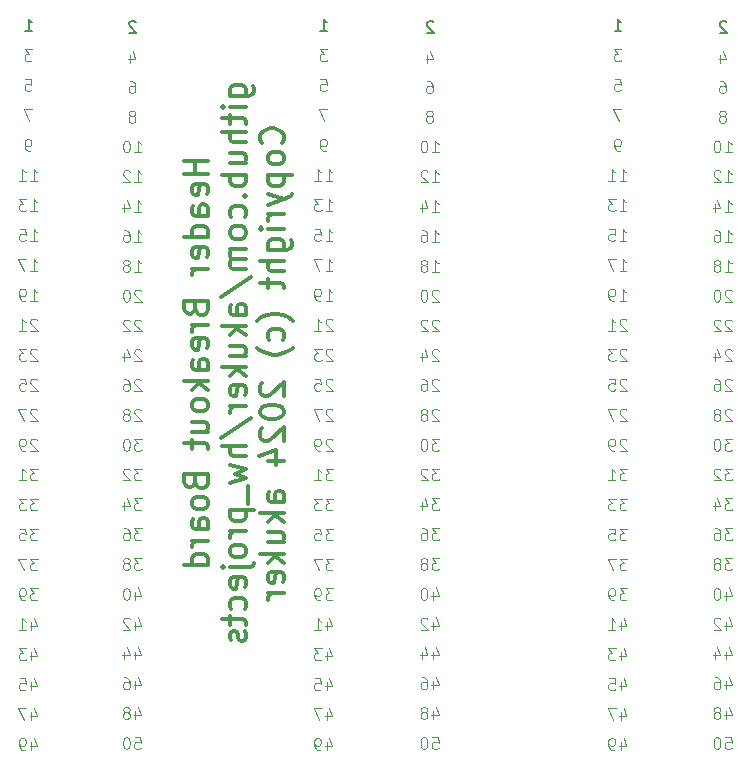
<source format=gbr>
%TF.GenerationSoftware,KiCad,Pcbnew,8.0.2*%
%TF.CreationDate,2024-09-15T20:03:39-05:00*%
%TF.ProjectId,fifty_pin_header_breakout,66696674-795f-4706-996e-5f6865616465,rev?*%
%TF.SameCoordinates,Original*%
%TF.FileFunction,Legend,Bot*%
%TF.FilePolarity,Positive*%
%FSLAX46Y46*%
G04 Gerber Fmt 4.6, Leading zero omitted, Abs format (unit mm)*
G04 Created by KiCad (PCBNEW 8.0.2) date 2024-09-15 20:03:39*
%MOMM*%
%LPD*%
G01*
G04 APERTURE LIST*
%ADD10C,0.100000*%
%ADD11C,0.150000*%
%ADD12C,0.300000*%
%ADD13C,2.500000*%
%ADD14R,1.700000X1.700000*%
%ADD15O,1.700000X1.700000*%
G04 APERTURE END LIST*
D10*
X155677067Y-57679770D02*
X155772305Y-57632151D01*
X155772305Y-57632151D02*
X155819924Y-57584532D01*
X155819924Y-57584532D02*
X155867543Y-57489294D01*
X155867543Y-57489294D02*
X155867543Y-57441675D01*
X155867543Y-57441675D02*
X155819924Y-57346437D01*
X155819924Y-57346437D02*
X155772305Y-57298818D01*
X155772305Y-57298818D02*
X155677067Y-57251199D01*
X155677067Y-57251199D02*
X155486591Y-57251199D01*
X155486591Y-57251199D02*
X155391353Y-57298818D01*
X155391353Y-57298818D02*
X155343734Y-57346437D01*
X155343734Y-57346437D02*
X155296115Y-57441675D01*
X155296115Y-57441675D02*
X155296115Y-57489294D01*
X155296115Y-57489294D02*
X155343734Y-57584532D01*
X155343734Y-57584532D02*
X155391353Y-57632151D01*
X155391353Y-57632151D02*
X155486591Y-57679770D01*
X155486591Y-57679770D02*
X155677067Y-57679770D01*
X155677067Y-57679770D02*
X155772305Y-57727389D01*
X155772305Y-57727389D02*
X155819924Y-57775008D01*
X155819924Y-57775008D02*
X155867543Y-57870246D01*
X155867543Y-57870246D02*
X155867543Y-58060722D01*
X155867543Y-58060722D02*
X155819924Y-58155960D01*
X155819924Y-58155960D02*
X155772305Y-58203580D01*
X155772305Y-58203580D02*
X155677067Y-58251199D01*
X155677067Y-58251199D02*
X155486591Y-58251199D01*
X155486591Y-58251199D02*
X155391353Y-58203580D01*
X155391353Y-58203580D02*
X155343734Y-58155960D01*
X155343734Y-58155960D02*
X155296115Y-58060722D01*
X155296115Y-58060722D02*
X155296115Y-57870246D01*
X155296115Y-57870246D02*
X155343734Y-57775008D01*
X155343734Y-57775008D02*
X155391353Y-57727389D01*
X155391353Y-57727389D02*
X155486591Y-57679770D01*
X130591353Y-52535372D02*
X130591353Y-53202039D01*
X130829448Y-52154420D02*
X131067543Y-52868705D01*
X131067543Y-52868705D02*
X130448496Y-52868705D01*
X97067544Y-108169391D02*
X97067544Y-108836058D01*
X97305639Y-107788439D02*
X97543734Y-108502724D01*
X97543734Y-108502724D02*
X96924687Y-108502724D01*
X96638972Y-107836058D02*
X95972306Y-107836058D01*
X95972306Y-107836058D02*
X96400877Y-108836058D01*
X155772306Y-63300359D02*
X156343734Y-63300359D01*
X156058020Y-63300359D02*
X156058020Y-62300359D01*
X156058020Y-62300359D02*
X156153258Y-62443216D01*
X156153258Y-62443216D02*
X156248496Y-62538454D01*
X156248496Y-62538454D02*
X156343734Y-62586073D01*
X155391353Y-62395597D02*
X155343734Y-62347978D01*
X155343734Y-62347978D02*
X155248496Y-62300359D01*
X155248496Y-62300359D02*
X155010401Y-62300359D01*
X155010401Y-62300359D02*
X154915163Y-62347978D01*
X154915163Y-62347978D02*
X154867544Y-62395597D01*
X154867544Y-62395597D02*
X154819925Y-62490835D01*
X154819925Y-62490835D02*
X154819925Y-62586073D01*
X154819925Y-62586073D02*
X154867544Y-62728930D01*
X154867544Y-62728930D02*
X155438972Y-63300359D01*
X155438972Y-63300359D02*
X154819925Y-63300359D01*
X156391353Y-90070739D02*
X155772306Y-90070739D01*
X155772306Y-90070739D02*
X156105639Y-90451691D01*
X156105639Y-90451691D02*
X155962782Y-90451691D01*
X155962782Y-90451691D02*
X155867544Y-90499310D01*
X155867544Y-90499310D02*
X155819925Y-90546929D01*
X155819925Y-90546929D02*
X155772306Y-90642167D01*
X155772306Y-90642167D02*
X155772306Y-90880262D01*
X155772306Y-90880262D02*
X155819925Y-90975500D01*
X155819925Y-90975500D02*
X155867544Y-91023120D01*
X155867544Y-91023120D02*
X155962782Y-91070739D01*
X155962782Y-91070739D02*
X156248496Y-91070739D01*
X156248496Y-91070739D02*
X156343734Y-91023120D01*
X156343734Y-91023120D02*
X156391353Y-90975500D01*
X154915163Y-90404072D02*
X154915163Y-91070739D01*
X155153258Y-90023120D02*
X155391353Y-90737405D01*
X155391353Y-90737405D02*
X154772306Y-90737405D01*
D11*
X105909648Y-49744597D02*
X105862029Y-49696978D01*
X105862029Y-49696978D02*
X105766791Y-49649359D01*
X105766791Y-49649359D02*
X105528696Y-49649359D01*
X105528696Y-49649359D02*
X105433458Y-49696978D01*
X105433458Y-49696978D02*
X105385839Y-49744597D01*
X105385839Y-49744597D02*
X105338220Y-49839835D01*
X105338220Y-49839835D02*
X105338220Y-49935073D01*
X105338220Y-49935073D02*
X105385839Y-50077930D01*
X105385839Y-50077930D02*
X105957267Y-50649359D01*
X105957267Y-50649359D02*
X105338220Y-50649359D01*
D10*
X122591353Y-92618000D02*
X121972306Y-92618000D01*
X121972306Y-92618000D02*
X122305639Y-92998952D01*
X122305639Y-92998952D02*
X122162782Y-92998952D01*
X122162782Y-92998952D02*
X122067544Y-93046571D01*
X122067544Y-93046571D02*
X122019925Y-93094190D01*
X122019925Y-93094190D02*
X121972306Y-93189428D01*
X121972306Y-93189428D02*
X121972306Y-93427523D01*
X121972306Y-93427523D02*
X122019925Y-93522761D01*
X122019925Y-93522761D02*
X122067544Y-93570381D01*
X122067544Y-93570381D02*
X122162782Y-93618000D01*
X122162782Y-93618000D02*
X122448496Y-93618000D01*
X122448496Y-93618000D02*
X122543734Y-93570381D01*
X122543734Y-93570381D02*
X122591353Y-93522761D01*
X121067544Y-92618000D02*
X121543734Y-92618000D01*
X121543734Y-92618000D02*
X121591353Y-93094190D01*
X121591353Y-93094190D02*
X121543734Y-93046571D01*
X121543734Y-93046571D02*
X121448496Y-92998952D01*
X121448496Y-92998952D02*
X121210401Y-92998952D01*
X121210401Y-92998952D02*
X121115163Y-93046571D01*
X121115163Y-93046571D02*
X121067544Y-93094190D01*
X121067544Y-93094190D02*
X121019925Y-93189428D01*
X121019925Y-93189428D02*
X121019925Y-93427523D01*
X121019925Y-93427523D02*
X121067544Y-93522761D01*
X121067544Y-93522761D02*
X121115163Y-93570381D01*
X121115163Y-93570381D02*
X121210401Y-93618000D01*
X121210401Y-93618000D02*
X121448496Y-93618000D01*
X121448496Y-93618000D02*
X121543734Y-93570381D01*
X121543734Y-93570381D02*
X121591353Y-93522761D01*
X131591353Y-92595319D02*
X130972306Y-92595319D01*
X130972306Y-92595319D02*
X131305639Y-92976271D01*
X131305639Y-92976271D02*
X131162782Y-92976271D01*
X131162782Y-92976271D02*
X131067544Y-93023890D01*
X131067544Y-93023890D02*
X131019925Y-93071509D01*
X131019925Y-93071509D02*
X130972306Y-93166747D01*
X130972306Y-93166747D02*
X130972306Y-93404842D01*
X130972306Y-93404842D02*
X131019925Y-93500080D01*
X131019925Y-93500080D02*
X131067544Y-93547700D01*
X131067544Y-93547700D02*
X131162782Y-93595319D01*
X131162782Y-93595319D02*
X131448496Y-93595319D01*
X131448496Y-93595319D02*
X131543734Y-93547700D01*
X131543734Y-93547700D02*
X131591353Y-93500080D01*
X130115163Y-92595319D02*
X130305639Y-92595319D01*
X130305639Y-92595319D02*
X130400877Y-92642938D01*
X130400877Y-92642938D02*
X130448496Y-92690557D01*
X130448496Y-92690557D02*
X130543734Y-92833414D01*
X130543734Y-92833414D02*
X130591353Y-93023890D01*
X130591353Y-93023890D02*
X130591353Y-93404842D01*
X130591353Y-93404842D02*
X130543734Y-93500080D01*
X130543734Y-93500080D02*
X130496115Y-93547700D01*
X130496115Y-93547700D02*
X130400877Y-93595319D01*
X130400877Y-93595319D02*
X130210401Y-93595319D01*
X130210401Y-93595319D02*
X130115163Y-93547700D01*
X130115163Y-93547700D02*
X130067544Y-93500080D01*
X130067544Y-93500080D02*
X130019925Y-93404842D01*
X130019925Y-93404842D02*
X130019925Y-93166747D01*
X130019925Y-93166747D02*
X130067544Y-93071509D01*
X130067544Y-93071509D02*
X130115163Y-93023890D01*
X130115163Y-93023890D02*
X130210401Y-92976271D01*
X130210401Y-92976271D02*
X130400877Y-92976271D01*
X130400877Y-92976271D02*
X130496115Y-93023890D01*
X130496115Y-93023890D02*
X130543734Y-93071509D01*
X130543734Y-93071509D02*
X130591353Y-93166747D01*
X106343734Y-75018497D02*
X106296115Y-74970878D01*
X106296115Y-74970878D02*
X106200877Y-74923259D01*
X106200877Y-74923259D02*
X105962782Y-74923259D01*
X105962782Y-74923259D02*
X105867544Y-74970878D01*
X105867544Y-74970878D02*
X105819925Y-75018497D01*
X105819925Y-75018497D02*
X105772306Y-75113735D01*
X105772306Y-75113735D02*
X105772306Y-75208973D01*
X105772306Y-75208973D02*
X105819925Y-75351830D01*
X105819925Y-75351830D02*
X106391353Y-75923259D01*
X106391353Y-75923259D02*
X105772306Y-75923259D01*
X105391353Y-75018497D02*
X105343734Y-74970878D01*
X105343734Y-74970878D02*
X105248496Y-74923259D01*
X105248496Y-74923259D02*
X105010401Y-74923259D01*
X105010401Y-74923259D02*
X104915163Y-74970878D01*
X104915163Y-74970878D02*
X104867544Y-75018497D01*
X104867544Y-75018497D02*
X104819925Y-75113735D01*
X104819925Y-75113735D02*
X104819925Y-75208973D01*
X104819925Y-75208973D02*
X104867544Y-75351830D01*
X104867544Y-75351830D02*
X105438972Y-75923259D01*
X105438972Y-75923259D02*
X104819925Y-75923259D01*
X122067544Y-105633048D02*
X122067544Y-106299715D01*
X122305639Y-105252096D02*
X122543734Y-105966381D01*
X122543734Y-105966381D02*
X121924687Y-105966381D01*
X121067544Y-105299715D02*
X121543734Y-105299715D01*
X121543734Y-105299715D02*
X121591353Y-105775905D01*
X121591353Y-105775905D02*
X121543734Y-105728286D01*
X121543734Y-105728286D02*
X121448496Y-105680667D01*
X121448496Y-105680667D02*
X121210401Y-105680667D01*
X121210401Y-105680667D02*
X121115163Y-105728286D01*
X121115163Y-105728286D02*
X121067544Y-105775905D01*
X121067544Y-105775905D02*
X121019925Y-105871143D01*
X121019925Y-105871143D02*
X121019925Y-106109238D01*
X121019925Y-106109238D02*
X121067544Y-106204476D01*
X121067544Y-106204476D02*
X121115163Y-106252096D01*
X121115163Y-106252096D02*
X121210401Y-106299715D01*
X121210401Y-106299715D02*
X121448496Y-106299715D01*
X121448496Y-106299715D02*
X121543734Y-106252096D01*
X121543734Y-106252096D02*
X121591353Y-106204476D01*
X121972306Y-73327256D02*
X122543734Y-73327256D01*
X122258020Y-73327256D02*
X122258020Y-72327256D01*
X122258020Y-72327256D02*
X122353258Y-72470113D01*
X122353258Y-72470113D02*
X122448496Y-72565351D01*
X122448496Y-72565351D02*
X122543734Y-72612970D01*
X121496115Y-73327256D02*
X121305639Y-73327256D01*
X121305639Y-73327256D02*
X121210401Y-73279637D01*
X121210401Y-73279637D02*
X121162782Y-73232017D01*
X121162782Y-73232017D02*
X121067544Y-73089160D01*
X121067544Y-73089160D02*
X121019925Y-72898684D01*
X121019925Y-72898684D02*
X121019925Y-72517732D01*
X121019925Y-72517732D02*
X121067544Y-72422494D01*
X121067544Y-72422494D02*
X121115163Y-72374875D01*
X121115163Y-72374875D02*
X121210401Y-72327256D01*
X121210401Y-72327256D02*
X121400877Y-72327256D01*
X121400877Y-72327256D02*
X121496115Y-72374875D01*
X121496115Y-72374875D02*
X121543734Y-72422494D01*
X121543734Y-72422494D02*
X121591353Y-72517732D01*
X121591353Y-72517732D02*
X121591353Y-72755827D01*
X121591353Y-72755827D02*
X121543734Y-72851065D01*
X121543734Y-72851065D02*
X121496115Y-72898684D01*
X121496115Y-72898684D02*
X121400877Y-72946303D01*
X121400877Y-72946303D02*
X121210401Y-72946303D01*
X121210401Y-72946303D02*
X121115163Y-72898684D01*
X121115163Y-72898684D02*
X121067544Y-72851065D01*
X121067544Y-72851065D02*
X121019925Y-72755827D01*
X155867544Y-105551552D02*
X155867544Y-106218219D01*
X156105639Y-105170600D02*
X156343734Y-105884885D01*
X156343734Y-105884885D02*
X155724687Y-105884885D01*
X154915163Y-105218219D02*
X155105639Y-105218219D01*
X155105639Y-105218219D02*
X155200877Y-105265838D01*
X155200877Y-105265838D02*
X155248496Y-105313457D01*
X155248496Y-105313457D02*
X155343734Y-105456314D01*
X155343734Y-105456314D02*
X155391353Y-105646790D01*
X155391353Y-105646790D02*
X155391353Y-106027742D01*
X155391353Y-106027742D02*
X155343734Y-106122980D01*
X155343734Y-106122980D02*
X155296115Y-106170600D01*
X155296115Y-106170600D02*
X155200877Y-106218219D01*
X155200877Y-106218219D02*
X155010401Y-106218219D01*
X155010401Y-106218219D02*
X154915163Y-106170600D01*
X154915163Y-106170600D02*
X154867544Y-106122980D01*
X154867544Y-106122980D02*
X154819925Y-106027742D01*
X154819925Y-106027742D02*
X154819925Y-105789647D01*
X154819925Y-105789647D02*
X154867544Y-105694409D01*
X154867544Y-105694409D02*
X154915163Y-105646790D01*
X154915163Y-105646790D02*
X155010401Y-105599171D01*
X155010401Y-105599171D02*
X155200877Y-105599171D01*
X155200877Y-105599171D02*
X155296115Y-105646790D01*
X155296115Y-105646790D02*
X155343734Y-105694409D01*
X155343734Y-105694409D02*
X155391353Y-105789647D01*
X147443734Y-74958837D02*
X147396115Y-74911218D01*
X147396115Y-74911218D02*
X147300877Y-74863599D01*
X147300877Y-74863599D02*
X147062782Y-74863599D01*
X147062782Y-74863599D02*
X146967544Y-74911218D01*
X146967544Y-74911218D02*
X146919925Y-74958837D01*
X146919925Y-74958837D02*
X146872306Y-75054075D01*
X146872306Y-75054075D02*
X146872306Y-75149313D01*
X146872306Y-75149313D02*
X146919925Y-75292170D01*
X146919925Y-75292170D02*
X147491353Y-75863599D01*
X147491353Y-75863599D02*
X146872306Y-75863599D01*
X145919925Y-75863599D02*
X146491353Y-75863599D01*
X146205639Y-75863599D02*
X146205639Y-74863599D01*
X146205639Y-74863599D02*
X146300877Y-75006456D01*
X146300877Y-75006456D02*
X146396115Y-75101694D01*
X146396115Y-75101694D02*
X146491353Y-75149313D01*
X147015162Y-57109198D02*
X146348496Y-57109198D01*
X146348496Y-57109198D02*
X146777067Y-58109198D01*
D11*
X155909648Y-49744597D02*
X155862029Y-49696978D01*
X155862029Y-49696978D02*
X155766791Y-49649359D01*
X155766791Y-49649359D02*
X155528696Y-49649359D01*
X155528696Y-49649359D02*
X155433458Y-49696978D01*
X155433458Y-49696978D02*
X155385839Y-49744597D01*
X155385839Y-49744597D02*
X155338220Y-49839835D01*
X155338220Y-49839835D02*
X155338220Y-49935073D01*
X155338220Y-49935073D02*
X155385839Y-50077930D01*
X155385839Y-50077930D02*
X155957267Y-50649359D01*
X155957267Y-50649359D02*
X155338220Y-50649359D01*
D10*
X131067544Y-100502392D02*
X131067544Y-101169059D01*
X131305639Y-100121440D02*
X131543734Y-100835725D01*
X131543734Y-100835725D02*
X130924687Y-100835725D01*
X130591353Y-100264297D02*
X130543734Y-100216678D01*
X130543734Y-100216678D02*
X130448496Y-100169059D01*
X130448496Y-100169059D02*
X130210401Y-100169059D01*
X130210401Y-100169059D02*
X130115163Y-100216678D01*
X130115163Y-100216678D02*
X130067544Y-100264297D01*
X130067544Y-100264297D02*
X130019925Y-100359535D01*
X130019925Y-100359535D02*
X130019925Y-100454773D01*
X130019925Y-100454773D02*
X130067544Y-100597630D01*
X130067544Y-100597630D02*
X130638972Y-101169059D01*
X130638972Y-101169059D02*
X130019925Y-101169059D01*
X155772306Y-70874099D02*
X156343734Y-70874099D01*
X156058020Y-70874099D02*
X156058020Y-69874099D01*
X156058020Y-69874099D02*
X156153258Y-70016956D01*
X156153258Y-70016956D02*
X156248496Y-70112194D01*
X156248496Y-70112194D02*
X156343734Y-70159813D01*
X155200877Y-70302670D02*
X155296115Y-70255051D01*
X155296115Y-70255051D02*
X155343734Y-70207432D01*
X155343734Y-70207432D02*
X155391353Y-70112194D01*
X155391353Y-70112194D02*
X155391353Y-70064575D01*
X155391353Y-70064575D02*
X155343734Y-69969337D01*
X155343734Y-69969337D02*
X155296115Y-69921718D01*
X155296115Y-69921718D02*
X155200877Y-69874099D01*
X155200877Y-69874099D02*
X155010401Y-69874099D01*
X155010401Y-69874099D02*
X154915163Y-69921718D01*
X154915163Y-69921718D02*
X154867544Y-69969337D01*
X154867544Y-69969337D02*
X154819925Y-70064575D01*
X154819925Y-70064575D02*
X154819925Y-70112194D01*
X154819925Y-70112194D02*
X154867544Y-70207432D01*
X154867544Y-70207432D02*
X154915163Y-70255051D01*
X154915163Y-70255051D02*
X155010401Y-70302670D01*
X155010401Y-70302670D02*
X155200877Y-70302670D01*
X155200877Y-70302670D02*
X155296115Y-70350289D01*
X155296115Y-70350289D02*
X155343734Y-70397908D01*
X155343734Y-70397908D02*
X155391353Y-70493146D01*
X155391353Y-70493146D02*
X155391353Y-70683622D01*
X155391353Y-70683622D02*
X155343734Y-70778860D01*
X155343734Y-70778860D02*
X155296115Y-70826480D01*
X155296115Y-70826480D02*
X155200877Y-70874099D01*
X155200877Y-70874099D02*
X155010401Y-70874099D01*
X155010401Y-70874099D02*
X154915163Y-70826480D01*
X154915163Y-70826480D02*
X154867544Y-70778860D01*
X154867544Y-70778860D02*
X154819925Y-70683622D01*
X154819925Y-70683622D02*
X154819925Y-70493146D01*
X154819925Y-70493146D02*
X154867544Y-70397908D01*
X154867544Y-70397908D02*
X154915163Y-70350289D01*
X154915163Y-70350289D02*
X155010401Y-70302670D01*
X156391353Y-85021579D02*
X155772306Y-85021579D01*
X155772306Y-85021579D02*
X156105639Y-85402531D01*
X156105639Y-85402531D02*
X155962782Y-85402531D01*
X155962782Y-85402531D02*
X155867544Y-85450150D01*
X155867544Y-85450150D02*
X155819925Y-85497769D01*
X155819925Y-85497769D02*
X155772306Y-85593007D01*
X155772306Y-85593007D02*
X155772306Y-85831102D01*
X155772306Y-85831102D02*
X155819925Y-85926340D01*
X155819925Y-85926340D02*
X155867544Y-85973960D01*
X155867544Y-85973960D02*
X155962782Y-86021579D01*
X155962782Y-86021579D02*
X156248496Y-86021579D01*
X156248496Y-86021579D02*
X156343734Y-85973960D01*
X156343734Y-85973960D02*
X156391353Y-85926340D01*
X155153258Y-85021579D02*
X155058020Y-85021579D01*
X155058020Y-85021579D02*
X154962782Y-85069198D01*
X154962782Y-85069198D02*
X154915163Y-85116817D01*
X154915163Y-85116817D02*
X154867544Y-85212055D01*
X154867544Y-85212055D02*
X154819925Y-85402531D01*
X154819925Y-85402531D02*
X154819925Y-85640626D01*
X154819925Y-85640626D02*
X154867544Y-85831102D01*
X154867544Y-85831102D02*
X154915163Y-85926340D01*
X154915163Y-85926340D02*
X154962782Y-85973960D01*
X154962782Y-85973960D02*
X155058020Y-86021579D01*
X155058020Y-86021579D02*
X155153258Y-86021579D01*
X155153258Y-86021579D02*
X155248496Y-85973960D01*
X155248496Y-85973960D02*
X155296115Y-85926340D01*
X155296115Y-85926340D02*
X155343734Y-85831102D01*
X155343734Y-85831102D02*
X155391353Y-85640626D01*
X155391353Y-85640626D02*
X155391353Y-85402531D01*
X155391353Y-85402531D02*
X155343734Y-85212055D01*
X155343734Y-85212055D02*
X155296115Y-85116817D01*
X155296115Y-85116817D02*
X155248496Y-85069198D01*
X155248496Y-85069198D02*
X155153258Y-85021579D01*
X122591353Y-97690686D02*
X121972306Y-97690686D01*
X121972306Y-97690686D02*
X122305639Y-98071638D01*
X122305639Y-98071638D02*
X122162782Y-98071638D01*
X122162782Y-98071638D02*
X122067544Y-98119257D01*
X122067544Y-98119257D02*
X122019925Y-98166876D01*
X122019925Y-98166876D02*
X121972306Y-98262114D01*
X121972306Y-98262114D02*
X121972306Y-98500209D01*
X121972306Y-98500209D02*
X122019925Y-98595447D01*
X122019925Y-98595447D02*
X122067544Y-98643067D01*
X122067544Y-98643067D02*
X122162782Y-98690686D01*
X122162782Y-98690686D02*
X122448496Y-98690686D01*
X122448496Y-98690686D02*
X122543734Y-98643067D01*
X122543734Y-98643067D02*
X122591353Y-98595447D01*
X121496115Y-98690686D02*
X121305639Y-98690686D01*
X121305639Y-98690686D02*
X121210401Y-98643067D01*
X121210401Y-98643067D02*
X121162782Y-98595447D01*
X121162782Y-98595447D02*
X121067544Y-98452590D01*
X121067544Y-98452590D02*
X121019925Y-98262114D01*
X121019925Y-98262114D02*
X121019925Y-97881162D01*
X121019925Y-97881162D02*
X121067544Y-97785924D01*
X121067544Y-97785924D02*
X121115163Y-97738305D01*
X121115163Y-97738305D02*
X121210401Y-97690686D01*
X121210401Y-97690686D02*
X121400877Y-97690686D01*
X121400877Y-97690686D02*
X121496115Y-97738305D01*
X121496115Y-97738305D02*
X121543734Y-97785924D01*
X121543734Y-97785924D02*
X121591353Y-97881162D01*
X121591353Y-97881162D02*
X121591353Y-98119257D01*
X121591353Y-98119257D02*
X121543734Y-98214495D01*
X121543734Y-98214495D02*
X121496115Y-98262114D01*
X121496115Y-98262114D02*
X121400877Y-98309733D01*
X121400877Y-98309733D02*
X121210401Y-98309733D01*
X121210401Y-98309733D02*
X121115163Y-98262114D01*
X121115163Y-98262114D02*
X121067544Y-98214495D01*
X121067544Y-98214495D02*
X121019925Y-98119257D01*
X155772306Y-60775779D02*
X156343734Y-60775779D01*
X156058020Y-60775779D02*
X156058020Y-59775779D01*
X156058020Y-59775779D02*
X156153258Y-59918636D01*
X156153258Y-59918636D02*
X156248496Y-60013874D01*
X156248496Y-60013874D02*
X156343734Y-60061493D01*
X155153258Y-59775779D02*
X155058020Y-59775779D01*
X155058020Y-59775779D02*
X154962782Y-59823398D01*
X154962782Y-59823398D02*
X154915163Y-59871017D01*
X154915163Y-59871017D02*
X154867544Y-59966255D01*
X154867544Y-59966255D02*
X154819925Y-60156731D01*
X154819925Y-60156731D02*
X154819925Y-60394826D01*
X154819925Y-60394826D02*
X154867544Y-60585302D01*
X154867544Y-60585302D02*
X154915163Y-60680540D01*
X154915163Y-60680540D02*
X154962782Y-60728160D01*
X154962782Y-60728160D02*
X155058020Y-60775779D01*
X155058020Y-60775779D02*
X155153258Y-60775779D01*
X155153258Y-60775779D02*
X155248496Y-60728160D01*
X155248496Y-60728160D02*
X155296115Y-60680540D01*
X155296115Y-60680540D02*
X155343734Y-60585302D01*
X155343734Y-60585302D02*
X155391353Y-60394826D01*
X155391353Y-60394826D02*
X155391353Y-60156731D01*
X155391353Y-60156731D02*
X155343734Y-59966255D01*
X155343734Y-59966255D02*
X155296115Y-59871017D01*
X155296115Y-59871017D02*
X155248496Y-59823398D01*
X155248496Y-59823398D02*
X155153258Y-59775779D01*
D11*
X121538220Y-50472069D02*
X122109648Y-50472069D01*
X121823934Y-50472069D02*
X121823934Y-49472069D01*
X121823934Y-49472069D02*
X121919172Y-49614926D01*
X121919172Y-49614926D02*
X122014410Y-49710164D01*
X122014410Y-49710164D02*
X122109648Y-49757783D01*
D10*
X96972306Y-73327256D02*
X97543734Y-73327256D01*
X97258020Y-73327256D02*
X97258020Y-72327256D01*
X97258020Y-72327256D02*
X97353258Y-72470113D01*
X97353258Y-72470113D02*
X97448496Y-72565351D01*
X97448496Y-72565351D02*
X97543734Y-72612970D01*
X96496115Y-73327256D02*
X96305639Y-73327256D01*
X96305639Y-73327256D02*
X96210401Y-73279637D01*
X96210401Y-73279637D02*
X96162782Y-73232017D01*
X96162782Y-73232017D02*
X96067544Y-73089160D01*
X96067544Y-73089160D02*
X96019925Y-72898684D01*
X96019925Y-72898684D02*
X96019925Y-72517732D01*
X96019925Y-72517732D02*
X96067544Y-72422494D01*
X96067544Y-72422494D02*
X96115163Y-72374875D01*
X96115163Y-72374875D02*
X96210401Y-72327256D01*
X96210401Y-72327256D02*
X96400877Y-72327256D01*
X96400877Y-72327256D02*
X96496115Y-72374875D01*
X96496115Y-72374875D02*
X96543734Y-72422494D01*
X96543734Y-72422494D02*
X96591353Y-72517732D01*
X96591353Y-72517732D02*
X96591353Y-72755827D01*
X96591353Y-72755827D02*
X96543734Y-72851065D01*
X96543734Y-72851065D02*
X96496115Y-72898684D01*
X96496115Y-72898684D02*
X96400877Y-72946303D01*
X96400877Y-72946303D02*
X96210401Y-72946303D01*
X96210401Y-72946303D02*
X96115163Y-72898684D01*
X96115163Y-72898684D02*
X96067544Y-72851065D01*
X96067544Y-72851065D02*
X96019925Y-72755827D01*
X97543734Y-82567866D02*
X97496115Y-82520247D01*
X97496115Y-82520247D02*
X97400877Y-82472628D01*
X97400877Y-82472628D02*
X97162782Y-82472628D01*
X97162782Y-82472628D02*
X97067544Y-82520247D01*
X97067544Y-82520247D02*
X97019925Y-82567866D01*
X97019925Y-82567866D02*
X96972306Y-82663104D01*
X96972306Y-82663104D02*
X96972306Y-82758342D01*
X96972306Y-82758342D02*
X97019925Y-82901199D01*
X97019925Y-82901199D02*
X97591353Y-83472628D01*
X97591353Y-83472628D02*
X96972306Y-83472628D01*
X96638972Y-82472628D02*
X95972306Y-82472628D01*
X95972306Y-82472628D02*
X96400877Y-83472628D01*
D11*
X96538220Y-50472069D02*
X97109648Y-50472069D01*
X96823934Y-50472069D02*
X96823934Y-49472069D01*
X96823934Y-49472069D02*
X96919172Y-49614926D01*
X96919172Y-49614926D02*
X97014410Y-49710164D01*
X97014410Y-49710164D02*
X97109648Y-49757783D01*
D10*
X96972306Y-63181884D02*
X97543734Y-63181884D01*
X97258020Y-63181884D02*
X97258020Y-62181884D01*
X97258020Y-62181884D02*
X97353258Y-62324741D01*
X97353258Y-62324741D02*
X97448496Y-62419979D01*
X97448496Y-62419979D02*
X97543734Y-62467598D01*
X96019925Y-63181884D02*
X96591353Y-63181884D01*
X96305639Y-63181884D02*
X96305639Y-62181884D01*
X96305639Y-62181884D02*
X96400877Y-62324741D01*
X96400877Y-62324741D02*
X96496115Y-62419979D01*
X96496115Y-62419979D02*
X96591353Y-62467598D01*
X97067544Y-100560362D02*
X97067544Y-101227029D01*
X97305639Y-100179410D02*
X97543734Y-100893695D01*
X97543734Y-100893695D02*
X96924687Y-100893695D01*
X96019925Y-101227029D02*
X96591353Y-101227029D01*
X96305639Y-101227029D02*
X96305639Y-100227029D01*
X96305639Y-100227029D02*
X96400877Y-100369886D01*
X96400877Y-100369886D02*
X96496115Y-100465124D01*
X96496115Y-100465124D02*
X96591353Y-100512743D01*
X96972306Y-68254570D02*
X97543734Y-68254570D01*
X97258020Y-68254570D02*
X97258020Y-67254570D01*
X97258020Y-67254570D02*
X97353258Y-67397427D01*
X97353258Y-67397427D02*
X97448496Y-67492665D01*
X97448496Y-67492665D02*
X97543734Y-67540284D01*
X96067544Y-67254570D02*
X96543734Y-67254570D01*
X96543734Y-67254570D02*
X96591353Y-67730760D01*
X96591353Y-67730760D02*
X96543734Y-67683141D01*
X96543734Y-67683141D02*
X96448496Y-67635522D01*
X96448496Y-67635522D02*
X96210401Y-67635522D01*
X96210401Y-67635522D02*
X96115163Y-67683141D01*
X96115163Y-67683141D02*
X96067544Y-67730760D01*
X96067544Y-67730760D02*
X96019925Y-67825998D01*
X96019925Y-67825998D02*
X96019925Y-68064093D01*
X96019925Y-68064093D02*
X96067544Y-68159331D01*
X96067544Y-68159331D02*
X96115163Y-68206951D01*
X96115163Y-68206951D02*
X96210401Y-68254570D01*
X96210401Y-68254570D02*
X96448496Y-68254570D01*
X96448496Y-68254570D02*
X96543734Y-68206951D01*
X96543734Y-68206951D02*
X96591353Y-68159331D01*
X147443734Y-85104209D02*
X147396115Y-85056590D01*
X147396115Y-85056590D02*
X147300877Y-85008971D01*
X147300877Y-85008971D02*
X147062782Y-85008971D01*
X147062782Y-85008971D02*
X146967544Y-85056590D01*
X146967544Y-85056590D02*
X146919925Y-85104209D01*
X146919925Y-85104209D02*
X146872306Y-85199447D01*
X146872306Y-85199447D02*
X146872306Y-85294685D01*
X146872306Y-85294685D02*
X146919925Y-85437542D01*
X146919925Y-85437542D02*
X147491353Y-86008971D01*
X147491353Y-86008971D02*
X146872306Y-86008971D01*
X146396115Y-86008971D02*
X146205639Y-86008971D01*
X146205639Y-86008971D02*
X146110401Y-85961352D01*
X146110401Y-85961352D02*
X146062782Y-85913732D01*
X146062782Y-85913732D02*
X145967544Y-85770875D01*
X145967544Y-85770875D02*
X145919925Y-85580399D01*
X145919925Y-85580399D02*
X145919925Y-85199447D01*
X145919925Y-85199447D02*
X145967544Y-85104209D01*
X145967544Y-85104209D02*
X146015163Y-85056590D01*
X146015163Y-85056590D02*
X146110401Y-85008971D01*
X146110401Y-85008971D02*
X146300877Y-85008971D01*
X146300877Y-85008971D02*
X146396115Y-85056590D01*
X146396115Y-85056590D02*
X146443734Y-85104209D01*
X146443734Y-85104209D02*
X146491353Y-85199447D01*
X146491353Y-85199447D02*
X146491353Y-85437542D01*
X146491353Y-85437542D02*
X146443734Y-85532780D01*
X146443734Y-85532780D02*
X146396115Y-85580399D01*
X146396115Y-85580399D02*
X146300877Y-85628018D01*
X146300877Y-85628018D02*
X146110401Y-85628018D01*
X146110401Y-85628018D02*
X146015163Y-85580399D01*
X146015163Y-85580399D02*
X145967544Y-85532780D01*
X145967544Y-85532780D02*
X145919925Y-85437542D01*
X146872306Y-73327256D02*
X147443734Y-73327256D01*
X147158020Y-73327256D02*
X147158020Y-72327256D01*
X147158020Y-72327256D02*
X147253258Y-72470113D01*
X147253258Y-72470113D02*
X147348496Y-72565351D01*
X147348496Y-72565351D02*
X147443734Y-72612970D01*
X146396115Y-73327256D02*
X146205639Y-73327256D01*
X146205639Y-73327256D02*
X146110401Y-73279637D01*
X146110401Y-73279637D02*
X146062782Y-73232017D01*
X146062782Y-73232017D02*
X145967544Y-73089160D01*
X145967544Y-73089160D02*
X145919925Y-72898684D01*
X145919925Y-72898684D02*
X145919925Y-72517732D01*
X145919925Y-72517732D02*
X145967544Y-72422494D01*
X145967544Y-72422494D02*
X146015163Y-72374875D01*
X146015163Y-72374875D02*
X146110401Y-72327256D01*
X146110401Y-72327256D02*
X146300877Y-72327256D01*
X146300877Y-72327256D02*
X146396115Y-72374875D01*
X146396115Y-72374875D02*
X146443734Y-72422494D01*
X146443734Y-72422494D02*
X146491353Y-72517732D01*
X146491353Y-72517732D02*
X146491353Y-72755827D01*
X146491353Y-72755827D02*
X146443734Y-72851065D01*
X146443734Y-72851065D02*
X146396115Y-72898684D01*
X146396115Y-72898684D02*
X146300877Y-72946303D01*
X146300877Y-72946303D02*
X146110401Y-72946303D01*
X146110401Y-72946303D02*
X146015163Y-72898684D01*
X146015163Y-72898684D02*
X145967544Y-72851065D01*
X145967544Y-72851065D02*
X145919925Y-72755827D01*
X147491353Y-97690686D02*
X146872306Y-97690686D01*
X146872306Y-97690686D02*
X147205639Y-98071638D01*
X147205639Y-98071638D02*
X147062782Y-98071638D01*
X147062782Y-98071638D02*
X146967544Y-98119257D01*
X146967544Y-98119257D02*
X146919925Y-98166876D01*
X146919925Y-98166876D02*
X146872306Y-98262114D01*
X146872306Y-98262114D02*
X146872306Y-98500209D01*
X146872306Y-98500209D02*
X146919925Y-98595447D01*
X146919925Y-98595447D02*
X146967544Y-98643067D01*
X146967544Y-98643067D02*
X147062782Y-98690686D01*
X147062782Y-98690686D02*
X147348496Y-98690686D01*
X147348496Y-98690686D02*
X147443734Y-98643067D01*
X147443734Y-98643067D02*
X147491353Y-98595447D01*
X146396115Y-98690686D02*
X146205639Y-98690686D01*
X146205639Y-98690686D02*
X146110401Y-98643067D01*
X146110401Y-98643067D02*
X146062782Y-98595447D01*
X146062782Y-98595447D02*
X145967544Y-98452590D01*
X145967544Y-98452590D02*
X145919925Y-98262114D01*
X145919925Y-98262114D02*
X145919925Y-97881162D01*
X145919925Y-97881162D02*
X145967544Y-97785924D01*
X145967544Y-97785924D02*
X146015163Y-97738305D01*
X146015163Y-97738305D02*
X146110401Y-97690686D01*
X146110401Y-97690686D02*
X146300877Y-97690686D01*
X146300877Y-97690686D02*
X146396115Y-97738305D01*
X146396115Y-97738305D02*
X146443734Y-97785924D01*
X146443734Y-97785924D02*
X146491353Y-97881162D01*
X146491353Y-97881162D02*
X146491353Y-98119257D01*
X146491353Y-98119257D02*
X146443734Y-98214495D01*
X146443734Y-98214495D02*
X146396115Y-98262114D01*
X146396115Y-98262114D02*
X146300877Y-98309733D01*
X146300877Y-98309733D02*
X146110401Y-98309733D01*
X146110401Y-98309733D02*
X146015163Y-98262114D01*
X146015163Y-98262114D02*
X145967544Y-98214495D01*
X145967544Y-98214495D02*
X145919925Y-98119257D01*
X106391353Y-90070739D02*
X105772306Y-90070739D01*
X105772306Y-90070739D02*
X106105639Y-90451691D01*
X106105639Y-90451691D02*
X105962782Y-90451691D01*
X105962782Y-90451691D02*
X105867544Y-90499310D01*
X105867544Y-90499310D02*
X105819925Y-90546929D01*
X105819925Y-90546929D02*
X105772306Y-90642167D01*
X105772306Y-90642167D02*
X105772306Y-90880262D01*
X105772306Y-90880262D02*
X105819925Y-90975500D01*
X105819925Y-90975500D02*
X105867544Y-91023120D01*
X105867544Y-91023120D02*
X105962782Y-91070739D01*
X105962782Y-91070739D02*
X106248496Y-91070739D01*
X106248496Y-91070739D02*
X106343734Y-91023120D01*
X106343734Y-91023120D02*
X106391353Y-90975500D01*
X104915163Y-90404072D02*
X104915163Y-91070739D01*
X105153258Y-90023120D02*
X105391353Y-90737405D01*
X105391353Y-90737405D02*
X104772306Y-90737405D01*
X122543734Y-85104209D02*
X122496115Y-85056590D01*
X122496115Y-85056590D02*
X122400877Y-85008971D01*
X122400877Y-85008971D02*
X122162782Y-85008971D01*
X122162782Y-85008971D02*
X122067544Y-85056590D01*
X122067544Y-85056590D02*
X122019925Y-85104209D01*
X122019925Y-85104209D02*
X121972306Y-85199447D01*
X121972306Y-85199447D02*
X121972306Y-85294685D01*
X121972306Y-85294685D02*
X122019925Y-85437542D01*
X122019925Y-85437542D02*
X122591353Y-86008971D01*
X122591353Y-86008971D02*
X121972306Y-86008971D01*
X121496115Y-86008971D02*
X121305639Y-86008971D01*
X121305639Y-86008971D02*
X121210401Y-85961352D01*
X121210401Y-85961352D02*
X121162782Y-85913732D01*
X121162782Y-85913732D02*
X121067544Y-85770875D01*
X121067544Y-85770875D02*
X121019925Y-85580399D01*
X121019925Y-85580399D02*
X121019925Y-85199447D01*
X121019925Y-85199447D02*
X121067544Y-85104209D01*
X121067544Y-85104209D02*
X121115163Y-85056590D01*
X121115163Y-85056590D02*
X121210401Y-85008971D01*
X121210401Y-85008971D02*
X121400877Y-85008971D01*
X121400877Y-85008971D02*
X121496115Y-85056590D01*
X121496115Y-85056590D02*
X121543734Y-85104209D01*
X121543734Y-85104209D02*
X121591353Y-85199447D01*
X121591353Y-85199447D02*
X121591353Y-85437542D01*
X121591353Y-85437542D02*
X121543734Y-85532780D01*
X121543734Y-85532780D02*
X121496115Y-85580399D01*
X121496115Y-85580399D02*
X121400877Y-85628018D01*
X121400877Y-85628018D02*
X121210401Y-85628018D01*
X121210401Y-85628018D02*
X121115163Y-85580399D01*
X121115163Y-85580399D02*
X121067544Y-85532780D01*
X121067544Y-85532780D02*
X121019925Y-85437542D01*
X106391353Y-95119899D02*
X105772306Y-95119899D01*
X105772306Y-95119899D02*
X106105639Y-95500851D01*
X106105639Y-95500851D02*
X105962782Y-95500851D01*
X105962782Y-95500851D02*
X105867544Y-95548470D01*
X105867544Y-95548470D02*
X105819925Y-95596089D01*
X105819925Y-95596089D02*
X105772306Y-95691327D01*
X105772306Y-95691327D02*
X105772306Y-95929422D01*
X105772306Y-95929422D02*
X105819925Y-96024660D01*
X105819925Y-96024660D02*
X105867544Y-96072280D01*
X105867544Y-96072280D02*
X105962782Y-96119899D01*
X105962782Y-96119899D02*
X106248496Y-96119899D01*
X106248496Y-96119899D02*
X106343734Y-96072280D01*
X106343734Y-96072280D02*
X106391353Y-96024660D01*
X105200877Y-95548470D02*
X105296115Y-95500851D01*
X105296115Y-95500851D02*
X105343734Y-95453232D01*
X105343734Y-95453232D02*
X105391353Y-95357994D01*
X105391353Y-95357994D02*
X105391353Y-95310375D01*
X105391353Y-95310375D02*
X105343734Y-95215137D01*
X105343734Y-95215137D02*
X105296115Y-95167518D01*
X105296115Y-95167518D02*
X105200877Y-95119899D01*
X105200877Y-95119899D02*
X105010401Y-95119899D01*
X105010401Y-95119899D02*
X104915163Y-95167518D01*
X104915163Y-95167518D02*
X104867544Y-95215137D01*
X104867544Y-95215137D02*
X104819925Y-95310375D01*
X104819925Y-95310375D02*
X104819925Y-95357994D01*
X104819925Y-95357994D02*
X104867544Y-95453232D01*
X104867544Y-95453232D02*
X104915163Y-95500851D01*
X104915163Y-95500851D02*
X105010401Y-95548470D01*
X105010401Y-95548470D02*
X105200877Y-95548470D01*
X105200877Y-95548470D02*
X105296115Y-95596089D01*
X105296115Y-95596089D02*
X105343734Y-95643708D01*
X105343734Y-95643708D02*
X105391353Y-95738946D01*
X105391353Y-95738946D02*
X105391353Y-95929422D01*
X105391353Y-95929422D02*
X105343734Y-96024660D01*
X105343734Y-96024660D02*
X105296115Y-96072280D01*
X105296115Y-96072280D02*
X105200877Y-96119899D01*
X105200877Y-96119899D02*
X105010401Y-96119899D01*
X105010401Y-96119899D02*
X104915163Y-96072280D01*
X104915163Y-96072280D02*
X104867544Y-96024660D01*
X104867544Y-96024660D02*
X104819925Y-95929422D01*
X104819925Y-95929422D02*
X104819925Y-95738946D01*
X104819925Y-95738946D02*
X104867544Y-95643708D01*
X104867544Y-95643708D02*
X104915163Y-95596089D01*
X104915163Y-95596089D02*
X105010401Y-95548470D01*
X130877067Y-57679770D02*
X130972305Y-57632151D01*
X130972305Y-57632151D02*
X131019924Y-57584532D01*
X131019924Y-57584532D02*
X131067543Y-57489294D01*
X131067543Y-57489294D02*
X131067543Y-57441675D01*
X131067543Y-57441675D02*
X131019924Y-57346437D01*
X131019924Y-57346437D02*
X130972305Y-57298818D01*
X130972305Y-57298818D02*
X130877067Y-57251199D01*
X130877067Y-57251199D02*
X130686591Y-57251199D01*
X130686591Y-57251199D02*
X130591353Y-57298818D01*
X130591353Y-57298818D02*
X130543734Y-57346437D01*
X130543734Y-57346437D02*
X130496115Y-57441675D01*
X130496115Y-57441675D02*
X130496115Y-57489294D01*
X130496115Y-57489294D02*
X130543734Y-57584532D01*
X130543734Y-57584532D02*
X130591353Y-57632151D01*
X130591353Y-57632151D02*
X130686591Y-57679770D01*
X130686591Y-57679770D02*
X130877067Y-57679770D01*
X130877067Y-57679770D02*
X130972305Y-57727389D01*
X130972305Y-57727389D02*
X131019924Y-57775008D01*
X131019924Y-57775008D02*
X131067543Y-57870246D01*
X131067543Y-57870246D02*
X131067543Y-58060722D01*
X131067543Y-58060722D02*
X131019924Y-58155960D01*
X131019924Y-58155960D02*
X130972305Y-58203580D01*
X130972305Y-58203580D02*
X130877067Y-58251199D01*
X130877067Y-58251199D02*
X130686591Y-58251199D01*
X130686591Y-58251199D02*
X130591353Y-58203580D01*
X130591353Y-58203580D02*
X130543734Y-58155960D01*
X130543734Y-58155960D02*
X130496115Y-58060722D01*
X130496115Y-58060722D02*
X130496115Y-57870246D01*
X130496115Y-57870246D02*
X130543734Y-57775008D01*
X130543734Y-57775008D02*
X130591353Y-57727389D01*
X130591353Y-57727389D02*
X130686591Y-57679770D01*
X122115162Y-52036512D02*
X121496115Y-52036512D01*
X121496115Y-52036512D02*
X121829448Y-52417464D01*
X121829448Y-52417464D02*
X121686591Y-52417464D01*
X121686591Y-52417464D02*
X121591353Y-52465083D01*
X121591353Y-52465083D02*
X121543734Y-52512702D01*
X121543734Y-52512702D02*
X121496115Y-52607940D01*
X121496115Y-52607940D02*
X121496115Y-52846035D01*
X121496115Y-52846035D02*
X121543734Y-52941273D01*
X121543734Y-52941273D02*
X121591353Y-52988893D01*
X121591353Y-52988893D02*
X121686591Y-53036512D01*
X121686591Y-53036512D02*
X121972305Y-53036512D01*
X121972305Y-53036512D02*
X122067543Y-52988893D01*
X122067543Y-52988893D02*
X122115162Y-52941273D01*
X130972306Y-63300359D02*
X131543734Y-63300359D01*
X131258020Y-63300359D02*
X131258020Y-62300359D01*
X131258020Y-62300359D02*
X131353258Y-62443216D01*
X131353258Y-62443216D02*
X131448496Y-62538454D01*
X131448496Y-62538454D02*
X131543734Y-62586073D01*
X130591353Y-62395597D02*
X130543734Y-62347978D01*
X130543734Y-62347978D02*
X130448496Y-62300359D01*
X130448496Y-62300359D02*
X130210401Y-62300359D01*
X130210401Y-62300359D02*
X130115163Y-62347978D01*
X130115163Y-62347978D02*
X130067544Y-62395597D01*
X130067544Y-62395597D02*
X130019925Y-62490835D01*
X130019925Y-62490835D02*
X130019925Y-62586073D01*
X130019925Y-62586073D02*
X130067544Y-62728930D01*
X130067544Y-62728930D02*
X130638972Y-63300359D01*
X130638972Y-63300359D02*
X130019925Y-63300359D01*
X105867544Y-100502392D02*
X105867544Y-101169059D01*
X106105639Y-100121440D02*
X106343734Y-100835725D01*
X106343734Y-100835725D02*
X105724687Y-100835725D01*
X105391353Y-100264297D02*
X105343734Y-100216678D01*
X105343734Y-100216678D02*
X105248496Y-100169059D01*
X105248496Y-100169059D02*
X105010401Y-100169059D01*
X105010401Y-100169059D02*
X104915163Y-100216678D01*
X104915163Y-100216678D02*
X104867544Y-100264297D01*
X104867544Y-100264297D02*
X104819925Y-100359535D01*
X104819925Y-100359535D02*
X104819925Y-100454773D01*
X104819925Y-100454773D02*
X104867544Y-100597630D01*
X104867544Y-100597630D02*
X105438972Y-101169059D01*
X105438972Y-101169059D02*
X104819925Y-101169059D01*
X122591353Y-87545314D02*
X121972306Y-87545314D01*
X121972306Y-87545314D02*
X122305639Y-87926266D01*
X122305639Y-87926266D02*
X122162782Y-87926266D01*
X122162782Y-87926266D02*
X122067544Y-87973885D01*
X122067544Y-87973885D02*
X122019925Y-88021504D01*
X122019925Y-88021504D02*
X121972306Y-88116742D01*
X121972306Y-88116742D02*
X121972306Y-88354837D01*
X121972306Y-88354837D02*
X122019925Y-88450075D01*
X122019925Y-88450075D02*
X122067544Y-88497695D01*
X122067544Y-88497695D02*
X122162782Y-88545314D01*
X122162782Y-88545314D02*
X122448496Y-88545314D01*
X122448496Y-88545314D02*
X122543734Y-88497695D01*
X122543734Y-88497695D02*
X122591353Y-88450075D01*
X121019925Y-88545314D02*
X121591353Y-88545314D01*
X121305639Y-88545314D02*
X121305639Y-87545314D01*
X121305639Y-87545314D02*
X121400877Y-87688171D01*
X121400877Y-87688171D02*
X121496115Y-87783409D01*
X121496115Y-87783409D02*
X121591353Y-87831028D01*
X156343734Y-75018497D02*
X156296115Y-74970878D01*
X156296115Y-74970878D02*
X156200877Y-74923259D01*
X156200877Y-74923259D02*
X155962782Y-74923259D01*
X155962782Y-74923259D02*
X155867544Y-74970878D01*
X155867544Y-74970878D02*
X155819925Y-75018497D01*
X155819925Y-75018497D02*
X155772306Y-75113735D01*
X155772306Y-75113735D02*
X155772306Y-75208973D01*
X155772306Y-75208973D02*
X155819925Y-75351830D01*
X155819925Y-75351830D02*
X156391353Y-75923259D01*
X156391353Y-75923259D02*
X155772306Y-75923259D01*
X155391353Y-75018497D02*
X155343734Y-74970878D01*
X155343734Y-74970878D02*
X155248496Y-74923259D01*
X155248496Y-74923259D02*
X155010401Y-74923259D01*
X155010401Y-74923259D02*
X154915163Y-74970878D01*
X154915163Y-74970878D02*
X154867544Y-75018497D01*
X154867544Y-75018497D02*
X154819925Y-75113735D01*
X154819925Y-75113735D02*
X154819925Y-75208973D01*
X154819925Y-75208973D02*
X154867544Y-75351830D01*
X154867544Y-75351830D02*
X155438972Y-75923259D01*
X155438972Y-75923259D02*
X154819925Y-75923259D01*
X97543734Y-85104209D02*
X97496115Y-85056590D01*
X97496115Y-85056590D02*
X97400877Y-85008971D01*
X97400877Y-85008971D02*
X97162782Y-85008971D01*
X97162782Y-85008971D02*
X97067544Y-85056590D01*
X97067544Y-85056590D02*
X97019925Y-85104209D01*
X97019925Y-85104209D02*
X96972306Y-85199447D01*
X96972306Y-85199447D02*
X96972306Y-85294685D01*
X96972306Y-85294685D02*
X97019925Y-85437542D01*
X97019925Y-85437542D02*
X97591353Y-86008971D01*
X97591353Y-86008971D02*
X96972306Y-86008971D01*
X96496115Y-86008971D02*
X96305639Y-86008971D01*
X96305639Y-86008971D02*
X96210401Y-85961352D01*
X96210401Y-85961352D02*
X96162782Y-85913732D01*
X96162782Y-85913732D02*
X96067544Y-85770875D01*
X96067544Y-85770875D02*
X96019925Y-85580399D01*
X96019925Y-85580399D02*
X96019925Y-85199447D01*
X96019925Y-85199447D02*
X96067544Y-85104209D01*
X96067544Y-85104209D02*
X96115163Y-85056590D01*
X96115163Y-85056590D02*
X96210401Y-85008971D01*
X96210401Y-85008971D02*
X96400877Y-85008971D01*
X96400877Y-85008971D02*
X96496115Y-85056590D01*
X96496115Y-85056590D02*
X96543734Y-85104209D01*
X96543734Y-85104209D02*
X96591353Y-85199447D01*
X96591353Y-85199447D02*
X96591353Y-85437542D01*
X96591353Y-85437542D02*
X96543734Y-85532780D01*
X96543734Y-85532780D02*
X96496115Y-85580399D01*
X96496115Y-85580399D02*
X96400877Y-85628018D01*
X96400877Y-85628018D02*
X96210401Y-85628018D01*
X96210401Y-85628018D02*
X96115163Y-85580399D01*
X96115163Y-85580399D02*
X96067544Y-85532780D01*
X96067544Y-85532780D02*
X96019925Y-85437542D01*
X147015162Y-52036512D02*
X146396115Y-52036512D01*
X146396115Y-52036512D02*
X146729448Y-52417464D01*
X146729448Y-52417464D02*
X146586591Y-52417464D01*
X146586591Y-52417464D02*
X146491353Y-52465083D01*
X146491353Y-52465083D02*
X146443734Y-52512702D01*
X146443734Y-52512702D02*
X146396115Y-52607940D01*
X146396115Y-52607940D02*
X146396115Y-52846035D01*
X146396115Y-52846035D02*
X146443734Y-52941273D01*
X146443734Y-52941273D02*
X146491353Y-52988893D01*
X146491353Y-52988893D02*
X146586591Y-53036512D01*
X146586591Y-53036512D02*
X146872305Y-53036512D01*
X146872305Y-53036512D02*
X146967543Y-52988893D01*
X146967543Y-52988893D02*
X147015162Y-52941273D01*
X131543734Y-75018497D02*
X131496115Y-74970878D01*
X131496115Y-74970878D02*
X131400877Y-74923259D01*
X131400877Y-74923259D02*
X131162782Y-74923259D01*
X131162782Y-74923259D02*
X131067544Y-74970878D01*
X131067544Y-74970878D02*
X131019925Y-75018497D01*
X131019925Y-75018497D02*
X130972306Y-75113735D01*
X130972306Y-75113735D02*
X130972306Y-75208973D01*
X130972306Y-75208973D02*
X131019925Y-75351830D01*
X131019925Y-75351830D02*
X131591353Y-75923259D01*
X131591353Y-75923259D02*
X130972306Y-75923259D01*
X130591353Y-75018497D02*
X130543734Y-74970878D01*
X130543734Y-74970878D02*
X130448496Y-74923259D01*
X130448496Y-74923259D02*
X130210401Y-74923259D01*
X130210401Y-74923259D02*
X130115163Y-74970878D01*
X130115163Y-74970878D02*
X130067544Y-75018497D01*
X130067544Y-75018497D02*
X130019925Y-75113735D01*
X130019925Y-75113735D02*
X130019925Y-75208973D01*
X130019925Y-75208973D02*
X130067544Y-75351830D01*
X130067544Y-75351830D02*
X130638972Y-75923259D01*
X130638972Y-75923259D02*
X130019925Y-75923259D01*
X156391353Y-95119899D02*
X155772306Y-95119899D01*
X155772306Y-95119899D02*
X156105639Y-95500851D01*
X156105639Y-95500851D02*
X155962782Y-95500851D01*
X155962782Y-95500851D02*
X155867544Y-95548470D01*
X155867544Y-95548470D02*
X155819925Y-95596089D01*
X155819925Y-95596089D02*
X155772306Y-95691327D01*
X155772306Y-95691327D02*
X155772306Y-95929422D01*
X155772306Y-95929422D02*
X155819925Y-96024660D01*
X155819925Y-96024660D02*
X155867544Y-96072280D01*
X155867544Y-96072280D02*
X155962782Y-96119899D01*
X155962782Y-96119899D02*
X156248496Y-96119899D01*
X156248496Y-96119899D02*
X156343734Y-96072280D01*
X156343734Y-96072280D02*
X156391353Y-96024660D01*
X155200877Y-95548470D02*
X155296115Y-95500851D01*
X155296115Y-95500851D02*
X155343734Y-95453232D01*
X155343734Y-95453232D02*
X155391353Y-95357994D01*
X155391353Y-95357994D02*
X155391353Y-95310375D01*
X155391353Y-95310375D02*
X155343734Y-95215137D01*
X155343734Y-95215137D02*
X155296115Y-95167518D01*
X155296115Y-95167518D02*
X155200877Y-95119899D01*
X155200877Y-95119899D02*
X155010401Y-95119899D01*
X155010401Y-95119899D02*
X154915163Y-95167518D01*
X154915163Y-95167518D02*
X154867544Y-95215137D01*
X154867544Y-95215137D02*
X154819925Y-95310375D01*
X154819925Y-95310375D02*
X154819925Y-95357994D01*
X154819925Y-95357994D02*
X154867544Y-95453232D01*
X154867544Y-95453232D02*
X154915163Y-95500851D01*
X154915163Y-95500851D02*
X155010401Y-95548470D01*
X155010401Y-95548470D02*
X155200877Y-95548470D01*
X155200877Y-95548470D02*
X155296115Y-95596089D01*
X155296115Y-95596089D02*
X155343734Y-95643708D01*
X155343734Y-95643708D02*
X155391353Y-95738946D01*
X155391353Y-95738946D02*
X155391353Y-95929422D01*
X155391353Y-95929422D02*
X155343734Y-96024660D01*
X155343734Y-96024660D02*
X155296115Y-96072280D01*
X155296115Y-96072280D02*
X155200877Y-96119899D01*
X155200877Y-96119899D02*
X155010401Y-96119899D01*
X155010401Y-96119899D02*
X154915163Y-96072280D01*
X154915163Y-96072280D02*
X154867544Y-96024660D01*
X154867544Y-96024660D02*
X154819925Y-95929422D01*
X154819925Y-95929422D02*
X154819925Y-95738946D01*
X154819925Y-95738946D02*
X154867544Y-95643708D01*
X154867544Y-95643708D02*
X154915163Y-95596089D01*
X154915163Y-95596089D02*
X155010401Y-95548470D01*
X147443734Y-80031523D02*
X147396115Y-79983904D01*
X147396115Y-79983904D02*
X147300877Y-79936285D01*
X147300877Y-79936285D02*
X147062782Y-79936285D01*
X147062782Y-79936285D02*
X146967544Y-79983904D01*
X146967544Y-79983904D02*
X146919925Y-80031523D01*
X146919925Y-80031523D02*
X146872306Y-80126761D01*
X146872306Y-80126761D02*
X146872306Y-80221999D01*
X146872306Y-80221999D02*
X146919925Y-80364856D01*
X146919925Y-80364856D02*
X147491353Y-80936285D01*
X147491353Y-80936285D02*
X146872306Y-80936285D01*
X145967544Y-79936285D02*
X146443734Y-79936285D01*
X146443734Y-79936285D02*
X146491353Y-80412475D01*
X146491353Y-80412475D02*
X146443734Y-80364856D01*
X146443734Y-80364856D02*
X146348496Y-80317237D01*
X146348496Y-80317237D02*
X146110401Y-80317237D01*
X146110401Y-80317237D02*
X146015163Y-80364856D01*
X146015163Y-80364856D02*
X145967544Y-80412475D01*
X145967544Y-80412475D02*
X145919925Y-80507713D01*
X145919925Y-80507713D02*
X145919925Y-80745808D01*
X145919925Y-80745808D02*
X145967544Y-80841046D01*
X145967544Y-80841046D02*
X146015163Y-80888666D01*
X146015163Y-80888666D02*
X146110401Y-80936285D01*
X146110401Y-80936285D02*
X146348496Y-80936285D01*
X146348496Y-80936285D02*
X146443734Y-80888666D01*
X146443734Y-80888666D02*
X146491353Y-80841046D01*
X97543734Y-74958837D02*
X97496115Y-74911218D01*
X97496115Y-74911218D02*
X97400877Y-74863599D01*
X97400877Y-74863599D02*
X97162782Y-74863599D01*
X97162782Y-74863599D02*
X97067544Y-74911218D01*
X97067544Y-74911218D02*
X97019925Y-74958837D01*
X97019925Y-74958837D02*
X96972306Y-75054075D01*
X96972306Y-75054075D02*
X96972306Y-75149313D01*
X96972306Y-75149313D02*
X97019925Y-75292170D01*
X97019925Y-75292170D02*
X97591353Y-75863599D01*
X97591353Y-75863599D02*
X96972306Y-75863599D01*
X96019925Y-75863599D02*
X96591353Y-75863599D01*
X96305639Y-75863599D02*
X96305639Y-74863599D01*
X96305639Y-74863599D02*
X96400877Y-75006456D01*
X96400877Y-75006456D02*
X96496115Y-75101694D01*
X96496115Y-75101694D02*
X96591353Y-75149313D01*
X147491353Y-90081657D02*
X146872306Y-90081657D01*
X146872306Y-90081657D02*
X147205639Y-90462609D01*
X147205639Y-90462609D02*
X147062782Y-90462609D01*
X147062782Y-90462609D02*
X146967544Y-90510228D01*
X146967544Y-90510228D02*
X146919925Y-90557847D01*
X146919925Y-90557847D02*
X146872306Y-90653085D01*
X146872306Y-90653085D02*
X146872306Y-90891180D01*
X146872306Y-90891180D02*
X146919925Y-90986418D01*
X146919925Y-90986418D02*
X146967544Y-91034038D01*
X146967544Y-91034038D02*
X147062782Y-91081657D01*
X147062782Y-91081657D02*
X147348496Y-91081657D01*
X147348496Y-91081657D02*
X147443734Y-91034038D01*
X147443734Y-91034038D02*
X147491353Y-90986418D01*
X146538972Y-90081657D02*
X145919925Y-90081657D01*
X145919925Y-90081657D02*
X146253258Y-90462609D01*
X146253258Y-90462609D02*
X146110401Y-90462609D01*
X146110401Y-90462609D02*
X146015163Y-90510228D01*
X146015163Y-90510228D02*
X145967544Y-90557847D01*
X145967544Y-90557847D02*
X145919925Y-90653085D01*
X145919925Y-90653085D02*
X145919925Y-90891180D01*
X145919925Y-90891180D02*
X145967544Y-90986418D01*
X145967544Y-90986418D02*
X146015163Y-91034038D01*
X146015163Y-91034038D02*
X146110401Y-91081657D01*
X146110401Y-91081657D02*
X146396115Y-91081657D01*
X146396115Y-91081657D02*
X146491353Y-91034038D01*
X146491353Y-91034038D02*
X146538972Y-90986418D01*
X146872306Y-68254570D02*
X147443734Y-68254570D01*
X147158020Y-68254570D02*
X147158020Y-67254570D01*
X147158020Y-67254570D02*
X147253258Y-67397427D01*
X147253258Y-67397427D02*
X147348496Y-67492665D01*
X147348496Y-67492665D02*
X147443734Y-67540284D01*
X145967544Y-67254570D02*
X146443734Y-67254570D01*
X146443734Y-67254570D02*
X146491353Y-67730760D01*
X146491353Y-67730760D02*
X146443734Y-67683141D01*
X146443734Y-67683141D02*
X146348496Y-67635522D01*
X146348496Y-67635522D02*
X146110401Y-67635522D01*
X146110401Y-67635522D02*
X146015163Y-67683141D01*
X146015163Y-67683141D02*
X145967544Y-67730760D01*
X145967544Y-67730760D02*
X145919925Y-67825998D01*
X145919925Y-67825998D02*
X145919925Y-68064093D01*
X145919925Y-68064093D02*
X145967544Y-68159331D01*
X145967544Y-68159331D02*
X146015163Y-68206951D01*
X146015163Y-68206951D02*
X146110401Y-68254570D01*
X146110401Y-68254570D02*
X146348496Y-68254570D01*
X146348496Y-68254570D02*
X146443734Y-68206951D01*
X146443734Y-68206951D02*
X146491353Y-68159331D01*
X97067544Y-105633048D02*
X97067544Y-106299715D01*
X97305639Y-105252096D02*
X97543734Y-105966381D01*
X97543734Y-105966381D02*
X96924687Y-105966381D01*
X96067544Y-105299715D02*
X96543734Y-105299715D01*
X96543734Y-105299715D02*
X96591353Y-105775905D01*
X96591353Y-105775905D02*
X96543734Y-105728286D01*
X96543734Y-105728286D02*
X96448496Y-105680667D01*
X96448496Y-105680667D02*
X96210401Y-105680667D01*
X96210401Y-105680667D02*
X96115163Y-105728286D01*
X96115163Y-105728286D02*
X96067544Y-105775905D01*
X96067544Y-105775905D02*
X96019925Y-105871143D01*
X96019925Y-105871143D02*
X96019925Y-106109238D01*
X96019925Y-106109238D02*
X96067544Y-106204476D01*
X96067544Y-106204476D02*
X96115163Y-106252096D01*
X96115163Y-106252096D02*
X96210401Y-106299715D01*
X96210401Y-106299715D02*
X96448496Y-106299715D01*
X96448496Y-106299715D02*
X96543734Y-106252096D01*
X96543734Y-106252096D02*
X96591353Y-106204476D01*
D11*
X131109648Y-49744597D02*
X131062029Y-49696978D01*
X131062029Y-49696978D02*
X130966791Y-49649359D01*
X130966791Y-49649359D02*
X130728696Y-49649359D01*
X130728696Y-49649359D02*
X130633458Y-49696978D01*
X130633458Y-49696978D02*
X130585839Y-49744597D01*
X130585839Y-49744597D02*
X130538220Y-49839835D01*
X130538220Y-49839835D02*
X130538220Y-49935073D01*
X130538220Y-49935073D02*
X130585839Y-50077930D01*
X130585839Y-50077930D02*
X131157267Y-50649359D01*
X131157267Y-50649359D02*
X130538220Y-50649359D01*
D10*
X122115162Y-57109198D02*
X121448496Y-57109198D01*
X121448496Y-57109198D02*
X121877067Y-58109198D01*
X122067544Y-100560362D02*
X122067544Y-101227029D01*
X122305639Y-100179410D02*
X122543734Y-100893695D01*
X122543734Y-100893695D02*
X121924687Y-100893695D01*
X121019925Y-101227029D02*
X121591353Y-101227029D01*
X121305639Y-101227029D02*
X121305639Y-100227029D01*
X121305639Y-100227029D02*
X121400877Y-100369886D01*
X121400877Y-100369886D02*
X121496115Y-100465124D01*
X121496115Y-100465124D02*
X121591353Y-100512743D01*
X106343734Y-82592237D02*
X106296115Y-82544618D01*
X106296115Y-82544618D02*
X106200877Y-82496999D01*
X106200877Y-82496999D02*
X105962782Y-82496999D01*
X105962782Y-82496999D02*
X105867544Y-82544618D01*
X105867544Y-82544618D02*
X105819925Y-82592237D01*
X105819925Y-82592237D02*
X105772306Y-82687475D01*
X105772306Y-82687475D02*
X105772306Y-82782713D01*
X105772306Y-82782713D02*
X105819925Y-82925570D01*
X105819925Y-82925570D02*
X106391353Y-83496999D01*
X106391353Y-83496999D02*
X105772306Y-83496999D01*
X105200877Y-82925570D02*
X105296115Y-82877951D01*
X105296115Y-82877951D02*
X105343734Y-82830332D01*
X105343734Y-82830332D02*
X105391353Y-82735094D01*
X105391353Y-82735094D02*
X105391353Y-82687475D01*
X105391353Y-82687475D02*
X105343734Y-82592237D01*
X105343734Y-82592237D02*
X105296115Y-82544618D01*
X105296115Y-82544618D02*
X105200877Y-82496999D01*
X105200877Y-82496999D02*
X105010401Y-82496999D01*
X105010401Y-82496999D02*
X104915163Y-82544618D01*
X104915163Y-82544618D02*
X104867544Y-82592237D01*
X104867544Y-82592237D02*
X104819925Y-82687475D01*
X104819925Y-82687475D02*
X104819925Y-82735094D01*
X104819925Y-82735094D02*
X104867544Y-82830332D01*
X104867544Y-82830332D02*
X104915163Y-82877951D01*
X104915163Y-82877951D02*
X105010401Y-82925570D01*
X105010401Y-82925570D02*
X105200877Y-82925570D01*
X105200877Y-82925570D02*
X105296115Y-82973189D01*
X105296115Y-82973189D02*
X105343734Y-83020808D01*
X105343734Y-83020808D02*
X105391353Y-83116046D01*
X105391353Y-83116046D02*
X105391353Y-83306522D01*
X105391353Y-83306522D02*
X105343734Y-83401760D01*
X105343734Y-83401760D02*
X105296115Y-83449380D01*
X105296115Y-83449380D02*
X105200877Y-83496999D01*
X105200877Y-83496999D02*
X105010401Y-83496999D01*
X105010401Y-83496999D02*
X104915163Y-83449380D01*
X104915163Y-83449380D02*
X104867544Y-83401760D01*
X104867544Y-83401760D02*
X104819925Y-83306522D01*
X104819925Y-83306522D02*
X104819925Y-83116046D01*
X104819925Y-83116046D02*
X104867544Y-83020808D01*
X104867544Y-83020808D02*
X104915163Y-82973189D01*
X104915163Y-82973189D02*
X105010401Y-82925570D01*
X155867544Y-108076132D02*
X155867544Y-108742799D01*
X156105639Y-107695180D02*
X156343734Y-108409465D01*
X156343734Y-108409465D02*
X155724687Y-108409465D01*
X155200877Y-108171370D02*
X155296115Y-108123751D01*
X155296115Y-108123751D02*
X155343734Y-108076132D01*
X155343734Y-108076132D02*
X155391353Y-107980894D01*
X155391353Y-107980894D02*
X155391353Y-107933275D01*
X155391353Y-107933275D02*
X155343734Y-107838037D01*
X155343734Y-107838037D02*
X155296115Y-107790418D01*
X155296115Y-107790418D02*
X155200877Y-107742799D01*
X155200877Y-107742799D02*
X155010401Y-107742799D01*
X155010401Y-107742799D02*
X154915163Y-107790418D01*
X154915163Y-107790418D02*
X154867544Y-107838037D01*
X154867544Y-107838037D02*
X154819925Y-107933275D01*
X154819925Y-107933275D02*
X154819925Y-107980894D01*
X154819925Y-107980894D02*
X154867544Y-108076132D01*
X154867544Y-108076132D02*
X154915163Y-108123751D01*
X154915163Y-108123751D02*
X155010401Y-108171370D01*
X155010401Y-108171370D02*
X155200877Y-108171370D01*
X155200877Y-108171370D02*
X155296115Y-108218989D01*
X155296115Y-108218989D02*
X155343734Y-108266608D01*
X155343734Y-108266608D02*
X155391353Y-108361846D01*
X155391353Y-108361846D02*
X155391353Y-108552322D01*
X155391353Y-108552322D02*
X155343734Y-108647560D01*
X155343734Y-108647560D02*
X155296115Y-108695180D01*
X155296115Y-108695180D02*
X155200877Y-108742799D01*
X155200877Y-108742799D02*
X155010401Y-108742799D01*
X155010401Y-108742799D02*
X154915163Y-108695180D01*
X154915163Y-108695180D02*
X154867544Y-108647560D01*
X154867544Y-108647560D02*
X154819925Y-108552322D01*
X154819925Y-108552322D02*
X154819925Y-108361846D01*
X154819925Y-108361846D02*
X154867544Y-108266608D01*
X154867544Y-108266608D02*
X154915163Y-108218989D01*
X154915163Y-108218989D02*
X155010401Y-108171370D01*
X122543734Y-82567866D02*
X122496115Y-82520247D01*
X122496115Y-82520247D02*
X122400877Y-82472628D01*
X122400877Y-82472628D02*
X122162782Y-82472628D01*
X122162782Y-82472628D02*
X122067544Y-82520247D01*
X122067544Y-82520247D02*
X122019925Y-82567866D01*
X122019925Y-82567866D02*
X121972306Y-82663104D01*
X121972306Y-82663104D02*
X121972306Y-82758342D01*
X121972306Y-82758342D02*
X122019925Y-82901199D01*
X122019925Y-82901199D02*
X122591353Y-83472628D01*
X122591353Y-83472628D02*
X121972306Y-83472628D01*
X121638972Y-82472628D02*
X120972306Y-82472628D01*
X120972306Y-82472628D02*
X121400877Y-83472628D01*
X105867544Y-97977812D02*
X105867544Y-98644479D01*
X106105639Y-97596860D02*
X106343734Y-98311145D01*
X106343734Y-98311145D02*
X105724687Y-98311145D01*
X105153258Y-97644479D02*
X105058020Y-97644479D01*
X105058020Y-97644479D02*
X104962782Y-97692098D01*
X104962782Y-97692098D02*
X104915163Y-97739717D01*
X104915163Y-97739717D02*
X104867544Y-97834955D01*
X104867544Y-97834955D02*
X104819925Y-98025431D01*
X104819925Y-98025431D02*
X104819925Y-98263526D01*
X104819925Y-98263526D02*
X104867544Y-98454002D01*
X104867544Y-98454002D02*
X104915163Y-98549240D01*
X104915163Y-98549240D02*
X104962782Y-98596860D01*
X104962782Y-98596860D02*
X105058020Y-98644479D01*
X105058020Y-98644479D02*
X105153258Y-98644479D01*
X105153258Y-98644479D02*
X105248496Y-98596860D01*
X105248496Y-98596860D02*
X105296115Y-98549240D01*
X105296115Y-98549240D02*
X105343734Y-98454002D01*
X105343734Y-98454002D02*
X105391353Y-98263526D01*
X105391353Y-98263526D02*
X105391353Y-98025431D01*
X105391353Y-98025431D02*
X105343734Y-97834955D01*
X105343734Y-97834955D02*
X105296115Y-97739717D01*
X105296115Y-97739717D02*
X105248496Y-97692098D01*
X105248496Y-97692098D02*
X105153258Y-97644479D01*
X156391353Y-92595319D02*
X155772306Y-92595319D01*
X155772306Y-92595319D02*
X156105639Y-92976271D01*
X156105639Y-92976271D02*
X155962782Y-92976271D01*
X155962782Y-92976271D02*
X155867544Y-93023890D01*
X155867544Y-93023890D02*
X155819925Y-93071509D01*
X155819925Y-93071509D02*
X155772306Y-93166747D01*
X155772306Y-93166747D02*
X155772306Y-93404842D01*
X155772306Y-93404842D02*
X155819925Y-93500080D01*
X155819925Y-93500080D02*
X155867544Y-93547700D01*
X155867544Y-93547700D02*
X155962782Y-93595319D01*
X155962782Y-93595319D02*
X156248496Y-93595319D01*
X156248496Y-93595319D02*
X156343734Y-93547700D01*
X156343734Y-93547700D02*
X156391353Y-93500080D01*
X154915163Y-92595319D02*
X155105639Y-92595319D01*
X155105639Y-92595319D02*
X155200877Y-92642938D01*
X155200877Y-92642938D02*
X155248496Y-92690557D01*
X155248496Y-92690557D02*
X155343734Y-92833414D01*
X155343734Y-92833414D02*
X155391353Y-93023890D01*
X155391353Y-93023890D02*
X155391353Y-93404842D01*
X155391353Y-93404842D02*
X155343734Y-93500080D01*
X155343734Y-93500080D02*
X155296115Y-93547700D01*
X155296115Y-93547700D02*
X155200877Y-93595319D01*
X155200877Y-93595319D02*
X155010401Y-93595319D01*
X155010401Y-93595319D02*
X154915163Y-93547700D01*
X154915163Y-93547700D02*
X154867544Y-93500080D01*
X154867544Y-93500080D02*
X154819925Y-93404842D01*
X154819925Y-93404842D02*
X154819925Y-93166747D01*
X154819925Y-93166747D02*
X154867544Y-93071509D01*
X154867544Y-93071509D02*
X154915163Y-93023890D01*
X154915163Y-93023890D02*
X155010401Y-92976271D01*
X155010401Y-92976271D02*
X155200877Y-92976271D01*
X155200877Y-92976271D02*
X155296115Y-93023890D01*
X155296115Y-93023890D02*
X155343734Y-93071509D01*
X155343734Y-93071509D02*
X155391353Y-93166747D01*
X105867544Y-103026972D02*
X105867544Y-103693639D01*
X106105639Y-102646020D02*
X106343734Y-103360305D01*
X106343734Y-103360305D02*
X105724687Y-103360305D01*
X104915163Y-103026972D02*
X104915163Y-103693639D01*
X105153258Y-102646020D02*
X105391353Y-103360305D01*
X105391353Y-103360305D02*
X104772306Y-103360305D01*
X131067544Y-105551552D02*
X131067544Y-106218219D01*
X131305639Y-105170600D02*
X131543734Y-105884885D01*
X131543734Y-105884885D02*
X130924687Y-105884885D01*
X130115163Y-105218219D02*
X130305639Y-105218219D01*
X130305639Y-105218219D02*
X130400877Y-105265838D01*
X130400877Y-105265838D02*
X130448496Y-105313457D01*
X130448496Y-105313457D02*
X130543734Y-105456314D01*
X130543734Y-105456314D02*
X130591353Y-105646790D01*
X130591353Y-105646790D02*
X130591353Y-106027742D01*
X130591353Y-106027742D02*
X130543734Y-106122980D01*
X130543734Y-106122980D02*
X130496115Y-106170600D01*
X130496115Y-106170600D02*
X130400877Y-106218219D01*
X130400877Y-106218219D02*
X130210401Y-106218219D01*
X130210401Y-106218219D02*
X130115163Y-106170600D01*
X130115163Y-106170600D02*
X130067544Y-106122980D01*
X130067544Y-106122980D02*
X130019925Y-106027742D01*
X130019925Y-106027742D02*
X130019925Y-105789647D01*
X130019925Y-105789647D02*
X130067544Y-105694409D01*
X130067544Y-105694409D02*
X130115163Y-105646790D01*
X130115163Y-105646790D02*
X130210401Y-105599171D01*
X130210401Y-105599171D02*
X130400877Y-105599171D01*
X130400877Y-105599171D02*
X130496115Y-105646790D01*
X130496115Y-105646790D02*
X130543734Y-105694409D01*
X130543734Y-105694409D02*
X130591353Y-105789647D01*
X106343734Y-72493917D02*
X106296115Y-72446298D01*
X106296115Y-72446298D02*
X106200877Y-72398679D01*
X106200877Y-72398679D02*
X105962782Y-72398679D01*
X105962782Y-72398679D02*
X105867544Y-72446298D01*
X105867544Y-72446298D02*
X105819925Y-72493917D01*
X105819925Y-72493917D02*
X105772306Y-72589155D01*
X105772306Y-72589155D02*
X105772306Y-72684393D01*
X105772306Y-72684393D02*
X105819925Y-72827250D01*
X105819925Y-72827250D02*
X106391353Y-73398679D01*
X106391353Y-73398679D02*
X105772306Y-73398679D01*
X105153258Y-72398679D02*
X105058020Y-72398679D01*
X105058020Y-72398679D02*
X104962782Y-72446298D01*
X104962782Y-72446298D02*
X104915163Y-72493917D01*
X104915163Y-72493917D02*
X104867544Y-72589155D01*
X104867544Y-72589155D02*
X104819925Y-72779631D01*
X104819925Y-72779631D02*
X104819925Y-73017726D01*
X104819925Y-73017726D02*
X104867544Y-73208202D01*
X104867544Y-73208202D02*
X104915163Y-73303440D01*
X104915163Y-73303440D02*
X104962782Y-73351060D01*
X104962782Y-73351060D02*
X105058020Y-73398679D01*
X105058020Y-73398679D02*
X105153258Y-73398679D01*
X105153258Y-73398679D02*
X105248496Y-73351060D01*
X105248496Y-73351060D02*
X105296115Y-73303440D01*
X105296115Y-73303440D02*
X105343734Y-73208202D01*
X105343734Y-73208202D02*
X105391353Y-73017726D01*
X105391353Y-73017726D02*
X105391353Y-72779631D01*
X105391353Y-72779631D02*
X105343734Y-72589155D01*
X105343734Y-72589155D02*
X105296115Y-72493917D01*
X105296115Y-72493917D02*
X105248496Y-72446298D01*
X105248496Y-72446298D02*
X105153258Y-72398679D01*
X156343734Y-80067657D02*
X156296115Y-80020038D01*
X156296115Y-80020038D02*
X156200877Y-79972419D01*
X156200877Y-79972419D02*
X155962782Y-79972419D01*
X155962782Y-79972419D02*
X155867544Y-80020038D01*
X155867544Y-80020038D02*
X155819925Y-80067657D01*
X155819925Y-80067657D02*
X155772306Y-80162895D01*
X155772306Y-80162895D02*
X155772306Y-80258133D01*
X155772306Y-80258133D02*
X155819925Y-80400990D01*
X155819925Y-80400990D02*
X156391353Y-80972419D01*
X156391353Y-80972419D02*
X155772306Y-80972419D01*
X154915163Y-79972419D02*
X155105639Y-79972419D01*
X155105639Y-79972419D02*
X155200877Y-80020038D01*
X155200877Y-80020038D02*
X155248496Y-80067657D01*
X155248496Y-80067657D02*
X155343734Y-80210514D01*
X155343734Y-80210514D02*
X155391353Y-80400990D01*
X155391353Y-80400990D02*
X155391353Y-80781942D01*
X155391353Y-80781942D02*
X155343734Y-80877180D01*
X155343734Y-80877180D02*
X155296115Y-80924800D01*
X155296115Y-80924800D02*
X155200877Y-80972419D01*
X155200877Y-80972419D02*
X155010401Y-80972419D01*
X155010401Y-80972419D02*
X154915163Y-80924800D01*
X154915163Y-80924800D02*
X154867544Y-80877180D01*
X154867544Y-80877180D02*
X154819925Y-80781942D01*
X154819925Y-80781942D02*
X154819925Y-80543847D01*
X154819925Y-80543847D02*
X154867544Y-80448609D01*
X154867544Y-80448609D02*
X154915163Y-80400990D01*
X154915163Y-80400990D02*
X155010401Y-80353371D01*
X155010401Y-80353371D02*
X155200877Y-80353371D01*
X155200877Y-80353371D02*
X155296115Y-80400990D01*
X155296115Y-80400990D02*
X155343734Y-80448609D01*
X155343734Y-80448609D02*
X155391353Y-80543847D01*
X121972306Y-68254570D02*
X122543734Y-68254570D01*
X122258020Y-68254570D02*
X122258020Y-67254570D01*
X122258020Y-67254570D02*
X122353258Y-67397427D01*
X122353258Y-67397427D02*
X122448496Y-67492665D01*
X122448496Y-67492665D02*
X122543734Y-67540284D01*
X121067544Y-67254570D02*
X121543734Y-67254570D01*
X121543734Y-67254570D02*
X121591353Y-67730760D01*
X121591353Y-67730760D02*
X121543734Y-67683141D01*
X121543734Y-67683141D02*
X121448496Y-67635522D01*
X121448496Y-67635522D02*
X121210401Y-67635522D01*
X121210401Y-67635522D02*
X121115163Y-67683141D01*
X121115163Y-67683141D02*
X121067544Y-67730760D01*
X121067544Y-67730760D02*
X121019925Y-67825998D01*
X121019925Y-67825998D02*
X121019925Y-68064093D01*
X121019925Y-68064093D02*
X121067544Y-68159331D01*
X121067544Y-68159331D02*
X121115163Y-68206951D01*
X121115163Y-68206951D02*
X121210401Y-68254570D01*
X121210401Y-68254570D02*
X121448496Y-68254570D01*
X121448496Y-68254570D02*
X121543734Y-68206951D01*
X121543734Y-68206951D02*
X121591353Y-68159331D01*
X122543734Y-80031523D02*
X122496115Y-79983904D01*
X122496115Y-79983904D02*
X122400877Y-79936285D01*
X122400877Y-79936285D02*
X122162782Y-79936285D01*
X122162782Y-79936285D02*
X122067544Y-79983904D01*
X122067544Y-79983904D02*
X122019925Y-80031523D01*
X122019925Y-80031523D02*
X121972306Y-80126761D01*
X121972306Y-80126761D02*
X121972306Y-80221999D01*
X121972306Y-80221999D02*
X122019925Y-80364856D01*
X122019925Y-80364856D02*
X122591353Y-80936285D01*
X122591353Y-80936285D02*
X121972306Y-80936285D01*
X121067544Y-79936285D02*
X121543734Y-79936285D01*
X121543734Y-79936285D02*
X121591353Y-80412475D01*
X121591353Y-80412475D02*
X121543734Y-80364856D01*
X121543734Y-80364856D02*
X121448496Y-80317237D01*
X121448496Y-80317237D02*
X121210401Y-80317237D01*
X121210401Y-80317237D02*
X121115163Y-80364856D01*
X121115163Y-80364856D02*
X121067544Y-80412475D01*
X121067544Y-80412475D02*
X121019925Y-80507713D01*
X121019925Y-80507713D02*
X121019925Y-80745808D01*
X121019925Y-80745808D02*
X121067544Y-80841046D01*
X121067544Y-80841046D02*
X121115163Y-80888666D01*
X121115163Y-80888666D02*
X121210401Y-80936285D01*
X121210401Y-80936285D02*
X121448496Y-80936285D01*
X121448496Y-80936285D02*
X121543734Y-80888666D01*
X121543734Y-80888666D02*
X121591353Y-80841046D01*
X122543734Y-74958837D02*
X122496115Y-74911218D01*
X122496115Y-74911218D02*
X122400877Y-74863599D01*
X122400877Y-74863599D02*
X122162782Y-74863599D01*
X122162782Y-74863599D02*
X122067544Y-74911218D01*
X122067544Y-74911218D02*
X122019925Y-74958837D01*
X122019925Y-74958837D02*
X121972306Y-75054075D01*
X121972306Y-75054075D02*
X121972306Y-75149313D01*
X121972306Y-75149313D02*
X122019925Y-75292170D01*
X122019925Y-75292170D02*
X122591353Y-75863599D01*
X122591353Y-75863599D02*
X121972306Y-75863599D01*
X121019925Y-75863599D02*
X121591353Y-75863599D01*
X121305639Y-75863599D02*
X121305639Y-74863599D01*
X121305639Y-74863599D02*
X121400877Y-75006456D01*
X121400877Y-75006456D02*
X121496115Y-75101694D01*
X121496115Y-75101694D02*
X121591353Y-75149313D01*
X130591353Y-54726619D02*
X130781829Y-54726619D01*
X130781829Y-54726619D02*
X130877067Y-54774238D01*
X130877067Y-54774238D02*
X130924686Y-54821857D01*
X130924686Y-54821857D02*
X131019924Y-54964714D01*
X131019924Y-54964714D02*
X131067543Y-55155190D01*
X131067543Y-55155190D02*
X131067543Y-55536142D01*
X131067543Y-55536142D02*
X131019924Y-55631380D01*
X131019924Y-55631380D02*
X130972305Y-55679000D01*
X130972305Y-55679000D02*
X130877067Y-55726619D01*
X130877067Y-55726619D02*
X130686591Y-55726619D01*
X130686591Y-55726619D02*
X130591353Y-55679000D01*
X130591353Y-55679000D02*
X130543734Y-55631380D01*
X130543734Y-55631380D02*
X130496115Y-55536142D01*
X130496115Y-55536142D02*
X130496115Y-55298047D01*
X130496115Y-55298047D02*
X130543734Y-55202809D01*
X130543734Y-55202809D02*
X130591353Y-55155190D01*
X130591353Y-55155190D02*
X130686591Y-55107571D01*
X130686591Y-55107571D02*
X130877067Y-55107571D01*
X130877067Y-55107571D02*
X130972305Y-55155190D01*
X130972305Y-55155190D02*
X131019924Y-55202809D01*
X131019924Y-55202809D02*
X131067543Y-55298047D01*
X146967544Y-100560362D02*
X146967544Y-101227029D01*
X147205639Y-100179410D02*
X147443734Y-100893695D01*
X147443734Y-100893695D02*
X146824687Y-100893695D01*
X145919925Y-101227029D02*
X146491353Y-101227029D01*
X146205639Y-101227029D02*
X146205639Y-100227029D01*
X146205639Y-100227029D02*
X146300877Y-100369886D01*
X146300877Y-100369886D02*
X146396115Y-100465124D01*
X146396115Y-100465124D02*
X146491353Y-100512743D01*
X131019925Y-110267379D02*
X131496115Y-110267379D01*
X131496115Y-110267379D02*
X131543734Y-110743569D01*
X131543734Y-110743569D02*
X131496115Y-110695950D01*
X131496115Y-110695950D02*
X131400877Y-110648331D01*
X131400877Y-110648331D02*
X131162782Y-110648331D01*
X131162782Y-110648331D02*
X131067544Y-110695950D01*
X131067544Y-110695950D02*
X131019925Y-110743569D01*
X131019925Y-110743569D02*
X130972306Y-110838807D01*
X130972306Y-110838807D02*
X130972306Y-111076902D01*
X130972306Y-111076902D02*
X131019925Y-111172140D01*
X131019925Y-111172140D02*
X131067544Y-111219760D01*
X131067544Y-111219760D02*
X131162782Y-111267379D01*
X131162782Y-111267379D02*
X131400877Y-111267379D01*
X131400877Y-111267379D02*
X131496115Y-111219760D01*
X131496115Y-111219760D02*
X131543734Y-111172140D01*
X130353258Y-110267379D02*
X130258020Y-110267379D01*
X130258020Y-110267379D02*
X130162782Y-110314998D01*
X130162782Y-110314998D02*
X130115163Y-110362617D01*
X130115163Y-110362617D02*
X130067544Y-110457855D01*
X130067544Y-110457855D02*
X130019925Y-110648331D01*
X130019925Y-110648331D02*
X130019925Y-110886426D01*
X130019925Y-110886426D02*
X130067544Y-111076902D01*
X130067544Y-111076902D02*
X130115163Y-111172140D01*
X130115163Y-111172140D02*
X130162782Y-111219760D01*
X130162782Y-111219760D02*
X130258020Y-111267379D01*
X130258020Y-111267379D02*
X130353258Y-111267379D01*
X130353258Y-111267379D02*
X130448496Y-111219760D01*
X130448496Y-111219760D02*
X130496115Y-111172140D01*
X130496115Y-111172140D02*
X130543734Y-111076902D01*
X130543734Y-111076902D02*
X130591353Y-110886426D01*
X130591353Y-110886426D02*
X130591353Y-110648331D01*
X130591353Y-110648331D02*
X130543734Y-110457855D01*
X130543734Y-110457855D02*
X130496115Y-110362617D01*
X130496115Y-110362617D02*
X130448496Y-110314998D01*
X130448496Y-110314998D02*
X130353258Y-110267379D01*
X156343734Y-77543077D02*
X156296115Y-77495458D01*
X156296115Y-77495458D02*
X156200877Y-77447839D01*
X156200877Y-77447839D02*
X155962782Y-77447839D01*
X155962782Y-77447839D02*
X155867544Y-77495458D01*
X155867544Y-77495458D02*
X155819925Y-77543077D01*
X155819925Y-77543077D02*
X155772306Y-77638315D01*
X155772306Y-77638315D02*
X155772306Y-77733553D01*
X155772306Y-77733553D02*
X155819925Y-77876410D01*
X155819925Y-77876410D02*
X156391353Y-78447839D01*
X156391353Y-78447839D02*
X155772306Y-78447839D01*
X154915163Y-77781172D02*
X154915163Y-78447839D01*
X155153258Y-77400220D02*
X155391353Y-78114505D01*
X155391353Y-78114505D02*
X154772306Y-78114505D01*
X130972306Y-65824939D02*
X131543734Y-65824939D01*
X131258020Y-65824939D02*
X131258020Y-64824939D01*
X131258020Y-64824939D02*
X131353258Y-64967796D01*
X131353258Y-64967796D02*
X131448496Y-65063034D01*
X131448496Y-65063034D02*
X131543734Y-65110653D01*
X130115163Y-65158272D02*
X130115163Y-65824939D01*
X130353258Y-64777320D02*
X130591353Y-65491605D01*
X130591353Y-65491605D02*
X129972306Y-65491605D01*
X155867544Y-103026972D02*
X155867544Y-103693639D01*
X156105639Y-102646020D02*
X156343734Y-103360305D01*
X156343734Y-103360305D02*
X155724687Y-103360305D01*
X154915163Y-103026972D02*
X154915163Y-103693639D01*
X155153258Y-102646020D02*
X155391353Y-103360305D01*
X155391353Y-103360305D02*
X154772306Y-103360305D01*
X155867544Y-97977812D02*
X155867544Y-98644479D01*
X156105639Y-97596860D02*
X156343734Y-98311145D01*
X156343734Y-98311145D02*
X155724687Y-98311145D01*
X155153258Y-97644479D02*
X155058020Y-97644479D01*
X155058020Y-97644479D02*
X154962782Y-97692098D01*
X154962782Y-97692098D02*
X154915163Y-97739717D01*
X154915163Y-97739717D02*
X154867544Y-97834955D01*
X154867544Y-97834955D02*
X154819925Y-98025431D01*
X154819925Y-98025431D02*
X154819925Y-98263526D01*
X154819925Y-98263526D02*
X154867544Y-98454002D01*
X154867544Y-98454002D02*
X154915163Y-98549240D01*
X154915163Y-98549240D02*
X154962782Y-98596860D01*
X154962782Y-98596860D02*
X155058020Y-98644479D01*
X155058020Y-98644479D02*
X155153258Y-98644479D01*
X155153258Y-98644479D02*
X155248496Y-98596860D01*
X155248496Y-98596860D02*
X155296115Y-98549240D01*
X155296115Y-98549240D02*
X155343734Y-98454002D01*
X155343734Y-98454002D02*
X155391353Y-98263526D01*
X155391353Y-98263526D02*
X155391353Y-98025431D01*
X155391353Y-98025431D02*
X155343734Y-97834955D01*
X155343734Y-97834955D02*
X155296115Y-97739717D01*
X155296115Y-97739717D02*
X155248496Y-97692098D01*
X155248496Y-97692098D02*
X155153258Y-97644479D01*
X96972305Y-60645541D02*
X96781829Y-60645541D01*
X96781829Y-60645541D02*
X96686591Y-60597922D01*
X96686591Y-60597922D02*
X96638972Y-60550302D01*
X96638972Y-60550302D02*
X96543734Y-60407445D01*
X96543734Y-60407445D02*
X96496115Y-60216969D01*
X96496115Y-60216969D02*
X96496115Y-59836017D01*
X96496115Y-59836017D02*
X96543734Y-59740779D01*
X96543734Y-59740779D02*
X96591353Y-59693160D01*
X96591353Y-59693160D02*
X96686591Y-59645541D01*
X96686591Y-59645541D02*
X96877067Y-59645541D01*
X96877067Y-59645541D02*
X96972305Y-59693160D01*
X96972305Y-59693160D02*
X97019924Y-59740779D01*
X97019924Y-59740779D02*
X97067543Y-59836017D01*
X97067543Y-59836017D02*
X97067543Y-60074112D01*
X97067543Y-60074112D02*
X97019924Y-60169350D01*
X97019924Y-60169350D02*
X96972305Y-60216969D01*
X96972305Y-60216969D02*
X96877067Y-60264588D01*
X96877067Y-60264588D02*
X96686591Y-60264588D01*
X96686591Y-60264588D02*
X96591353Y-60216969D01*
X96591353Y-60216969D02*
X96543734Y-60169350D01*
X96543734Y-60169350D02*
X96496115Y-60074112D01*
X97115162Y-52036512D02*
X96496115Y-52036512D01*
X96496115Y-52036512D02*
X96829448Y-52417464D01*
X96829448Y-52417464D02*
X96686591Y-52417464D01*
X96686591Y-52417464D02*
X96591353Y-52465083D01*
X96591353Y-52465083D02*
X96543734Y-52512702D01*
X96543734Y-52512702D02*
X96496115Y-52607940D01*
X96496115Y-52607940D02*
X96496115Y-52846035D01*
X96496115Y-52846035D02*
X96543734Y-52941273D01*
X96543734Y-52941273D02*
X96591353Y-52988893D01*
X96591353Y-52988893D02*
X96686591Y-53036512D01*
X96686591Y-53036512D02*
X96972305Y-53036512D01*
X96972305Y-53036512D02*
X97067543Y-52988893D01*
X97067543Y-52988893D02*
X97115162Y-52941273D01*
X147491353Y-87545314D02*
X146872306Y-87545314D01*
X146872306Y-87545314D02*
X147205639Y-87926266D01*
X147205639Y-87926266D02*
X147062782Y-87926266D01*
X147062782Y-87926266D02*
X146967544Y-87973885D01*
X146967544Y-87973885D02*
X146919925Y-88021504D01*
X146919925Y-88021504D02*
X146872306Y-88116742D01*
X146872306Y-88116742D02*
X146872306Y-88354837D01*
X146872306Y-88354837D02*
X146919925Y-88450075D01*
X146919925Y-88450075D02*
X146967544Y-88497695D01*
X146967544Y-88497695D02*
X147062782Y-88545314D01*
X147062782Y-88545314D02*
X147348496Y-88545314D01*
X147348496Y-88545314D02*
X147443734Y-88497695D01*
X147443734Y-88497695D02*
X147491353Y-88450075D01*
X145919925Y-88545314D02*
X146491353Y-88545314D01*
X146205639Y-88545314D02*
X146205639Y-87545314D01*
X146205639Y-87545314D02*
X146300877Y-87688171D01*
X146300877Y-87688171D02*
X146396115Y-87783409D01*
X146396115Y-87783409D02*
X146491353Y-87831028D01*
X121972306Y-70790913D02*
X122543734Y-70790913D01*
X122258020Y-70790913D02*
X122258020Y-69790913D01*
X122258020Y-69790913D02*
X122353258Y-69933770D01*
X122353258Y-69933770D02*
X122448496Y-70029008D01*
X122448496Y-70029008D02*
X122543734Y-70076627D01*
X121638972Y-69790913D02*
X120972306Y-69790913D01*
X120972306Y-69790913D02*
X121400877Y-70790913D01*
X121972306Y-65718227D02*
X122543734Y-65718227D01*
X122258020Y-65718227D02*
X122258020Y-64718227D01*
X122258020Y-64718227D02*
X122353258Y-64861084D01*
X122353258Y-64861084D02*
X122448496Y-64956322D01*
X122448496Y-64956322D02*
X122543734Y-65003941D01*
X121638972Y-64718227D02*
X121019925Y-64718227D01*
X121019925Y-64718227D02*
X121353258Y-65099179D01*
X121353258Y-65099179D02*
X121210401Y-65099179D01*
X121210401Y-65099179D02*
X121115163Y-65146798D01*
X121115163Y-65146798D02*
X121067544Y-65194417D01*
X121067544Y-65194417D02*
X121019925Y-65289655D01*
X121019925Y-65289655D02*
X121019925Y-65527750D01*
X121019925Y-65527750D02*
X121067544Y-65622988D01*
X121067544Y-65622988D02*
X121115163Y-65670608D01*
X121115163Y-65670608D02*
X121210401Y-65718227D01*
X121210401Y-65718227D02*
X121496115Y-65718227D01*
X121496115Y-65718227D02*
X121591353Y-65670608D01*
X121591353Y-65670608D02*
X121638972Y-65622988D01*
X105867544Y-108076132D02*
X105867544Y-108742799D01*
X106105639Y-107695180D02*
X106343734Y-108409465D01*
X106343734Y-108409465D02*
X105724687Y-108409465D01*
X105200877Y-108171370D02*
X105296115Y-108123751D01*
X105296115Y-108123751D02*
X105343734Y-108076132D01*
X105343734Y-108076132D02*
X105391353Y-107980894D01*
X105391353Y-107980894D02*
X105391353Y-107933275D01*
X105391353Y-107933275D02*
X105343734Y-107838037D01*
X105343734Y-107838037D02*
X105296115Y-107790418D01*
X105296115Y-107790418D02*
X105200877Y-107742799D01*
X105200877Y-107742799D02*
X105010401Y-107742799D01*
X105010401Y-107742799D02*
X104915163Y-107790418D01*
X104915163Y-107790418D02*
X104867544Y-107838037D01*
X104867544Y-107838037D02*
X104819925Y-107933275D01*
X104819925Y-107933275D02*
X104819925Y-107980894D01*
X104819925Y-107980894D02*
X104867544Y-108076132D01*
X104867544Y-108076132D02*
X104915163Y-108123751D01*
X104915163Y-108123751D02*
X105010401Y-108171370D01*
X105010401Y-108171370D02*
X105200877Y-108171370D01*
X105200877Y-108171370D02*
X105296115Y-108218989D01*
X105296115Y-108218989D02*
X105343734Y-108266608D01*
X105343734Y-108266608D02*
X105391353Y-108361846D01*
X105391353Y-108361846D02*
X105391353Y-108552322D01*
X105391353Y-108552322D02*
X105343734Y-108647560D01*
X105343734Y-108647560D02*
X105296115Y-108695180D01*
X105296115Y-108695180D02*
X105200877Y-108742799D01*
X105200877Y-108742799D02*
X105010401Y-108742799D01*
X105010401Y-108742799D02*
X104915163Y-108695180D01*
X104915163Y-108695180D02*
X104867544Y-108647560D01*
X104867544Y-108647560D02*
X104819925Y-108552322D01*
X104819925Y-108552322D02*
X104819925Y-108361846D01*
X104819925Y-108361846D02*
X104867544Y-108266608D01*
X104867544Y-108266608D02*
X104915163Y-108218989D01*
X104915163Y-108218989D02*
X105010401Y-108171370D01*
X156391353Y-87546159D02*
X155772306Y-87546159D01*
X155772306Y-87546159D02*
X156105639Y-87927111D01*
X156105639Y-87927111D02*
X155962782Y-87927111D01*
X155962782Y-87927111D02*
X155867544Y-87974730D01*
X155867544Y-87974730D02*
X155819925Y-88022349D01*
X155819925Y-88022349D02*
X155772306Y-88117587D01*
X155772306Y-88117587D02*
X155772306Y-88355682D01*
X155772306Y-88355682D02*
X155819925Y-88450920D01*
X155819925Y-88450920D02*
X155867544Y-88498540D01*
X155867544Y-88498540D02*
X155962782Y-88546159D01*
X155962782Y-88546159D02*
X156248496Y-88546159D01*
X156248496Y-88546159D02*
X156343734Y-88498540D01*
X156343734Y-88498540D02*
X156391353Y-88450920D01*
X155391353Y-87641397D02*
X155343734Y-87593778D01*
X155343734Y-87593778D02*
X155248496Y-87546159D01*
X155248496Y-87546159D02*
X155010401Y-87546159D01*
X155010401Y-87546159D02*
X154915163Y-87593778D01*
X154915163Y-87593778D02*
X154867544Y-87641397D01*
X154867544Y-87641397D02*
X154819925Y-87736635D01*
X154819925Y-87736635D02*
X154819925Y-87831873D01*
X154819925Y-87831873D02*
X154867544Y-87974730D01*
X154867544Y-87974730D02*
X155438972Y-88546159D01*
X155438972Y-88546159D02*
X154819925Y-88546159D01*
X97067544Y-103096705D02*
X97067544Y-103763372D01*
X97305639Y-102715753D02*
X97543734Y-103430038D01*
X97543734Y-103430038D02*
X96924687Y-103430038D01*
X96638972Y-102763372D02*
X96019925Y-102763372D01*
X96019925Y-102763372D02*
X96353258Y-103144324D01*
X96353258Y-103144324D02*
X96210401Y-103144324D01*
X96210401Y-103144324D02*
X96115163Y-103191943D01*
X96115163Y-103191943D02*
X96067544Y-103239562D01*
X96067544Y-103239562D02*
X96019925Y-103334800D01*
X96019925Y-103334800D02*
X96019925Y-103572895D01*
X96019925Y-103572895D02*
X96067544Y-103668133D01*
X96067544Y-103668133D02*
X96115163Y-103715753D01*
X96115163Y-103715753D02*
X96210401Y-103763372D01*
X96210401Y-103763372D02*
X96496115Y-103763372D01*
X96496115Y-103763372D02*
X96591353Y-103715753D01*
X96591353Y-103715753D02*
X96638972Y-103668133D01*
X122067544Y-110705752D02*
X122067544Y-111372419D01*
X122305639Y-110324800D02*
X122543734Y-111039085D01*
X122543734Y-111039085D02*
X121924687Y-111039085D01*
X121496115Y-111372419D02*
X121305639Y-111372419D01*
X121305639Y-111372419D02*
X121210401Y-111324800D01*
X121210401Y-111324800D02*
X121162782Y-111277180D01*
X121162782Y-111277180D02*
X121067544Y-111134323D01*
X121067544Y-111134323D02*
X121019925Y-110943847D01*
X121019925Y-110943847D02*
X121019925Y-110562895D01*
X121019925Y-110562895D02*
X121067544Y-110467657D01*
X121067544Y-110467657D02*
X121115163Y-110420038D01*
X121115163Y-110420038D02*
X121210401Y-110372419D01*
X121210401Y-110372419D02*
X121400877Y-110372419D01*
X121400877Y-110372419D02*
X121496115Y-110420038D01*
X121496115Y-110420038D02*
X121543734Y-110467657D01*
X121543734Y-110467657D02*
X121591353Y-110562895D01*
X121591353Y-110562895D02*
X121591353Y-110800990D01*
X121591353Y-110800990D02*
X121543734Y-110896228D01*
X121543734Y-110896228D02*
X121496115Y-110943847D01*
X121496115Y-110943847D02*
X121400877Y-110991466D01*
X121400877Y-110991466D02*
X121210401Y-110991466D01*
X121210401Y-110991466D02*
X121115163Y-110943847D01*
X121115163Y-110943847D02*
X121067544Y-110896228D01*
X121067544Y-110896228D02*
X121019925Y-110800990D01*
X97591353Y-97690686D02*
X96972306Y-97690686D01*
X96972306Y-97690686D02*
X97305639Y-98071638D01*
X97305639Y-98071638D02*
X97162782Y-98071638D01*
X97162782Y-98071638D02*
X97067544Y-98119257D01*
X97067544Y-98119257D02*
X97019925Y-98166876D01*
X97019925Y-98166876D02*
X96972306Y-98262114D01*
X96972306Y-98262114D02*
X96972306Y-98500209D01*
X96972306Y-98500209D02*
X97019925Y-98595447D01*
X97019925Y-98595447D02*
X97067544Y-98643067D01*
X97067544Y-98643067D02*
X97162782Y-98690686D01*
X97162782Y-98690686D02*
X97448496Y-98690686D01*
X97448496Y-98690686D02*
X97543734Y-98643067D01*
X97543734Y-98643067D02*
X97591353Y-98595447D01*
X96496115Y-98690686D02*
X96305639Y-98690686D01*
X96305639Y-98690686D02*
X96210401Y-98643067D01*
X96210401Y-98643067D02*
X96162782Y-98595447D01*
X96162782Y-98595447D02*
X96067544Y-98452590D01*
X96067544Y-98452590D02*
X96019925Y-98262114D01*
X96019925Y-98262114D02*
X96019925Y-97881162D01*
X96019925Y-97881162D02*
X96067544Y-97785924D01*
X96067544Y-97785924D02*
X96115163Y-97738305D01*
X96115163Y-97738305D02*
X96210401Y-97690686D01*
X96210401Y-97690686D02*
X96400877Y-97690686D01*
X96400877Y-97690686D02*
X96496115Y-97738305D01*
X96496115Y-97738305D02*
X96543734Y-97785924D01*
X96543734Y-97785924D02*
X96591353Y-97881162D01*
X96591353Y-97881162D02*
X96591353Y-98119257D01*
X96591353Y-98119257D02*
X96543734Y-98214495D01*
X96543734Y-98214495D02*
X96496115Y-98262114D01*
X96496115Y-98262114D02*
X96400877Y-98309733D01*
X96400877Y-98309733D02*
X96210401Y-98309733D01*
X96210401Y-98309733D02*
X96115163Y-98262114D01*
X96115163Y-98262114D02*
X96067544Y-98214495D01*
X96067544Y-98214495D02*
X96019925Y-98119257D01*
X155819925Y-110267379D02*
X156296115Y-110267379D01*
X156296115Y-110267379D02*
X156343734Y-110743569D01*
X156343734Y-110743569D02*
X156296115Y-110695950D01*
X156296115Y-110695950D02*
X156200877Y-110648331D01*
X156200877Y-110648331D02*
X155962782Y-110648331D01*
X155962782Y-110648331D02*
X155867544Y-110695950D01*
X155867544Y-110695950D02*
X155819925Y-110743569D01*
X155819925Y-110743569D02*
X155772306Y-110838807D01*
X155772306Y-110838807D02*
X155772306Y-111076902D01*
X155772306Y-111076902D02*
X155819925Y-111172140D01*
X155819925Y-111172140D02*
X155867544Y-111219760D01*
X155867544Y-111219760D02*
X155962782Y-111267379D01*
X155962782Y-111267379D02*
X156200877Y-111267379D01*
X156200877Y-111267379D02*
X156296115Y-111219760D01*
X156296115Y-111219760D02*
X156343734Y-111172140D01*
X155153258Y-110267379D02*
X155058020Y-110267379D01*
X155058020Y-110267379D02*
X154962782Y-110314998D01*
X154962782Y-110314998D02*
X154915163Y-110362617D01*
X154915163Y-110362617D02*
X154867544Y-110457855D01*
X154867544Y-110457855D02*
X154819925Y-110648331D01*
X154819925Y-110648331D02*
X154819925Y-110886426D01*
X154819925Y-110886426D02*
X154867544Y-111076902D01*
X154867544Y-111076902D02*
X154915163Y-111172140D01*
X154915163Y-111172140D02*
X154962782Y-111219760D01*
X154962782Y-111219760D02*
X155058020Y-111267379D01*
X155058020Y-111267379D02*
X155153258Y-111267379D01*
X155153258Y-111267379D02*
X155248496Y-111219760D01*
X155248496Y-111219760D02*
X155296115Y-111172140D01*
X155296115Y-111172140D02*
X155343734Y-111076902D01*
X155343734Y-111076902D02*
X155391353Y-110886426D01*
X155391353Y-110886426D02*
X155391353Y-110648331D01*
X155391353Y-110648331D02*
X155343734Y-110457855D01*
X155343734Y-110457855D02*
X155296115Y-110362617D01*
X155296115Y-110362617D02*
X155248496Y-110314998D01*
X155248496Y-110314998D02*
X155153258Y-110267379D01*
X155391353Y-52535372D02*
X155391353Y-53202039D01*
X155629448Y-52154420D02*
X155867543Y-52868705D01*
X155867543Y-52868705D02*
X155248496Y-52868705D01*
X131591353Y-95119899D02*
X130972306Y-95119899D01*
X130972306Y-95119899D02*
X131305639Y-95500851D01*
X131305639Y-95500851D02*
X131162782Y-95500851D01*
X131162782Y-95500851D02*
X131067544Y-95548470D01*
X131067544Y-95548470D02*
X131019925Y-95596089D01*
X131019925Y-95596089D02*
X130972306Y-95691327D01*
X130972306Y-95691327D02*
X130972306Y-95929422D01*
X130972306Y-95929422D02*
X131019925Y-96024660D01*
X131019925Y-96024660D02*
X131067544Y-96072280D01*
X131067544Y-96072280D02*
X131162782Y-96119899D01*
X131162782Y-96119899D02*
X131448496Y-96119899D01*
X131448496Y-96119899D02*
X131543734Y-96072280D01*
X131543734Y-96072280D02*
X131591353Y-96024660D01*
X130400877Y-95548470D02*
X130496115Y-95500851D01*
X130496115Y-95500851D02*
X130543734Y-95453232D01*
X130543734Y-95453232D02*
X130591353Y-95357994D01*
X130591353Y-95357994D02*
X130591353Y-95310375D01*
X130591353Y-95310375D02*
X130543734Y-95215137D01*
X130543734Y-95215137D02*
X130496115Y-95167518D01*
X130496115Y-95167518D02*
X130400877Y-95119899D01*
X130400877Y-95119899D02*
X130210401Y-95119899D01*
X130210401Y-95119899D02*
X130115163Y-95167518D01*
X130115163Y-95167518D02*
X130067544Y-95215137D01*
X130067544Y-95215137D02*
X130019925Y-95310375D01*
X130019925Y-95310375D02*
X130019925Y-95357994D01*
X130019925Y-95357994D02*
X130067544Y-95453232D01*
X130067544Y-95453232D02*
X130115163Y-95500851D01*
X130115163Y-95500851D02*
X130210401Y-95548470D01*
X130210401Y-95548470D02*
X130400877Y-95548470D01*
X130400877Y-95548470D02*
X130496115Y-95596089D01*
X130496115Y-95596089D02*
X130543734Y-95643708D01*
X130543734Y-95643708D02*
X130591353Y-95738946D01*
X130591353Y-95738946D02*
X130591353Y-95929422D01*
X130591353Y-95929422D02*
X130543734Y-96024660D01*
X130543734Y-96024660D02*
X130496115Y-96072280D01*
X130496115Y-96072280D02*
X130400877Y-96119899D01*
X130400877Y-96119899D02*
X130210401Y-96119899D01*
X130210401Y-96119899D02*
X130115163Y-96072280D01*
X130115163Y-96072280D02*
X130067544Y-96024660D01*
X130067544Y-96024660D02*
X130019925Y-95929422D01*
X130019925Y-95929422D02*
X130019925Y-95738946D01*
X130019925Y-95738946D02*
X130067544Y-95643708D01*
X130067544Y-95643708D02*
X130115163Y-95596089D01*
X130115163Y-95596089D02*
X130210401Y-95548470D01*
X97591353Y-92618000D02*
X96972306Y-92618000D01*
X96972306Y-92618000D02*
X97305639Y-92998952D01*
X97305639Y-92998952D02*
X97162782Y-92998952D01*
X97162782Y-92998952D02*
X97067544Y-93046571D01*
X97067544Y-93046571D02*
X97019925Y-93094190D01*
X97019925Y-93094190D02*
X96972306Y-93189428D01*
X96972306Y-93189428D02*
X96972306Y-93427523D01*
X96972306Y-93427523D02*
X97019925Y-93522761D01*
X97019925Y-93522761D02*
X97067544Y-93570381D01*
X97067544Y-93570381D02*
X97162782Y-93618000D01*
X97162782Y-93618000D02*
X97448496Y-93618000D01*
X97448496Y-93618000D02*
X97543734Y-93570381D01*
X97543734Y-93570381D02*
X97591353Y-93522761D01*
X96067544Y-92618000D02*
X96543734Y-92618000D01*
X96543734Y-92618000D02*
X96591353Y-93094190D01*
X96591353Y-93094190D02*
X96543734Y-93046571D01*
X96543734Y-93046571D02*
X96448496Y-92998952D01*
X96448496Y-92998952D02*
X96210401Y-92998952D01*
X96210401Y-92998952D02*
X96115163Y-93046571D01*
X96115163Y-93046571D02*
X96067544Y-93094190D01*
X96067544Y-93094190D02*
X96019925Y-93189428D01*
X96019925Y-93189428D02*
X96019925Y-93427523D01*
X96019925Y-93427523D02*
X96067544Y-93522761D01*
X96067544Y-93522761D02*
X96115163Y-93570381D01*
X96115163Y-93570381D02*
X96210401Y-93618000D01*
X96210401Y-93618000D02*
X96448496Y-93618000D01*
X96448496Y-93618000D02*
X96543734Y-93570381D01*
X96543734Y-93570381D02*
X96591353Y-93522761D01*
X105772306Y-60775779D02*
X106343734Y-60775779D01*
X106058020Y-60775779D02*
X106058020Y-59775779D01*
X106058020Y-59775779D02*
X106153258Y-59918636D01*
X106153258Y-59918636D02*
X106248496Y-60013874D01*
X106248496Y-60013874D02*
X106343734Y-60061493D01*
X105153258Y-59775779D02*
X105058020Y-59775779D01*
X105058020Y-59775779D02*
X104962782Y-59823398D01*
X104962782Y-59823398D02*
X104915163Y-59871017D01*
X104915163Y-59871017D02*
X104867544Y-59966255D01*
X104867544Y-59966255D02*
X104819925Y-60156731D01*
X104819925Y-60156731D02*
X104819925Y-60394826D01*
X104819925Y-60394826D02*
X104867544Y-60585302D01*
X104867544Y-60585302D02*
X104915163Y-60680540D01*
X104915163Y-60680540D02*
X104962782Y-60728160D01*
X104962782Y-60728160D02*
X105058020Y-60775779D01*
X105058020Y-60775779D02*
X105153258Y-60775779D01*
X105153258Y-60775779D02*
X105248496Y-60728160D01*
X105248496Y-60728160D02*
X105296115Y-60680540D01*
X105296115Y-60680540D02*
X105343734Y-60585302D01*
X105343734Y-60585302D02*
X105391353Y-60394826D01*
X105391353Y-60394826D02*
X105391353Y-60156731D01*
X105391353Y-60156731D02*
X105343734Y-59966255D01*
X105343734Y-59966255D02*
X105296115Y-59871017D01*
X105296115Y-59871017D02*
X105248496Y-59823398D01*
X105248496Y-59823398D02*
X105153258Y-59775779D01*
X121972305Y-60645541D02*
X121781829Y-60645541D01*
X121781829Y-60645541D02*
X121686591Y-60597922D01*
X121686591Y-60597922D02*
X121638972Y-60550302D01*
X121638972Y-60550302D02*
X121543734Y-60407445D01*
X121543734Y-60407445D02*
X121496115Y-60216969D01*
X121496115Y-60216969D02*
X121496115Y-59836017D01*
X121496115Y-59836017D02*
X121543734Y-59740779D01*
X121543734Y-59740779D02*
X121591353Y-59693160D01*
X121591353Y-59693160D02*
X121686591Y-59645541D01*
X121686591Y-59645541D02*
X121877067Y-59645541D01*
X121877067Y-59645541D02*
X121972305Y-59693160D01*
X121972305Y-59693160D02*
X122019924Y-59740779D01*
X122019924Y-59740779D02*
X122067543Y-59836017D01*
X122067543Y-59836017D02*
X122067543Y-60074112D01*
X122067543Y-60074112D02*
X122019924Y-60169350D01*
X122019924Y-60169350D02*
X121972305Y-60216969D01*
X121972305Y-60216969D02*
X121877067Y-60264588D01*
X121877067Y-60264588D02*
X121686591Y-60264588D01*
X121686591Y-60264588D02*
X121591353Y-60216969D01*
X121591353Y-60216969D02*
X121543734Y-60169350D01*
X121543734Y-60169350D02*
X121496115Y-60074112D01*
X147491353Y-95154343D02*
X146872306Y-95154343D01*
X146872306Y-95154343D02*
X147205639Y-95535295D01*
X147205639Y-95535295D02*
X147062782Y-95535295D01*
X147062782Y-95535295D02*
X146967544Y-95582914D01*
X146967544Y-95582914D02*
X146919925Y-95630533D01*
X146919925Y-95630533D02*
X146872306Y-95725771D01*
X146872306Y-95725771D02*
X146872306Y-95963866D01*
X146872306Y-95963866D02*
X146919925Y-96059104D01*
X146919925Y-96059104D02*
X146967544Y-96106724D01*
X146967544Y-96106724D02*
X147062782Y-96154343D01*
X147062782Y-96154343D02*
X147348496Y-96154343D01*
X147348496Y-96154343D02*
X147443734Y-96106724D01*
X147443734Y-96106724D02*
X147491353Y-96059104D01*
X146538972Y-95154343D02*
X145872306Y-95154343D01*
X145872306Y-95154343D02*
X146300877Y-96154343D01*
X146443734Y-54572855D02*
X146919924Y-54572855D01*
X146919924Y-54572855D02*
X146967543Y-55049045D01*
X146967543Y-55049045D02*
X146919924Y-55001426D01*
X146919924Y-55001426D02*
X146824686Y-54953807D01*
X146824686Y-54953807D02*
X146586591Y-54953807D01*
X146586591Y-54953807D02*
X146491353Y-55001426D01*
X146491353Y-55001426D02*
X146443734Y-55049045D01*
X146443734Y-55049045D02*
X146396115Y-55144283D01*
X146396115Y-55144283D02*
X146396115Y-55382378D01*
X146396115Y-55382378D02*
X146443734Y-55477616D01*
X146443734Y-55477616D02*
X146491353Y-55525236D01*
X146491353Y-55525236D02*
X146586591Y-55572855D01*
X146586591Y-55572855D02*
X146824686Y-55572855D01*
X146824686Y-55572855D02*
X146919924Y-55525236D01*
X146919924Y-55525236D02*
X146967543Y-55477616D01*
X130972306Y-68349519D02*
X131543734Y-68349519D01*
X131258020Y-68349519D02*
X131258020Y-67349519D01*
X131258020Y-67349519D02*
X131353258Y-67492376D01*
X131353258Y-67492376D02*
X131448496Y-67587614D01*
X131448496Y-67587614D02*
X131543734Y-67635233D01*
X130115163Y-67349519D02*
X130305639Y-67349519D01*
X130305639Y-67349519D02*
X130400877Y-67397138D01*
X130400877Y-67397138D02*
X130448496Y-67444757D01*
X130448496Y-67444757D02*
X130543734Y-67587614D01*
X130543734Y-67587614D02*
X130591353Y-67778090D01*
X130591353Y-67778090D02*
X130591353Y-68159042D01*
X130591353Y-68159042D02*
X130543734Y-68254280D01*
X130543734Y-68254280D02*
X130496115Y-68301900D01*
X130496115Y-68301900D02*
X130400877Y-68349519D01*
X130400877Y-68349519D02*
X130210401Y-68349519D01*
X130210401Y-68349519D02*
X130115163Y-68301900D01*
X130115163Y-68301900D02*
X130067544Y-68254280D01*
X130067544Y-68254280D02*
X130019925Y-68159042D01*
X130019925Y-68159042D02*
X130019925Y-67920947D01*
X130019925Y-67920947D02*
X130067544Y-67825709D01*
X130067544Y-67825709D02*
X130115163Y-67778090D01*
X130115163Y-67778090D02*
X130210401Y-67730471D01*
X130210401Y-67730471D02*
X130400877Y-67730471D01*
X130400877Y-67730471D02*
X130496115Y-67778090D01*
X130496115Y-67778090D02*
X130543734Y-67825709D01*
X130543734Y-67825709D02*
X130591353Y-67920947D01*
X131543734Y-72493917D02*
X131496115Y-72446298D01*
X131496115Y-72446298D02*
X131400877Y-72398679D01*
X131400877Y-72398679D02*
X131162782Y-72398679D01*
X131162782Y-72398679D02*
X131067544Y-72446298D01*
X131067544Y-72446298D02*
X131019925Y-72493917D01*
X131019925Y-72493917D02*
X130972306Y-72589155D01*
X130972306Y-72589155D02*
X130972306Y-72684393D01*
X130972306Y-72684393D02*
X131019925Y-72827250D01*
X131019925Y-72827250D02*
X131591353Y-73398679D01*
X131591353Y-73398679D02*
X130972306Y-73398679D01*
X130353258Y-72398679D02*
X130258020Y-72398679D01*
X130258020Y-72398679D02*
X130162782Y-72446298D01*
X130162782Y-72446298D02*
X130115163Y-72493917D01*
X130115163Y-72493917D02*
X130067544Y-72589155D01*
X130067544Y-72589155D02*
X130019925Y-72779631D01*
X130019925Y-72779631D02*
X130019925Y-73017726D01*
X130019925Y-73017726D02*
X130067544Y-73208202D01*
X130067544Y-73208202D02*
X130115163Y-73303440D01*
X130115163Y-73303440D02*
X130162782Y-73351060D01*
X130162782Y-73351060D02*
X130258020Y-73398679D01*
X130258020Y-73398679D02*
X130353258Y-73398679D01*
X130353258Y-73398679D02*
X130448496Y-73351060D01*
X130448496Y-73351060D02*
X130496115Y-73303440D01*
X130496115Y-73303440D02*
X130543734Y-73208202D01*
X130543734Y-73208202D02*
X130591353Y-73017726D01*
X130591353Y-73017726D02*
X130591353Y-72779631D01*
X130591353Y-72779631D02*
X130543734Y-72589155D01*
X130543734Y-72589155D02*
X130496115Y-72493917D01*
X130496115Y-72493917D02*
X130448496Y-72446298D01*
X130448496Y-72446298D02*
X130353258Y-72398679D01*
X146967544Y-103096705D02*
X146967544Y-103763372D01*
X147205639Y-102715753D02*
X147443734Y-103430038D01*
X147443734Y-103430038D02*
X146824687Y-103430038D01*
X146538972Y-102763372D02*
X145919925Y-102763372D01*
X145919925Y-102763372D02*
X146253258Y-103144324D01*
X146253258Y-103144324D02*
X146110401Y-103144324D01*
X146110401Y-103144324D02*
X146015163Y-103191943D01*
X146015163Y-103191943D02*
X145967544Y-103239562D01*
X145967544Y-103239562D02*
X145919925Y-103334800D01*
X145919925Y-103334800D02*
X145919925Y-103572895D01*
X145919925Y-103572895D02*
X145967544Y-103668133D01*
X145967544Y-103668133D02*
X146015163Y-103715753D01*
X146015163Y-103715753D02*
X146110401Y-103763372D01*
X146110401Y-103763372D02*
X146396115Y-103763372D01*
X146396115Y-103763372D02*
X146491353Y-103715753D01*
X146491353Y-103715753D02*
X146538972Y-103668133D01*
X105391353Y-54726619D02*
X105581829Y-54726619D01*
X105581829Y-54726619D02*
X105677067Y-54774238D01*
X105677067Y-54774238D02*
X105724686Y-54821857D01*
X105724686Y-54821857D02*
X105819924Y-54964714D01*
X105819924Y-54964714D02*
X105867543Y-55155190D01*
X105867543Y-55155190D02*
X105867543Y-55536142D01*
X105867543Y-55536142D02*
X105819924Y-55631380D01*
X105819924Y-55631380D02*
X105772305Y-55679000D01*
X105772305Y-55679000D02*
X105677067Y-55726619D01*
X105677067Y-55726619D02*
X105486591Y-55726619D01*
X105486591Y-55726619D02*
X105391353Y-55679000D01*
X105391353Y-55679000D02*
X105343734Y-55631380D01*
X105343734Y-55631380D02*
X105296115Y-55536142D01*
X105296115Y-55536142D02*
X105296115Y-55298047D01*
X105296115Y-55298047D02*
X105343734Y-55202809D01*
X105343734Y-55202809D02*
X105391353Y-55155190D01*
X105391353Y-55155190D02*
X105486591Y-55107571D01*
X105486591Y-55107571D02*
X105677067Y-55107571D01*
X105677067Y-55107571D02*
X105772305Y-55155190D01*
X105772305Y-55155190D02*
X105819924Y-55202809D01*
X105819924Y-55202809D02*
X105867543Y-55298047D01*
X97591353Y-87545314D02*
X96972306Y-87545314D01*
X96972306Y-87545314D02*
X97305639Y-87926266D01*
X97305639Y-87926266D02*
X97162782Y-87926266D01*
X97162782Y-87926266D02*
X97067544Y-87973885D01*
X97067544Y-87973885D02*
X97019925Y-88021504D01*
X97019925Y-88021504D02*
X96972306Y-88116742D01*
X96972306Y-88116742D02*
X96972306Y-88354837D01*
X96972306Y-88354837D02*
X97019925Y-88450075D01*
X97019925Y-88450075D02*
X97067544Y-88497695D01*
X97067544Y-88497695D02*
X97162782Y-88545314D01*
X97162782Y-88545314D02*
X97448496Y-88545314D01*
X97448496Y-88545314D02*
X97543734Y-88497695D01*
X97543734Y-88497695D02*
X97591353Y-88450075D01*
X96019925Y-88545314D02*
X96591353Y-88545314D01*
X96305639Y-88545314D02*
X96305639Y-87545314D01*
X96305639Y-87545314D02*
X96400877Y-87688171D01*
X96400877Y-87688171D02*
X96496115Y-87783409D01*
X96496115Y-87783409D02*
X96591353Y-87831028D01*
X105772306Y-63300359D02*
X106343734Y-63300359D01*
X106058020Y-63300359D02*
X106058020Y-62300359D01*
X106058020Y-62300359D02*
X106153258Y-62443216D01*
X106153258Y-62443216D02*
X106248496Y-62538454D01*
X106248496Y-62538454D02*
X106343734Y-62586073D01*
X105391353Y-62395597D02*
X105343734Y-62347978D01*
X105343734Y-62347978D02*
X105248496Y-62300359D01*
X105248496Y-62300359D02*
X105010401Y-62300359D01*
X105010401Y-62300359D02*
X104915163Y-62347978D01*
X104915163Y-62347978D02*
X104867544Y-62395597D01*
X104867544Y-62395597D02*
X104819925Y-62490835D01*
X104819925Y-62490835D02*
X104819925Y-62586073D01*
X104819925Y-62586073D02*
X104867544Y-62728930D01*
X104867544Y-62728930D02*
X105438972Y-63300359D01*
X105438972Y-63300359D02*
X104819925Y-63300359D01*
X146872305Y-60645541D02*
X146681829Y-60645541D01*
X146681829Y-60645541D02*
X146586591Y-60597922D01*
X146586591Y-60597922D02*
X146538972Y-60550302D01*
X146538972Y-60550302D02*
X146443734Y-60407445D01*
X146443734Y-60407445D02*
X146396115Y-60216969D01*
X146396115Y-60216969D02*
X146396115Y-59836017D01*
X146396115Y-59836017D02*
X146443734Y-59740779D01*
X146443734Y-59740779D02*
X146491353Y-59693160D01*
X146491353Y-59693160D02*
X146586591Y-59645541D01*
X146586591Y-59645541D02*
X146777067Y-59645541D01*
X146777067Y-59645541D02*
X146872305Y-59693160D01*
X146872305Y-59693160D02*
X146919924Y-59740779D01*
X146919924Y-59740779D02*
X146967543Y-59836017D01*
X146967543Y-59836017D02*
X146967543Y-60074112D01*
X146967543Y-60074112D02*
X146919924Y-60169350D01*
X146919924Y-60169350D02*
X146872305Y-60216969D01*
X146872305Y-60216969D02*
X146777067Y-60264588D01*
X146777067Y-60264588D02*
X146586591Y-60264588D01*
X146586591Y-60264588D02*
X146491353Y-60216969D01*
X146491353Y-60216969D02*
X146443734Y-60169350D01*
X146443734Y-60169350D02*
X146396115Y-60074112D01*
X105677067Y-57679770D02*
X105772305Y-57632151D01*
X105772305Y-57632151D02*
X105819924Y-57584532D01*
X105819924Y-57584532D02*
X105867543Y-57489294D01*
X105867543Y-57489294D02*
X105867543Y-57441675D01*
X105867543Y-57441675D02*
X105819924Y-57346437D01*
X105819924Y-57346437D02*
X105772305Y-57298818D01*
X105772305Y-57298818D02*
X105677067Y-57251199D01*
X105677067Y-57251199D02*
X105486591Y-57251199D01*
X105486591Y-57251199D02*
X105391353Y-57298818D01*
X105391353Y-57298818D02*
X105343734Y-57346437D01*
X105343734Y-57346437D02*
X105296115Y-57441675D01*
X105296115Y-57441675D02*
X105296115Y-57489294D01*
X105296115Y-57489294D02*
X105343734Y-57584532D01*
X105343734Y-57584532D02*
X105391353Y-57632151D01*
X105391353Y-57632151D02*
X105486591Y-57679770D01*
X105486591Y-57679770D02*
X105677067Y-57679770D01*
X105677067Y-57679770D02*
X105772305Y-57727389D01*
X105772305Y-57727389D02*
X105819924Y-57775008D01*
X105819924Y-57775008D02*
X105867543Y-57870246D01*
X105867543Y-57870246D02*
X105867543Y-58060722D01*
X105867543Y-58060722D02*
X105819924Y-58155960D01*
X105819924Y-58155960D02*
X105772305Y-58203580D01*
X105772305Y-58203580D02*
X105677067Y-58251199D01*
X105677067Y-58251199D02*
X105486591Y-58251199D01*
X105486591Y-58251199D02*
X105391353Y-58203580D01*
X105391353Y-58203580D02*
X105343734Y-58155960D01*
X105343734Y-58155960D02*
X105296115Y-58060722D01*
X105296115Y-58060722D02*
X105296115Y-57870246D01*
X105296115Y-57870246D02*
X105343734Y-57775008D01*
X105343734Y-57775008D02*
X105391353Y-57727389D01*
X105391353Y-57727389D02*
X105486591Y-57679770D01*
X146967544Y-110705752D02*
X146967544Y-111372419D01*
X147205639Y-110324800D02*
X147443734Y-111039085D01*
X147443734Y-111039085D02*
X146824687Y-111039085D01*
X146396115Y-111372419D02*
X146205639Y-111372419D01*
X146205639Y-111372419D02*
X146110401Y-111324800D01*
X146110401Y-111324800D02*
X146062782Y-111277180D01*
X146062782Y-111277180D02*
X145967544Y-111134323D01*
X145967544Y-111134323D02*
X145919925Y-110943847D01*
X145919925Y-110943847D02*
X145919925Y-110562895D01*
X145919925Y-110562895D02*
X145967544Y-110467657D01*
X145967544Y-110467657D02*
X146015163Y-110420038D01*
X146015163Y-110420038D02*
X146110401Y-110372419D01*
X146110401Y-110372419D02*
X146300877Y-110372419D01*
X146300877Y-110372419D02*
X146396115Y-110420038D01*
X146396115Y-110420038D02*
X146443734Y-110467657D01*
X146443734Y-110467657D02*
X146491353Y-110562895D01*
X146491353Y-110562895D02*
X146491353Y-110800990D01*
X146491353Y-110800990D02*
X146443734Y-110896228D01*
X146443734Y-110896228D02*
X146396115Y-110943847D01*
X146396115Y-110943847D02*
X146300877Y-110991466D01*
X146300877Y-110991466D02*
X146110401Y-110991466D01*
X146110401Y-110991466D02*
X146015163Y-110943847D01*
X146015163Y-110943847D02*
X145967544Y-110896228D01*
X145967544Y-110896228D02*
X145919925Y-110800990D01*
X156343734Y-82592237D02*
X156296115Y-82544618D01*
X156296115Y-82544618D02*
X156200877Y-82496999D01*
X156200877Y-82496999D02*
X155962782Y-82496999D01*
X155962782Y-82496999D02*
X155867544Y-82544618D01*
X155867544Y-82544618D02*
X155819925Y-82592237D01*
X155819925Y-82592237D02*
X155772306Y-82687475D01*
X155772306Y-82687475D02*
X155772306Y-82782713D01*
X155772306Y-82782713D02*
X155819925Y-82925570D01*
X155819925Y-82925570D02*
X156391353Y-83496999D01*
X156391353Y-83496999D02*
X155772306Y-83496999D01*
X155200877Y-82925570D02*
X155296115Y-82877951D01*
X155296115Y-82877951D02*
X155343734Y-82830332D01*
X155343734Y-82830332D02*
X155391353Y-82735094D01*
X155391353Y-82735094D02*
X155391353Y-82687475D01*
X155391353Y-82687475D02*
X155343734Y-82592237D01*
X155343734Y-82592237D02*
X155296115Y-82544618D01*
X155296115Y-82544618D02*
X155200877Y-82496999D01*
X155200877Y-82496999D02*
X155010401Y-82496999D01*
X155010401Y-82496999D02*
X154915163Y-82544618D01*
X154915163Y-82544618D02*
X154867544Y-82592237D01*
X154867544Y-82592237D02*
X154819925Y-82687475D01*
X154819925Y-82687475D02*
X154819925Y-82735094D01*
X154819925Y-82735094D02*
X154867544Y-82830332D01*
X154867544Y-82830332D02*
X154915163Y-82877951D01*
X154915163Y-82877951D02*
X155010401Y-82925570D01*
X155010401Y-82925570D02*
X155200877Y-82925570D01*
X155200877Y-82925570D02*
X155296115Y-82973189D01*
X155296115Y-82973189D02*
X155343734Y-83020808D01*
X155343734Y-83020808D02*
X155391353Y-83116046D01*
X155391353Y-83116046D02*
X155391353Y-83306522D01*
X155391353Y-83306522D02*
X155343734Y-83401760D01*
X155343734Y-83401760D02*
X155296115Y-83449380D01*
X155296115Y-83449380D02*
X155200877Y-83496999D01*
X155200877Y-83496999D02*
X155010401Y-83496999D01*
X155010401Y-83496999D02*
X154915163Y-83449380D01*
X154915163Y-83449380D02*
X154867544Y-83401760D01*
X154867544Y-83401760D02*
X154819925Y-83306522D01*
X154819925Y-83306522D02*
X154819925Y-83116046D01*
X154819925Y-83116046D02*
X154867544Y-83020808D01*
X154867544Y-83020808D02*
X154915163Y-82973189D01*
X154915163Y-82973189D02*
X155010401Y-82925570D01*
X105772306Y-65824939D02*
X106343734Y-65824939D01*
X106058020Y-65824939D02*
X106058020Y-64824939D01*
X106058020Y-64824939D02*
X106153258Y-64967796D01*
X106153258Y-64967796D02*
X106248496Y-65063034D01*
X106248496Y-65063034D02*
X106343734Y-65110653D01*
X104915163Y-65158272D02*
X104915163Y-65824939D01*
X105153258Y-64777320D02*
X105391353Y-65491605D01*
X105391353Y-65491605D02*
X104772306Y-65491605D01*
X106391353Y-85021579D02*
X105772306Y-85021579D01*
X105772306Y-85021579D02*
X106105639Y-85402531D01*
X106105639Y-85402531D02*
X105962782Y-85402531D01*
X105962782Y-85402531D02*
X105867544Y-85450150D01*
X105867544Y-85450150D02*
X105819925Y-85497769D01*
X105819925Y-85497769D02*
X105772306Y-85593007D01*
X105772306Y-85593007D02*
X105772306Y-85831102D01*
X105772306Y-85831102D02*
X105819925Y-85926340D01*
X105819925Y-85926340D02*
X105867544Y-85973960D01*
X105867544Y-85973960D02*
X105962782Y-86021579D01*
X105962782Y-86021579D02*
X106248496Y-86021579D01*
X106248496Y-86021579D02*
X106343734Y-85973960D01*
X106343734Y-85973960D02*
X106391353Y-85926340D01*
X105153258Y-85021579D02*
X105058020Y-85021579D01*
X105058020Y-85021579D02*
X104962782Y-85069198D01*
X104962782Y-85069198D02*
X104915163Y-85116817D01*
X104915163Y-85116817D02*
X104867544Y-85212055D01*
X104867544Y-85212055D02*
X104819925Y-85402531D01*
X104819925Y-85402531D02*
X104819925Y-85640626D01*
X104819925Y-85640626D02*
X104867544Y-85831102D01*
X104867544Y-85831102D02*
X104915163Y-85926340D01*
X104915163Y-85926340D02*
X104962782Y-85973960D01*
X104962782Y-85973960D02*
X105058020Y-86021579D01*
X105058020Y-86021579D02*
X105153258Y-86021579D01*
X105153258Y-86021579D02*
X105248496Y-85973960D01*
X105248496Y-85973960D02*
X105296115Y-85926340D01*
X105296115Y-85926340D02*
X105343734Y-85831102D01*
X105343734Y-85831102D02*
X105391353Y-85640626D01*
X105391353Y-85640626D02*
X105391353Y-85402531D01*
X105391353Y-85402531D02*
X105343734Y-85212055D01*
X105343734Y-85212055D02*
X105296115Y-85116817D01*
X105296115Y-85116817D02*
X105248496Y-85069198D01*
X105248496Y-85069198D02*
X105153258Y-85021579D01*
X105819925Y-110267379D02*
X106296115Y-110267379D01*
X106296115Y-110267379D02*
X106343734Y-110743569D01*
X106343734Y-110743569D02*
X106296115Y-110695950D01*
X106296115Y-110695950D02*
X106200877Y-110648331D01*
X106200877Y-110648331D02*
X105962782Y-110648331D01*
X105962782Y-110648331D02*
X105867544Y-110695950D01*
X105867544Y-110695950D02*
X105819925Y-110743569D01*
X105819925Y-110743569D02*
X105772306Y-110838807D01*
X105772306Y-110838807D02*
X105772306Y-111076902D01*
X105772306Y-111076902D02*
X105819925Y-111172140D01*
X105819925Y-111172140D02*
X105867544Y-111219760D01*
X105867544Y-111219760D02*
X105962782Y-111267379D01*
X105962782Y-111267379D02*
X106200877Y-111267379D01*
X106200877Y-111267379D02*
X106296115Y-111219760D01*
X106296115Y-111219760D02*
X106343734Y-111172140D01*
X105153258Y-110267379D02*
X105058020Y-110267379D01*
X105058020Y-110267379D02*
X104962782Y-110314998D01*
X104962782Y-110314998D02*
X104915163Y-110362617D01*
X104915163Y-110362617D02*
X104867544Y-110457855D01*
X104867544Y-110457855D02*
X104819925Y-110648331D01*
X104819925Y-110648331D02*
X104819925Y-110886426D01*
X104819925Y-110886426D02*
X104867544Y-111076902D01*
X104867544Y-111076902D02*
X104915163Y-111172140D01*
X104915163Y-111172140D02*
X104962782Y-111219760D01*
X104962782Y-111219760D02*
X105058020Y-111267379D01*
X105058020Y-111267379D02*
X105153258Y-111267379D01*
X105153258Y-111267379D02*
X105248496Y-111219760D01*
X105248496Y-111219760D02*
X105296115Y-111172140D01*
X105296115Y-111172140D02*
X105343734Y-111076902D01*
X105343734Y-111076902D02*
X105391353Y-110886426D01*
X105391353Y-110886426D02*
X105391353Y-110648331D01*
X105391353Y-110648331D02*
X105343734Y-110457855D01*
X105343734Y-110457855D02*
X105296115Y-110362617D01*
X105296115Y-110362617D02*
X105248496Y-110314998D01*
X105248496Y-110314998D02*
X105153258Y-110267379D01*
D12*
X111999862Y-61457141D02*
X109999862Y-61457141D01*
X110952243Y-61457141D02*
X110952243Y-62599998D01*
X111999862Y-62599998D02*
X109999862Y-62599998D01*
X111904624Y-64314284D02*
X111999862Y-64123808D01*
X111999862Y-64123808D02*
X111999862Y-63742855D01*
X111999862Y-63742855D02*
X111904624Y-63552379D01*
X111904624Y-63552379D02*
X111714147Y-63457141D01*
X111714147Y-63457141D02*
X110952243Y-63457141D01*
X110952243Y-63457141D02*
X110761766Y-63552379D01*
X110761766Y-63552379D02*
X110666528Y-63742855D01*
X110666528Y-63742855D02*
X110666528Y-64123808D01*
X110666528Y-64123808D02*
X110761766Y-64314284D01*
X110761766Y-64314284D02*
X110952243Y-64409522D01*
X110952243Y-64409522D02*
X111142719Y-64409522D01*
X111142719Y-64409522D02*
X111333195Y-63457141D01*
X111999862Y-66123808D02*
X110952243Y-66123808D01*
X110952243Y-66123808D02*
X110761766Y-66028570D01*
X110761766Y-66028570D02*
X110666528Y-65838094D01*
X110666528Y-65838094D02*
X110666528Y-65457141D01*
X110666528Y-65457141D02*
X110761766Y-65266665D01*
X111904624Y-66123808D02*
X111999862Y-65933332D01*
X111999862Y-65933332D02*
X111999862Y-65457141D01*
X111999862Y-65457141D02*
X111904624Y-65266665D01*
X111904624Y-65266665D02*
X111714147Y-65171427D01*
X111714147Y-65171427D02*
X111523671Y-65171427D01*
X111523671Y-65171427D02*
X111333195Y-65266665D01*
X111333195Y-65266665D02*
X111237957Y-65457141D01*
X111237957Y-65457141D02*
X111237957Y-65933332D01*
X111237957Y-65933332D02*
X111142719Y-66123808D01*
X111999862Y-67933332D02*
X109999862Y-67933332D01*
X111904624Y-67933332D02*
X111999862Y-67742856D01*
X111999862Y-67742856D02*
X111999862Y-67361903D01*
X111999862Y-67361903D02*
X111904624Y-67171427D01*
X111904624Y-67171427D02*
X111809385Y-67076189D01*
X111809385Y-67076189D02*
X111618909Y-66980951D01*
X111618909Y-66980951D02*
X111047481Y-66980951D01*
X111047481Y-66980951D02*
X110857004Y-67076189D01*
X110857004Y-67076189D02*
X110761766Y-67171427D01*
X110761766Y-67171427D02*
X110666528Y-67361903D01*
X110666528Y-67361903D02*
X110666528Y-67742856D01*
X110666528Y-67742856D02*
X110761766Y-67933332D01*
X111904624Y-69647618D02*
X111999862Y-69457142D01*
X111999862Y-69457142D02*
X111999862Y-69076189D01*
X111999862Y-69076189D02*
X111904624Y-68885713D01*
X111904624Y-68885713D02*
X111714147Y-68790475D01*
X111714147Y-68790475D02*
X110952243Y-68790475D01*
X110952243Y-68790475D02*
X110761766Y-68885713D01*
X110761766Y-68885713D02*
X110666528Y-69076189D01*
X110666528Y-69076189D02*
X110666528Y-69457142D01*
X110666528Y-69457142D02*
X110761766Y-69647618D01*
X110761766Y-69647618D02*
X110952243Y-69742856D01*
X110952243Y-69742856D02*
X111142719Y-69742856D01*
X111142719Y-69742856D02*
X111333195Y-68790475D01*
X111999862Y-70599999D02*
X110666528Y-70599999D01*
X111047481Y-70599999D02*
X110857004Y-70695237D01*
X110857004Y-70695237D02*
X110761766Y-70790475D01*
X110761766Y-70790475D02*
X110666528Y-70980951D01*
X110666528Y-70980951D02*
X110666528Y-71171428D01*
X110952243Y-74028571D02*
X111047481Y-74314285D01*
X111047481Y-74314285D02*
X111142719Y-74409523D01*
X111142719Y-74409523D02*
X111333195Y-74504761D01*
X111333195Y-74504761D02*
X111618909Y-74504761D01*
X111618909Y-74504761D02*
X111809385Y-74409523D01*
X111809385Y-74409523D02*
X111904624Y-74314285D01*
X111904624Y-74314285D02*
X111999862Y-74123809D01*
X111999862Y-74123809D02*
X111999862Y-73361904D01*
X111999862Y-73361904D02*
X109999862Y-73361904D01*
X109999862Y-73361904D02*
X109999862Y-74028571D01*
X109999862Y-74028571D02*
X110095100Y-74219047D01*
X110095100Y-74219047D02*
X110190338Y-74314285D01*
X110190338Y-74314285D02*
X110380814Y-74409523D01*
X110380814Y-74409523D02*
X110571290Y-74409523D01*
X110571290Y-74409523D02*
X110761766Y-74314285D01*
X110761766Y-74314285D02*
X110857004Y-74219047D01*
X110857004Y-74219047D02*
X110952243Y-74028571D01*
X110952243Y-74028571D02*
X110952243Y-73361904D01*
X111999862Y-75361904D02*
X110666528Y-75361904D01*
X111047481Y-75361904D02*
X110857004Y-75457142D01*
X110857004Y-75457142D02*
X110761766Y-75552380D01*
X110761766Y-75552380D02*
X110666528Y-75742856D01*
X110666528Y-75742856D02*
X110666528Y-75933333D01*
X111904624Y-77361904D02*
X111999862Y-77171428D01*
X111999862Y-77171428D02*
X111999862Y-76790475D01*
X111999862Y-76790475D02*
X111904624Y-76599999D01*
X111904624Y-76599999D02*
X111714147Y-76504761D01*
X111714147Y-76504761D02*
X110952243Y-76504761D01*
X110952243Y-76504761D02*
X110761766Y-76599999D01*
X110761766Y-76599999D02*
X110666528Y-76790475D01*
X110666528Y-76790475D02*
X110666528Y-77171428D01*
X110666528Y-77171428D02*
X110761766Y-77361904D01*
X110761766Y-77361904D02*
X110952243Y-77457142D01*
X110952243Y-77457142D02*
X111142719Y-77457142D01*
X111142719Y-77457142D02*
X111333195Y-76504761D01*
X111999862Y-79171428D02*
X110952243Y-79171428D01*
X110952243Y-79171428D02*
X110761766Y-79076190D01*
X110761766Y-79076190D02*
X110666528Y-78885714D01*
X110666528Y-78885714D02*
X110666528Y-78504761D01*
X110666528Y-78504761D02*
X110761766Y-78314285D01*
X111904624Y-79171428D02*
X111999862Y-78980952D01*
X111999862Y-78980952D02*
X111999862Y-78504761D01*
X111999862Y-78504761D02*
X111904624Y-78314285D01*
X111904624Y-78314285D02*
X111714147Y-78219047D01*
X111714147Y-78219047D02*
X111523671Y-78219047D01*
X111523671Y-78219047D02*
X111333195Y-78314285D01*
X111333195Y-78314285D02*
X111237957Y-78504761D01*
X111237957Y-78504761D02*
X111237957Y-78980952D01*
X111237957Y-78980952D02*
X111142719Y-79171428D01*
X111999862Y-80123809D02*
X109999862Y-80123809D01*
X111237957Y-80314285D02*
X111999862Y-80885714D01*
X110666528Y-80885714D02*
X111428433Y-80123809D01*
X111999862Y-82028571D02*
X111904624Y-81838095D01*
X111904624Y-81838095D02*
X111809385Y-81742857D01*
X111809385Y-81742857D02*
X111618909Y-81647619D01*
X111618909Y-81647619D02*
X111047481Y-81647619D01*
X111047481Y-81647619D02*
X110857004Y-81742857D01*
X110857004Y-81742857D02*
X110761766Y-81838095D01*
X110761766Y-81838095D02*
X110666528Y-82028571D01*
X110666528Y-82028571D02*
X110666528Y-82314286D01*
X110666528Y-82314286D02*
X110761766Y-82504762D01*
X110761766Y-82504762D02*
X110857004Y-82600000D01*
X110857004Y-82600000D02*
X111047481Y-82695238D01*
X111047481Y-82695238D02*
X111618909Y-82695238D01*
X111618909Y-82695238D02*
X111809385Y-82600000D01*
X111809385Y-82600000D02*
X111904624Y-82504762D01*
X111904624Y-82504762D02*
X111999862Y-82314286D01*
X111999862Y-82314286D02*
X111999862Y-82028571D01*
X110666528Y-84409524D02*
X111999862Y-84409524D01*
X110666528Y-83552381D02*
X111714147Y-83552381D01*
X111714147Y-83552381D02*
X111904624Y-83647619D01*
X111904624Y-83647619D02*
X111999862Y-83838095D01*
X111999862Y-83838095D02*
X111999862Y-84123810D01*
X111999862Y-84123810D02*
X111904624Y-84314286D01*
X111904624Y-84314286D02*
X111809385Y-84409524D01*
X110666528Y-85076191D02*
X110666528Y-85838095D01*
X109999862Y-85361905D02*
X111714147Y-85361905D01*
X111714147Y-85361905D02*
X111904624Y-85457143D01*
X111904624Y-85457143D02*
X111999862Y-85647619D01*
X111999862Y-85647619D02*
X111999862Y-85838095D01*
X110952243Y-88695239D02*
X111047481Y-88980953D01*
X111047481Y-88980953D02*
X111142719Y-89076191D01*
X111142719Y-89076191D02*
X111333195Y-89171429D01*
X111333195Y-89171429D02*
X111618909Y-89171429D01*
X111618909Y-89171429D02*
X111809385Y-89076191D01*
X111809385Y-89076191D02*
X111904624Y-88980953D01*
X111904624Y-88980953D02*
X111999862Y-88790477D01*
X111999862Y-88790477D02*
X111999862Y-88028572D01*
X111999862Y-88028572D02*
X109999862Y-88028572D01*
X109999862Y-88028572D02*
X109999862Y-88695239D01*
X109999862Y-88695239D02*
X110095100Y-88885715D01*
X110095100Y-88885715D02*
X110190338Y-88980953D01*
X110190338Y-88980953D02*
X110380814Y-89076191D01*
X110380814Y-89076191D02*
X110571290Y-89076191D01*
X110571290Y-89076191D02*
X110761766Y-88980953D01*
X110761766Y-88980953D02*
X110857004Y-88885715D01*
X110857004Y-88885715D02*
X110952243Y-88695239D01*
X110952243Y-88695239D02*
X110952243Y-88028572D01*
X111999862Y-90314286D02*
X111904624Y-90123810D01*
X111904624Y-90123810D02*
X111809385Y-90028572D01*
X111809385Y-90028572D02*
X111618909Y-89933334D01*
X111618909Y-89933334D02*
X111047481Y-89933334D01*
X111047481Y-89933334D02*
X110857004Y-90028572D01*
X110857004Y-90028572D02*
X110761766Y-90123810D01*
X110761766Y-90123810D02*
X110666528Y-90314286D01*
X110666528Y-90314286D02*
X110666528Y-90600001D01*
X110666528Y-90600001D02*
X110761766Y-90790477D01*
X110761766Y-90790477D02*
X110857004Y-90885715D01*
X110857004Y-90885715D02*
X111047481Y-90980953D01*
X111047481Y-90980953D02*
X111618909Y-90980953D01*
X111618909Y-90980953D02*
X111809385Y-90885715D01*
X111809385Y-90885715D02*
X111904624Y-90790477D01*
X111904624Y-90790477D02*
X111999862Y-90600001D01*
X111999862Y-90600001D02*
X111999862Y-90314286D01*
X111999862Y-92695239D02*
X110952243Y-92695239D01*
X110952243Y-92695239D02*
X110761766Y-92600001D01*
X110761766Y-92600001D02*
X110666528Y-92409525D01*
X110666528Y-92409525D02*
X110666528Y-92028572D01*
X110666528Y-92028572D02*
X110761766Y-91838096D01*
X111904624Y-92695239D02*
X111999862Y-92504763D01*
X111999862Y-92504763D02*
X111999862Y-92028572D01*
X111999862Y-92028572D02*
X111904624Y-91838096D01*
X111904624Y-91838096D02*
X111714147Y-91742858D01*
X111714147Y-91742858D02*
X111523671Y-91742858D01*
X111523671Y-91742858D02*
X111333195Y-91838096D01*
X111333195Y-91838096D02*
X111237957Y-92028572D01*
X111237957Y-92028572D02*
X111237957Y-92504763D01*
X111237957Y-92504763D02*
X111142719Y-92695239D01*
X111999862Y-93647620D02*
X110666528Y-93647620D01*
X111047481Y-93647620D02*
X110857004Y-93742858D01*
X110857004Y-93742858D02*
X110761766Y-93838096D01*
X110761766Y-93838096D02*
X110666528Y-94028572D01*
X110666528Y-94028572D02*
X110666528Y-94219049D01*
X111999862Y-95742858D02*
X109999862Y-95742858D01*
X111904624Y-95742858D02*
X111999862Y-95552382D01*
X111999862Y-95552382D02*
X111999862Y-95171429D01*
X111999862Y-95171429D02*
X111904624Y-94980953D01*
X111904624Y-94980953D02*
X111809385Y-94885715D01*
X111809385Y-94885715D02*
X111618909Y-94790477D01*
X111618909Y-94790477D02*
X111047481Y-94790477D01*
X111047481Y-94790477D02*
X110857004Y-94885715D01*
X110857004Y-94885715D02*
X110761766Y-94980953D01*
X110761766Y-94980953D02*
X110666528Y-95171429D01*
X110666528Y-95171429D02*
X110666528Y-95552382D01*
X110666528Y-95552382D02*
X110761766Y-95742858D01*
X113886416Y-55980950D02*
X115505464Y-55980950D01*
X115505464Y-55980950D02*
X115695940Y-55885712D01*
X115695940Y-55885712D02*
X115791178Y-55790474D01*
X115791178Y-55790474D02*
X115886416Y-55599997D01*
X115886416Y-55599997D02*
X115886416Y-55314283D01*
X115886416Y-55314283D02*
X115791178Y-55123807D01*
X115124512Y-55980950D02*
X115219750Y-55790474D01*
X115219750Y-55790474D02*
X115219750Y-55409521D01*
X115219750Y-55409521D02*
X115124512Y-55219045D01*
X115124512Y-55219045D02*
X115029273Y-55123807D01*
X115029273Y-55123807D02*
X114838797Y-55028569D01*
X114838797Y-55028569D02*
X114267369Y-55028569D01*
X114267369Y-55028569D02*
X114076892Y-55123807D01*
X114076892Y-55123807D02*
X113981654Y-55219045D01*
X113981654Y-55219045D02*
X113886416Y-55409521D01*
X113886416Y-55409521D02*
X113886416Y-55790474D01*
X113886416Y-55790474D02*
X113981654Y-55980950D01*
X115219750Y-56933331D02*
X113886416Y-56933331D01*
X113219750Y-56933331D02*
X113314988Y-56838093D01*
X113314988Y-56838093D02*
X113410226Y-56933331D01*
X113410226Y-56933331D02*
X113314988Y-57028569D01*
X113314988Y-57028569D02*
X113219750Y-56933331D01*
X113219750Y-56933331D02*
X113410226Y-56933331D01*
X113886416Y-57599998D02*
X113886416Y-58361902D01*
X113219750Y-57885712D02*
X114934035Y-57885712D01*
X114934035Y-57885712D02*
X115124512Y-57980950D01*
X115124512Y-57980950D02*
X115219750Y-58171426D01*
X115219750Y-58171426D02*
X115219750Y-58361902D01*
X115219750Y-59028569D02*
X113219750Y-59028569D01*
X115219750Y-59885712D02*
X114172131Y-59885712D01*
X114172131Y-59885712D02*
X113981654Y-59790474D01*
X113981654Y-59790474D02*
X113886416Y-59599998D01*
X113886416Y-59599998D02*
X113886416Y-59314283D01*
X113886416Y-59314283D02*
X113981654Y-59123807D01*
X113981654Y-59123807D02*
X114076892Y-59028569D01*
X113886416Y-61695236D02*
X115219750Y-61695236D01*
X113886416Y-60838093D02*
X114934035Y-60838093D01*
X114934035Y-60838093D02*
X115124512Y-60933331D01*
X115124512Y-60933331D02*
X115219750Y-61123807D01*
X115219750Y-61123807D02*
X115219750Y-61409522D01*
X115219750Y-61409522D02*
X115124512Y-61599998D01*
X115124512Y-61599998D02*
X115029273Y-61695236D01*
X115219750Y-62647617D02*
X113219750Y-62647617D01*
X113981654Y-62647617D02*
X113886416Y-62838093D01*
X113886416Y-62838093D02*
X113886416Y-63219046D01*
X113886416Y-63219046D02*
X113981654Y-63409522D01*
X113981654Y-63409522D02*
X114076892Y-63504760D01*
X114076892Y-63504760D02*
X114267369Y-63599998D01*
X114267369Y-63599998D02*
X114838797Y-63599998D01*
X114838797Y-63599998D02*
X115029273Y-63504760D01*
X115029273Y-63504760D02*
X115124512Y-63409522D01*
X115124512Y-63409522D02*
X115219750Y-63219046D01*
X115219750Y-63219046D02*
X115219750Y-62838093D01*
X115219750Y-62838093D02*
X115124512Y-62647617D01*
X115029273Y-64457141D02*
X115124512Y-64552379D01*
X115124512Y-64552379D02*
X115219750Y-64457141D01*
X115219750Y-64457141D02*
X115124512Y-64361903D01*
X115124512Y-64361903D02*
X115029273Y-64457141D01*
X115029273Y-64457141D02*
X115219750Y-64457141D01*
X115124512Y-66266665D02*
X115219750Y-66076189D01*
X115219750Y-66076189D02*
X115219750Y-65695236D01*
X115219750Y-65695236D02*
X115124512Y-65504760D01*
X115124512Y-65504760D02*
X115029273Y-65409522D01*
X115029273Y-65409522D02*
X114838797Y-65314284D01*
X114838797Y-65314284D02*
X114267369Y-65314284D01*
X114267369Y-65314284D02*
X114076892Y-65409522D01*
X114076892Y-65409522D02*
X113981654Y-65504760D01*
X113981654Y-65504760D02*
X113886416Y-65695236D01*
X113886416Y-65695236D02*
X113886416Y-66076189D01*
X113886416Y-66076189D02*
X113981654Y-66266665D01*
X115219750Y-67409522D02*
X115124512Y-67219046D01*
X115124512Y-67219046D02*
X115029273Y-67123808D01*
X115029273Y-67123808D02*
X114838797Y-67028570D01*
X114838797Y-67028570D02*
X114267369Y-67028570D01*
X114267369Y-67028570D02*
X114076892Y-67123808D01*
X114076892Y-67123808D02*
X113981654Y-67219046D01*
X113981654Y-67219046D02*
X113886416Y-67409522D01*
X113886416Y-67409522D02*
X113886416Y-67695237D01*
X113886416Y-67695237D02*
X113981654Y-67885713D01*
X113981654Y-67885713D02*
X114076892Y-67980951D01*
X114076892Y-67980951D02*
X114267369Y-68076189D01*
X114267369Y-68076189D02*
X114838797Y-68076189D01*
X114838797Y-68076189D02*
X115029273Y-67980951D01*
X115029273Y-67980951D02*
X115124512Y-67885713D01*
X115124512Y-67885713D02*
X115219750Y-67695237D01*
X115219750Y-67695237D02*
X115219750Y-67409522D01*
X115219750Y-68933332D02*
X113886416Y-68933332D01*
X114076892Y-68933332D02*
X113981654Y-69028570D01*
X113981654Y-69028570D02*
X113886416Y-69219046D01*
X113886416Y-69219046D02*
X113886416Y-69504761D01*
X113886416Y-69504761D02*
X113981654Y-69695237D01*
X113981654Y-69695237D02*
X114172131Y-69790475D01*
X114172131Y-69790475D02*
X115219750Y-69790475D01*
X114172131Y-69790475D02*
X113981654Y-69885713D01*
X113981654Y-69885713D02*
X113886416Y-70076189D01*
X113886416Y-70076189D02*
X113886416Y-70361903D01*
X113886416Y-70361903D02*
X113981654Y-70552380D01*
X113981654Y-70552380D02*
X114172131Y-70647618D01*
X114172131Y-70647618D02*
X115219750Y-70647618D01*
X113124512Y-73028570D02*
X115695940Y-71314285D01*
X115219750Y-74552380D02*
X114172131Y-74552380D01*
X114172131Y-74552380D02*
X113981654Y-74457142D01*
X113981654Y-74457142D02*
X113886416Y-74266666D01*
X113886416Y-74266666D02*
X113886416Y-73885713D01*
X113886416Y-73885713D02*
X113981654Y-73695237D01*
X115124512Y-74552380D02*
X115219750Y-74361904D01*
X115219750Y-74361904D02*
X115219750Y-73885713D01*
X115219750Y-73885713D02*
X115124512Y-73695237D01*
X115124512Y-73695237D02*
X114934035Y-73599999D01*
X114934035Y-73599999D02*
X114743559Y-73599999D01*
X114743559Y-73599999D02*
X114553083Y-73695237D01*
X114553083Y-73695237D02*
X114457845Y-73885713D01*
X114457845Y-73885713D02*
X114457845Y-74361904D01*
X114457845Y-74361904D02*
X114362607Y-74552380D01*
X115219750Y-75504761D02*
X113219750Y-75504761D01*
X114457845Y-75695237D02*
X115219750Y-76266666D01*
X113886416Y-76266666D02*
X114648321Y-75504761D01*
X113886416Y-77980952D02*
X115219750Y-77980952D01*
X113886416Y-77123809D02*
X114934035Y-77123809D01*
X114934035Y-77123809D02*
X115124512Y-77219047D01*
X115124512Y-77219047D02*
X115219750Y-77409523D01*
X115219750Y-77409523D02*
X115219750Y-77695238D01*
X115219750Y-77695238D02*
X115124512Y-77885714D01*
X115124512Y-77885714D02*
X115029273Y-77980952D01*
X115219750Y-78933333D02*
X113219750Y-78933333D01*
X114457845Y-79123809D02*
X115219750Y-79695238D01*
X113886416Y-79695238D02*
X114648321Y-78933333D01*
X115124512Y-81314286D02*
X115219750Y-81123810D01*
X115219750Y-81123810D02*
X115219750Y-80742857D01*
X115219750Y-80742857D02*
X115124512Y-80552381D01*
X115124512Y-80552381D02*
X114934035Y-80457143D01*
X114934035Y-80457143D02*
X114172131Y-80457143D01*
X114172131Y-80457143D02*
X113981654Y-80552381D01*
X113981654Y-80552381D02*
X113886416Y-80742857D01*
X113886416Y-80742857D02*
X113886416Y-81123810D01*
X113886416Y-81123810D02*
X113981654Y-81314286D01*
X113981654Y-81314286D02*
X114172131Y-81409524D01*
X114172131Y-81409524D02*
X114362607Y-81409524D01*
X114362607Y-81409524D02*
X114553083Y-80457143D01*
X115219750Y-82266667D02*
X113886416Y-82266667D01*
X114267369Y-82266667D02*
X114076892Y-82361905D01*
X114076892Y-82361905D02*
X113981654Y-82457143D01*
X113981654Y-82457143D02*
X113886416Y-82647619D01*
X113886416Y-82647619D02*
X113886416Y-82838096D01*
X113124512Y-84933333D02*
X115695940Y-83219048D01*
X115219750Y-85600000D02*
X113219750Y-85600000D01*
X115219750Y-86457143D02*
X114172131Y-86457143D01*
X114172131Y-86457143D02*
X113981654Y-86361905D01*
X113981654Y-86361905D02*
X113886416Y-86171429D01*
X113886416Y-86171429D02*
X113886416Y-85885714D01*
X113886416Y-85885714D02*
X113981654Y-85695238D01*
X113981654Y-85695238D02*
X114076892Y-85600000D01*
X113886416Y-87219048D02*
X115219750Y-87600000D01*
X115219750Y-87600000D02*
X114267369Y-87980953D01*
X114267369Y-87980953D02*
X115219750Y-88361905D01*
X115219750Y-88361905D02*
X113886416Y-88742857D01*
X115410226Y-89028572D02*
X115410226Y-90552381D01*
X113886416Y-91028572D02*
X115886416Y-91028572D01*
X113981654Y-91028572D02*
X113886416Y-91219048D01*
X113886416Y-91219048D02*
X113886416Y-91600001D01*
X113886416Y-91600001D02*
X113981654Y-91790477D01*
X113981654Y-91790477D02*
X114076892Y-91885715D01*
X114076892Y-91885715D02*
X114267369Y-91980953D01*
X114267369Y-91980953D02*
X114838797Y-91980953D01*
X114838797Y-91980953D02*
X115029273Y-91885715D01*
X115029273Y-91885715D02*
X115124512Y-91790477D01*
X115124512Y-91790477D02*
X115219750Y-91600001D01*
X115219750Y-91600001D02*
X115219750Y-91219048D01*
X115219750Y-91219048D02*
X115124512Y-91028572D01*
X115219750Y-92838096D02*
X113886416Y-92838096D01*
X114267369Y-92838096D02*
X114076892Y-92933334D01*
X114076892Y-92933334D02*
X113981654Y-93028572D01*
X113981654Y-93028572D02*
X113886416Y-93219048D01*
X113886416Y-93219048D02*
X113886416Y-93409525D01*
X115219750Y-94361905D02*
X115124512Y-94171429D01*
X115124512Y-94171429D02*
X115029273Y-94076191D01*
X115029273Y-94076191D02*
X114838797Y-93980953D01*
X114838797Y-93980953D02*
X114267369Y-93980953D01*
X114267369Y-93980953D02*
X114076892Y-94076191D01*
X114076892Y-94076191D02*
X113981654Y-94171429D01*
X113981654Y-94171429D02*
X113886416Y-94361905D01*
X113886416Y-94361905D02*
X113886416Y-94647620D01*
X113886416Y-94647620D02*
X113981654Y-94838096D01*
X113981654Y-94838096D02*
X114076892Y-94933334D01*
X114076892Y-94933334D02*
X114267369Y-95028572D01*
X114267369Y-95028572D02*
X114838797Y-95028572D01*
X114838797Y-95028572D02*
X115029273Y-94933334D01*
X115029273Y-94933334D02*
X115124512Y-94838096D01*
X115124512Y-94838096D02*
X115219750Y-94647620D01*
X115219750Y-94647620D02*
X115219750Y-94361905D01*
X113886416Y-95885715D02*
X115600702Y-95885715D01*
X115600702Y-95885715D02*
X115791178Y-95790477D01*
X115791178Y-95790477D02*
X115886416Y-95600001D01*
X115886416Y-95600001D02*
X115886416Y-95504763D01*
X113219750Y-95885715D02*
X113314988Y-95790477D01*
X113314988Y-95790477D02*
X113410226Y-95885715D01*
X113410226Y-95885715D02*
X113314988Y-95980953D01*
X113314988Y-95980953D02*
X113219750Y-95885715D01*
X113219750Y-95885715D02*
X113410226Y-95885715D01*
X115124512Y-97600001D02*
X115219750Y-97409525D01*
X115219750Y-97409525D02*
X115219750Y-97028572D01*
X115219750Y-97028572D02*
X115124512Y-96838096D01*
X115124512Y-96838096D02*
X114934035Y-96742858D01*
X114934035Y-96742858D02*
X114172131Y-96742858D01*
X114172131Y-96742858D02*
X113981654Y-96838096D01*
X113981654Y-96838096D02*
X113886416Y-97028572D01*
X113886416Y-97028572D02*
X113886416Y-97409525D01*
X113886416Y-97409525D02*
X113981654Y-97600001D01*
X113981654Y-97600001D02*
X114172131Y-97695239D01*
X114172131Y-97695239D02*
X114362607Y-97695239D01*
X114362607Y-97695239D02*
X114553083Y-96742858D01*
X115124512Y-99409525D02*
X115219750Y-99219049D01*
X115219750Y-99219049D02*
X115219750Y-98838096D01*
X115219750Y-98838096D02*
X115124512Y-98647620D01*
X115124512Y-98647620D02*
X115029273Y-98552382D01*
X115029273Y-98552382D02*
X114838797Y-98457144D01*
X114838797Y-98457144D02*
X114267369Y-98457144D01*
X114267369Y-98457144D02*
X114076892Y-98552382D01*
X114076892Y-98552382D02*
X113981654Y-98647620D01*
X113981654Y-98647620D02*
X113886416Y-98838096D01*
X113886416Y-98838096D02*
X113886416Y-99219049D01*
X113886416Y-99219049D02*
X113981654Y-99409525D01*
X113886416Y-99980954D02*
X113886416Y-100742858D01*
X113219750Y-100266668D02*
X114934035Y-100266668D01*
X114934035Y-100266668D02*
X115124512Y-100361906D01*
X115124512Y-100361906D02*
X115219750Y-100552382D01*
X115219750Y-100552382D02*
X115219750Y-100742858D01*
X115124512Y-101314287D02*
X115219750Y-101504763D01*
X115219750Y-101504763D02*
X115219750Y-101885715D01*
X115219750Y-101885715D02*
X115124512Y-102076192D01*
X115124512Y-102076192D02*
X114934035Y-102171430D01*
X114934035Y-102171430D02*
X114838797Y-102171430D01*
X114838797Y-102171430D02*
X114648321Y-102076192D01*
X114648321Y-102076192D02*
X114553083Y-101885715D01*
X114553083Y-101885715D02*
X114553083Y-101600001D01*
X114553083Y-101600001D02*
X114457845Y-101409525D01*
X114457845Y-101409525D02*
X114267369Y-101314287D01*
X114267369Y-101314287D02*
X114172131Y-101314287D01*
X114172131Y-101314287D02*
X113981654Y-101409525D01*
X113981654Y-101409525D02*
X113886416Y-101600001D01*
X113886416Y-101600001D02*
X113886416Y-101885715D01*
X113886416Y-101885715D02*
X113981654Y-102076192D01*
X118249161Y-59980950D02*
X118344400Y-59885712D01*
X118344400Y-59885712D02*
X118439638Y-59599998D01*
X118439638Y-59599998D02*
X118439638Y-59409522D01*
X118439638Y-59409522D02*
X118344400Y-59123807D01*
X118344400Y-59123807D02*
X118153923Y-58933331D01*
X118153923Y-58933331D02*
X117963447Y-58838093D01*
X117963447Y-58838093D02*
X117582495Y-58742855D01*
X117582495Y-58742855D02*
X117296780Y-58742855D01*
X117296780Y-58742855D02*
X116915828Y-58838093D01*
X116915828Y-58838093D02*
X116725352Y-58933331D01*
X116725352Y-58933331D02*
X116534876Y-59123807D01*
X116534876Y-59123807D02*
X116439638Y-59409522D01*
X116439638Y-59409522D02*
X116439638Y-59599998D01*
X116439638Y-59599998D02*
X116534876Y-59885712D01*
X116534876Y-59885712D02*
X116630114Y-59980950D01*
X118439638Y-61123807D02*
X118344400Y-60933331D01*
X118344400Y-60933331D02*
X118249161Y-60838093D01*
X118249161Y-60838093D02*
X118058685Y-60742855D01*
X118058685Y-60742855D02*
X117487257Y-60742855D01*
X117487257Y-60742855D02*
X117296780Y-60838093D01*
X117296780Y-60838093D02*
X117201542Y-60933331D01*
X117201542Y-60933331D02*
X117106304Y-61123807D01*
X117106304Y-61123807D02*
X117106304Y-61409522D01*
X117106304Y-61409522D02*
X117201542Y-61599998D01*
X117201542Y-61599998D02*
X117296780Y-61695236D01*
X117296780Y-61695236D02*
X117487257Y-61790474D01*
X117487257Y-61790474D02*
X118058685Y-61790474D01*
X118058685Y-61790474D02*
X118249161Y-61695236D01*
X118249161Y-61695236D02*
X118344400Y-61599998D01*
X118344400Y-61599998D02*
X118439638Y-61409522D01*
X118439638Y-61409522D02*
X118439638Y-61123807D01*
X117106304Y-62647617D02*
X119106304Y-62647617D01*
X117201542Y-62647617D02*
X117106304Y-62838093D01*
X117106304Y-62838093D02*
X117106304Y-63219046D01*
X117106304Y-63219046D02*
X117201542Y-63409522D01*
X117201542Y-63409522D02*
X117296780Y-63504760D01*
X117296780Y-63504760D02*
X117487257Y-63599998D01*
X117487257Y-63599998D02*
X118058685Y-63599998D01*
X118058685Y-63599998D02*
X118249161Y-63504760D01*
X118249161Y-63504760D02*
X118344400Y-63409522D01*
X118344400Y-63409522D02*
X118439638Y-63219046D01*
X118439638Y-63219046D02*
X118439638Y-62838093D01*
X118439638Y-62838093D02*
X118344400Y-62647617D01*
X117106304Y-64266665D02*
X118439638Y-64742855D01*
X117106304Y-65219046D02*
X118439638Y-64742855D01*
X118439638Y-64742855D02*
X118915828Y-64552379D01*
X118915828Y-64552379D02*
X119011066Y-64457141D01*
X119011066Y-64457141D02*
X119106304Y-64266665D01*
X118439638Y-65980951D02*
X117106304Y-65980951D01*
X117487257Y-65980951D02*
X117296780Y-66076189D01*
X117296780Y-66076189D02*
X117201542Y-66171427D01*
X117201542Y-66171427D02*
X117106304Y-66361903D01*
X117106304Y-66361903D02*
X117106304Y-66552380D01*
X118439638Y-67219046D02*
X117106304Y-67219046D01*
X116439638Y-67219046D02*
X116534876Y-67123808D01*
X116534876Y-67123808D02*
X116630114Y-67219046D01*
X116630114Y-67219046D02*
X116534876Y-67314284D01*
X116534876Y-67314284D02*
X116439638Y-67219046D01*
X116439638Y-67219046D02*
X116630114Y-67219046D01*
X117106304Y-69028570D02*
X118725352Y-69028570D01*
X118725352Y-69028570D02*
X118915828Y-68933332D01*
X118915828Y-68933332D02*
X119011066Y-68838094D01*
X119011066Y-68838094D02*
X119106304Y-68647617D01*
X119106304Y-68647617D02*
X119106304Y-68361903D01*
X119106304Y-68361903D02*
X119011066Y-68171427D01*
X118344400Y-69028570D02*
X118439638Y-68838094D01*
X118439638Y-68838094D02*
X118439638Y-68457141D01*
X118439638Y-68457141D02*
X118344400Y-68266665D01*
X118344400Y-68266665D02*
X118249161Y-68171427D01*
X118249161Y-68171427D02*
X118058685Y-68076189D01*
X118058685Y-68076189D02*
X117487257Y-68076189D01*
X117487257Y-68076189D02*
X117296780Y-68171427D01*
X117296780Y-68171427D02*
X117201542Y-68266665D01*
X117201542Y-68266665D02*
X117106304Y-68457141D01*
X117106304Y-68457141D02*
X117106304Y-68838094D01*
X117106304Y-68838094D02*
X117201542Y-69028570D01*
X118439638Y-69980951D02*
X116439638Y-69980951D01*
X118439638Y-70838094D02*
X117392019Y-70838094D01*
X117392019Y-70838094D02*
X117201542Y-70742856D01*
X117201542Y-70742856D02*
X117106304Y-70552380D01*
X117106304Y-70552380D02*
X117106304Y-70266665D01*
X117106304Y-70266665D02*
X117201542Y-70076189D01*
X117201542Y-70076189D02*
X117296780Y-69980951D01*
X117106304Y-71504761D02*
X117106304Y-72266665D01*
X116439638Y-71790475D02*
X118153923Y-71790475D01*
X118153923Y-71790475D02*
X118344400Y-71885713D01*
X118344400Y-71885713D02*
X118439638Y-72076189D01*
X118439638Y-72076189D02*
X118439638Y-72266665D01*
X119201542Y-75028571D02*
X119106304Y-74933332D01*
X119106304Y-74933332D02*
X118820590Y-74742856D01*
X118820590Y-74742856D02*
X118630114Y-74647618D01*
X118630114Y-74647618D02*
X118344400Y-74552380D01*
X118344400Y-74552380D02*
X117868209Y-74457142D01*
X117868209Y-74457142D02*
X117487257Y-74457142D01*
X117487257Y-74457142D02*
X117011066Y-74552380D01*
X117011066Y-74552380D02*
X116725352Y-74647618D01*
X116725352Y-74647618D02*
X116534876Y-74742856D01*
X116534876Y-74742856D02*
X116249161Y-74933332D01*
X116249161Y-74933332D02*
X116153923Y-75028571D01*
X118344400Y-76647618D02*
X118439638Y-76457142D01*
X118439638Y-76457142D02*
X118439638Y-76076189D01*
X118439638Y-76076189D02*
X118344400Y-75885713D01*
X118344400Y-75885713D02*
X118249161Y-75790475D01*
X118249161Y-75790475D02*
X118058685Y-75695237D01*
X118058685Y-75695237D02*
X117487257Y-75695237D01*
X117487257Y-75695237D02*
X117296780Y-75790475D01*
X117296780Y-75790475D02*
X117201542Y-75885713D01*
X117201542Y-75885713D02*
X117106304Y-76076189D01*
X117106304Y-76076189D02*
X117106304Y-76457142D01*
X117106304Y-76457142D02*
X117201542Y-76647618D01*
X119201542Y-77314285D02*
X119106304Y-77409523D01*
X119106304Y-77409523D02*
X118820590Y-77599999D01*
X118820590Y-77599999D02*
X118630114Y-77695237D01*
X118630114Y-77695237D02*
X118344400Y-77790475D01*
X118344400Y-77790475D02*
X117868209Y-77885713D01*
X117868209Y-77885713D02*
X117487257Y-77885713D01*
X117487257Y-77885713D02*
X117011066Y-77790475D01*
X117011066Y-77790475D02*
X116725352Y-77695237D01*
X116725352Y-77695237D02*
X116534876Y-77599999D01*
X116534876Y-77599999D02*
X116249161Y-77409523D01*
X116249161Y-77409523D02*
X116153923Y-77314285D01*
X116630114Y-80266666D02*
X116534876Y-80361904D01*
X116534876Y-80361904D02*
X116439638Y-80552380D01*
X116439638Y-80552380D02*
X116439638Y-81028571D01*
X116439638Y-81028571D02*
X116534876Y-81219047D01*
X116534876Y-81219047D02*
X116630114Y-81314285D01*
X116630114Y-81314285D02*
X116820590Y-81409523D01*
X116820590Y-81409523D02*
X117011066Y-81409523D01*
X117011066Y-81409523D02*
X117296780Y-81314285D01*
X117296780Y-81314285D02*
X118439638Y-80171428D01*
X118439638Y-80171428D02*
X118439638Y-81409523D01*
X116439638Y-82647618D02*
X116439638Y-82838095D01*
X116439638Y-82838095D02*
X116534876Y-83028571D01*
X116534876Y-83028571D02*
X116630114Y-83123809D01*
X116630114Y-83123809D02*
X116820590Y-83219047D01*
X116820590Y-83219047D02*
X117201542Y-83314285D01*
X117201542Y-83314285D02*
X117677733Y-83314285D01*
X117677733Y-83314285D02*
X118058685Y-83219047D01*
X118058685Y-83219047D02*
X118249161Y-83123809D01*
X118249161Y-83123809D02*
X118344400Y-83028571D01*
X118344400Y-83028571D02*
X118439638Y-82838095D01*
X118439638Y-82838095D02*
X118439638Y-82647618D01*
X118439638Y-82647618D02*
X118344400Y-82457142D01*
X118344400Y-82457142D02*
X118249161Y-82361904D01*
X118249161Y-82361904D02*
X118058685Y-82266666D01*
X118058685Y-82266666D02*
X117677733Y-82171428D01*
X117677733Y-82171428D02*
X117201542Y-82171428D01*
X117201542Y-82171428D02*
X116820590Y-82266666D01*
X116820590Y-82266666D02*
X116630114Y-82361904D01*
X116630114Y-82361904D02*
X116534876Y-82457142D01*
X116534876Y-82457142D02*
X116439638Y-82647618D01*
X116630114Y-84076190D02*
X116534876Y-84171428D01*
X116534876Y-84171428D02*
X116439638Y-84361904D01*
X116439638Y-84361904D02*
X116439638Y-84838095D01*
X116439638Y-84838095D02*
X116534876Y-85028571D01*
X116534876Y-85028571D02*
X116630114Y-85123809D01*
X116630114Y-85123809D02*
X116820590Y-85219047D01*
X116820590Y-85219047D02*
X117011066Y-85219047D01*
X117011066Y-85219047D02*
X117296780Y-85123809D01*
X117296780Y-85123809D02*
X118439638Y-83980952D01*
X118439638Y-83980952D02*
X118439638Y-85219047D01*
X117106304Y-86933333D02*
X118439638Y-86933333D01*
X116344400Y-86457142D02*
X117772971Y-85980952D01*
X117772971Y-85980952D02*
X117772971Y-87219047D01*
X118439638Y-90361905D02*
X117392019Y-90361905D01*
X117392019Y-90361905D02*
X117201542Y-90266667D01*
X117201542Y-90266667D02*
X117106304Y-90076191D01*
X117106304Y-90076191D02*
X117106304Y-89695238D01*
X117106304Y-89695238D02*
X117201542Y-89504762D01*
X118344400Y-90361905D02*
X118439638Y-90171429D01*
X118439638Y-90171429D02*
X118439638Y-89695238D01*
X118439638Y-89695238D02*
X118344400Y-89504762D01*
X118344400Y-89504762D02*
X118153923Y-89409524D01*
X118153923Y-89409524D02*
X117963447Y-89409524D01*
X117963447Y-89409524D02*
X117772971Y-89504762D01*
X117772971Y-89504762D02*
X117677733Y-89695238D01*
X117677733Y-89695238D02*
X117677733Y-90171429D01*
X117677733Y-90171429D02*
X117582495Y-90361905D01*
X118439638Y-91314286D02*
X116439638Y-91314286D01*
X117677733Y-91504762D02*
X118439638Y-92076191D01*
X117106304Y-92076191D02*
X117868209Y-91314286D01*
X117106304Y-93790477D02*
X118439638Y-93790477D01*
X117106304Y-92933334D02*
X118153923Y-92933334D01*
X118153923Y-92933334D02*
X118344400Y-93028572D01*
X118344400Y-93028572D02*
X118439638Y-93219048D01*
X118439638Y-93219048D02*
X118439638Y-93504763D01*
X118439638Y-93504763D02*
X118344400Y-93695239D01*
X118344400Y-93695239D02*
X118249161Y-93790477D01*
X118439638Y-94742858D02*
X116439638Y-94742858D01*
X117677733Y-94933334D02*
X118439638Y-95504763D01*
X117106304Y-95504763D02*
X117868209Y-94742858D01*
X118344400Y-97123811D02*
X118439638Y-96933335D01*
X118439638Y-96933335D02*
X118439638Y-96552382D01*
X118439638Y-96552382D02*
X118344400Y-96361906D01*
X118344400Y-96361906D02*
X118153923Y-96266668D01*
X118153923Y-96266668D02*
X117392019Y-96266668D01*
X117392019Y-96266668D02*
X117201542Y-96361906D01*
X117201542Y-96361906D02*
X117106304Y-96552382D01*
X117106304Y-96552382D02*
X117106304Y-96933335D01*
X117106304Y-96933335D02*
X117201542Y-97123811D01*
X117201542Y-97123811D02*
X117392019Y-97219049D01*
X117392019Y-97219049D02*
X117582495Y-97219049D01*
X117582495Y-97219049D02*
X117772971Y-96266668D01*
X118439638Y-98076192D02*
X117106304Y-98076192D01*
X117487257Y-98076192D02*
X117296780Y-98171430D01*
X117296780Y-98171430D02*
X117201542Y-98266668D01*
X117201542Y-98266668D02*
X117106304Y-98457144D01*
X117106304Y-98457144D02*
X117106304Y-98647621D01*
D10*
X131543734Y-80067657D02*
X131496115Y-80020038D01*
X131496115Y-80020038D02*
X131400877Y-79972419D01*
X131400877Y-79972419D02*
X131162782Y-79972419D01*
X131162782Y-79972419D02*
X131067544Y-80020038D01*
X131067544Y-80020038D02*
X131019925Y-80067657D01*
X131019925Y-80067657D02*
X130972306Y-80162895D01*
X130972306Y-80162895D02*
X130972306Y-80258133D01*
X130972306Y-80258133D02*
X131019925Y-80400990D01*
X131019925Y-80400990D02*
X131591353Y-80972419D01*
X131591353Y-80972419D02*
X130972306Y-80972419D01*
X130115163Y-79972419D02*
X130305639Y-79972419D01*
X130305639Y-79972419D02*
X130400877Y-80020038D01*
X130400877Y-80020038D02*
X130448496Y-80067657D01*
X130448496Y-80067657D02*
X130543734Y-80210514D01*
X130543734Y-80210514D02*
X130591353Y-80400990D01*
X130591353Y-80400990D02*
X130591353Y-80781942D01*
X130591353Y-80781942D02*
X130543734Y-80877180D01*
X130543734Y-80877180D02*
X130496115Y-80924800D01*
X130496115Y-80924800D02*
X130400877Y-80972419D01*
X130400877Y-80972419D02*
X130210401Y-80972419D01*
X130210401Y-80972419D02*
X130115163Y-80924800D01*
X130115163Y-80924800D02*
X130067544Y-80877180D01*
X130067544Y-80877180D02*
X130019925Y-80781942D01*
X130019925Y-80781942D02*
X130019925Y-80543847D01*
X130019925Y-80543847D02*
X130067544Y-80448609D01*
X130067544Y-80448609D02*
X130115163Y-80400990D01*
X130115163Y-80400990D02*
X130210401Y-80353371D01*
X130210401Y-80353371D02*
X130400877Y-80353371D01*
X130400877Y-80353371D02*
X130496115Y-80400990D01*
X130496115Y-80400990D02*
X130543734Y-80448609D01*
X130543734Y-80448609D02*
X130591353Y-80543847D01*
X106343734Y-80067657D02*
X106296115Y-80020038D01*
X106296115Y-80020038D02*
X106200877Y-79972419D01*
X106200877Y-79972419D02*
X105962782Y-79972419D01*
X105962782Y-79972419D02*
X105867544Y-80020038D01*
X105867544Y-80020038D02*
X105819925Y-80067657D01*
X105819925Y-80067657D02*
X105772306Y-80162895D01*
X105772306Y-80162895D02*
X105772306Y-80258133D01*
X105772306Y-80258133D02*
X105819925Y-80400990D01*
X105819925Y-80400990D02*
X106391353Y-80972419D01*
X106391353Y-80972419D02*
X105772306Y-80972419D01*
X104915163Y-79972419D02*
X105105639Y-79972419D01*
X105105639Y-79972419D02*
X105200877Y-80020038D01*
X105200877Y-80020038D02*
X105248496Y-80067657D01*
X105248496Y-80067657D02*
X105343734Y-80210514D01*
X105343734Y-80210514D02*
X105391353Y-80400990D01*
X105391353Y-80400990D02*
X105391353Y-80781942D01*
X105391353Y-80781942D02*
X105343734Y-80877180D01*
X105343734Y-80877180D02*
X105296115Y-80924800D01*
X105296115Y-80924800D02*
X105200877Y-80972419D01*
X105200877Y-80972419D02*
X105010401Y-80972419D01*
X105010401Y-80972419D02*
X104915163Y-80924800D01*
X104915163Y-80924800D02*
X104867544Y-80877180D01*
X104867544Y-80877180D02*
X104819925Y-80781942D01*
X104819925Y-80781942D02*
X104819925Y-80543847D01*
X104819925Y-80543847D02*
X104867544Y-80448609D01*
X104867544Y-80448609D02*
X104915163Y-80400990D01*
X104915163Y-80400990D02*
X105010401Y-80353371D01*
X105010401Y-80353371D02*
X105200877Y-80353371D01*
X105200877Y-80353371D02*
X105296115Y-80400990D01*
X105296115Y-80400990D02*
X105343734Y-80448609D01*
X105343734Y-80448609D02*
X105391353Y-80543847D01*
X97067544Y-110705752D02*
X97067544Y-111372419D01*
X97305639Y-110324800D02*
X97543734Y-111039085D01*
X97543734Y-111039085D02*
X96924687Y-111039085D01*
X96496115Y-111372419D02*
X96305639Y-111372419D01*
X96305639Y-111372419D02*
X96210401Y-111324800D01*
X96210401Y-111324800D02*
X96162782Y-111277180D01*
X96162782Y-111277180D02*
X96067544Y-111134323D01*
X96067544Y-111134323D02*
X96019925Y-110943847D01*
X96019925Y-110943847D02*
X96019925Y-110562895D01*
X96019925Y-110562895D02*
X96067544Y-110467657D01*
X96067544Y-110467657D02*
X96115163Y-110420038D01*
X96115163Y-110420038D02*
X96210401Y-110372419D01*
X96210401Y-110372419D02*
X96400877Y-110372419D01*
X96400877Y-110372419D02*
X96496115Y-110420038D01*
X96496115Y-110420038D02*
X96543734Y-110467657D01*
X96543734Y-110467657D02*
X96591353Y-110562895D01*
X96591353Y-110562895D02*
X96591353Y-110800990D01*
X96591353Y-110800990D02*
X96543734Y-110896228D01*
X96543734Y-110896228D02*
X96496115Y-110943847D01*
X96496115Y-110943847D02*
X96400877Y-110991466D01*
X96400877Y-110991466D02*
X96210401Y-110991466D01*
X96210401Y-110991466D02*
X96115163Y-110943847D01*
X96115163Y-110943847D02*
X96067544Y-110896228D01*
X96067544Y-110896228D02*
X96019925Y-110800990D01*
X121543734Y-54572855D02*
X122019924Y-54572855D01*
X122019924Y-54572855D02*
X122067543Y-55049045D01*
X122067543Y-55049045D02*
X122019924Y-55001426D01*
X122019924Y-55001426D02*
X121924686Y-54953807D01*
X121924686Y-54953807D02*
X121686591Y-54953807D01*
X121686591Y-54953807D02*
X121591353Y-55001426D01*
X121591353Y-55001426D02*
X121543734Y-55049045D01*
X121543734Y-55049045D02*
X121496115Y-55144283D01*
X121496115Y-55144283D02*
X121496115Y-55382378D01*
X121496115Y-55382378D02*
X121543734Y-55477616D01*
X121543734Y-55477616D02*
X121591353Y-55525236D01*
X121591353Y-55525236D02*
X121686591Y-55572855D01*
X121686591Y-55572855D02*
X121924686Y-55572855D01*
X121924686Y-55572855D02*
X122019924Y-55525236D01*
X122019924Y-55525236D02*
X122067543Y-55477616D01*
X105772306Y-68349519D02*
X106343734Y-68349519D01*
X106058020Y-68349519D02*
X106058020Y-67349519D01*
X106058020Y-67349519D02*
X106153258Y-67492376D01*
X106153258Y-67492376D02*
X106248496Y-67587614D01*
X106248496Y-67587614D02*
X106343734Y-67635233D01*
X104915163Y-67349519D02*
X105105639Y-67349519D01*
X105105639Y-67349519D02*
X105200877Y-67397138D01*
X105200877Y-67397138D02*
X105248496Y-67444757D01*
X105248496Y-67444757D02*
X105343734Y-67587614D01*
X105343734Y-67587614D02*
X105391353Y-67778090D01*
X105391353Y-67778090D02*
X105391353Y-68159042D01*
X105391353Y-68159042D02*
X105343734Y-68254280D01*
X105343734Y-68254280D02*
X105296115Y-68301900D01*
X105296115Y-68301900D02*
X105200877Y-68349519D01*
X105200877Y-68349519D02*
X105010401Y-68349519D01*
X105010401Y-68349519D02*
X104915163Y-68301900D01*
X104915163Y-68301900D02*
X104867544Y-68254280D01*
X104867544Y-68254280D02*
X104819925Y-68159042D01*
X104819925Y-68159042D02*
X104819925Y-67920947D01*
X104819925Y-67920947D02*
X104867544Y-67825709D01*
X104867544Y-67825709D02*
X104915163Y-67778090D01*
X104915163Y-67778090D02*
X105010401Y-67730471D01*
X105010401Y-67730471D02*
X105200877Y-67730471D01*
X105200877Y-67730471D02*
X105296115Y-67778090D01*
X105296115Y-67778090D02*
X105343734Y-67825709D01*
X105343734Y-67825709D02*
X105391353Y-67920947D01*
X147443734Y-77495180D02*
X147396115Y-77447561D01*
X147396115Y-77447561D02*
X147300877Y-77399942D01*
X147300877Y-77399942D02*
X147062782Y-77399942D01*
X147062782Y-77399942D02*
X146967544Y-77447561D01*
X146967544Y-77447561D02*
X146919925Y-77495180D01*
X146919925Y-77495180D02*
X146872306Y-77590418D01*
X146872306Y-77590418D02*
X146872306Y-77685656D01*
X146872306Y-77685656D02*
X146919925Y-77828513D01*
X146919925Y-77828513D02*
X147491353Y-78399942D01*
X147491353Y-78399942D02*
X146872306Y-78399942D01*
X146538972Y-77399942D02*
X145919925Y-77399942D01*
X145919925Y-77399942D02*
X146253258Y-77780894D01*
X146253258Y-77780894D02*
X146110401Y-77780894D01*
X146110401Y-77780894D02*
X146015163Y-77828513D01*
X146015163Y-77828513D02*
X145967544Y-77876132D01*
X145967544Y-77876132D02*
X145919925Y-77971370D01*
X145919925Y-77971370D02*
X145919925Y-78209465D01*
X145919925Y-78209465D02*
X145967544Y-78304703D01*
X145967544Y-78304703D02*
X146015163Y-78352323D01*
X146015163Y-78352323D02*
X146110401Y-78399942D01*
X146110401Y-78399942D02*
X146396115Y-78399942D01*
X146396115Y-78399942D02*
X146491353Y-78352323D01*
X146491353Y-78352323D02*
X146538972Y-78304703D01*
X131067544Y-97977812D02*
X131067544Y-98644479D01*
X131305639Y-97596860D02*
X131543734Y-98311145D01*
X131543734Y-98311145D02*
X130924687Y-98311145D01*
X130353258Y-97644479D02*
X130258020Y-97644479D01*
X130258020Y-97644479D02*
X130162782Y-97692098D01*
X130162782Y-97692098D02*
X130115163Y-97739717D01*
X130115163Y-97739717D02*
X130067544Y-97834955D01*
X130067544Y-97834955D02*
X130019925Y-98025431D01*
X130019925Y-98025431D02*
X130019925Y-98263526D01*
X130019925Y-98263526D02*
X130067544Y-98454002D01*
X130067544Y-98454002D02*
X130115163Y-98549240D01*
X130115163Y-98549240D02*
X130162782Y-98596860D01*
X130162782Y-98596860D02*
X130258020Y-98644479D01*
X130258020Y-98644479D02*
X130353258Y-98644479D01*
X130353258Y-98644479D02*
X130448496Y-98596860D01*
X130448496Y-98596860D02*
X130496115Y-98549240D01*
X130496115Y-98549240D02*
X130543734Y-98454002D01*
X130543734Y-98454002D02*
X130591353Y-98263526D01*
X130591353Y-98263526D02*
X130591353Y-98025431D01*
X130591353Y-98025431D02*
X130543734Y-97834955D01*
X130543734Y-97834955D02*
X130496115Y-97739717D01*
X130496115Y-97739717D02*
X130448496Y-97692098D01*
X130448496Y-97692098D02*
X130353258Y-97644479D01*
X155772306Y-68349519D02*
X156343734Y-68349519D01*
X156058020Y-68349519D02*
X156058020Y-67349519D01*
X156058020Y-67349519D02*
X156153258Y-67492376D01*
X156153258Y-67492376D02*
X156248496Y-67587614D01*
X156248496Y-67587614D02*
X156343734Y-67635233D01*
X154915163Y-67349519D02*
X155105639Y-67349519D01*
X155105639Y-67349519D02*
X155200877Y-67397138D01*
X155200877Y-67397138D02*
X155248496Y-67444757D01*
X155248496Y-67444757D02*
X155343734Y-67587614D01*
X155343734Y-67587614D02*
X155391353Y-67778090D01*
X155391353Y-67778090D02*
X155391353Y-68159042D01*
X155391353Y-68159042D02*
X155343734Y-68254280D01*
X155343734Y-68254280D02*
X155296115Y-68301900D01*
X155296115Y-68301900D02*
X155200877Y-68349519D01*
X155200877Y-68349519D02*
X155010401Y-68349519D01*
X155010401Y-68349519D02*
X154915163Y-68301900D01*
X154915163Y-68301900D02*
X154867544Y-68254280D01*
X154867544Y-68254280D02*
X154819925Y-68159042D01*
X154819925Y-68159042D02*
X154819925Y-67920947D01*
X154819925Y-67920947D02*
X154867544Y-67825709D01*
X154867544Y-67825709D02*
X154915163Y-67778090D01*
X154915163Y-67778090D02*
X155010401Y-67730471D01*
X155010401Y-67730471D02*
X155200877Y-67730471D01*
X155200877Y-67730471D02*
X155296115Y-67778090D01*
X155296115Y-67778090D02*
X155343734Y-67825709D01*
X155343734Y-67825709D02*
X155391353Y-67920947D01*
X96972306Y-65718227D02*
X97543734Y-65718227D01*
X97258020Y-65718227D02*
X97258020Y-64718227D01*
X97258020Y-64718227D02*
X97353258Y-64861084D01*
X97353258Y-64861084D02*
X97448496Y-64956322D01*
X97448496Y-64956322D02*
X97543734Y-65003941D01*
X96638972Y-64718227D02*
X96019925Y-64718227D01*
X96019925Y-64718227D02*
X96353258Y-65099179D01*
X96353258Y-65099179D02*
X96210401Y-65099179D01*
X96210401Y-65099179D02*
X96115163Y-65146798D01*
X96115163Y-65146798D02*
X96067544Y-65194417D01*
X96067544Y-65194417D02*
X96019925Y-65289655D01*
X96019925Y-65289655D02*
X96019925Y-65527750D01*
X96019925Y-65527750D02*
X96067544Y-65622988D01*
X96067544Y-65622988D02*
X96115163Y-65670608D01*
X96115163Y-65670608D02*
X96210401Y-65718227D01*
X96210401Y-65718227D02*
X96496115Y-65718227D01*
X96496115Y-65718227D02*
X96591353Y-65670608D01*
X96591353Y-65670608D02*
X96638972Y-65622988D01*
X146872306Y-70790913D02*
X147443734Y-70790913D01*
X147158020Y-70790913D02*
X147158020Y-69790913D01*
X147158020Y-69790913D02*
X147253258Y-69933770D01*
X147253258Y-69933770D02*
X147348496Y-70029008D01*
X147348496Y-70029008D02*
X147443734Y-70076627D01*
X146538972Y-69790913D02*
X145872306Y-69790913D01*
X145872306Y-69790913D02*
X146300877Y-70790913D01*
X131067544Y-103026972D02*
X131067544Y-103693639D01*
X131305639Y-102646020D02*
X131543734Y-103360305D01*
X131543734Y-103360305D02*
X130924687Y-103360305D01*
X130115163Y-103026972D02*
X130115163Y-103693639D01*
X130353258Y-102646020D02*
X130591353Y-103360305D01*
X130591353Y-103360305D02*
X129972306Y-103360305D01*
X155867544Y-100502392D02*
X155867544Y-101169059D01*
X156105639Y-100121440D02*
X156343734Y-100835725D01*
X156343734Y-100835725D02*
X155724687Y-100835725D01*
X155391353Y-100264297D02*
X155343734Y-100216678D01*
X155343734Y-100216678D02*
X155248496Y-100169059D01*
X155248496Y-100169059D02*
X155010401Y-100169059D01*
X155010401Y-100169059D02*
X154915163Y-100216678D01*
X154915163Y-100216678D02*
X154867544Y-100264297D01*
X154867544Y-100264297D02*
X154819925Y-100359535D01*
X154819925Y-100359535D02*
X154819925Y-100454773D01*
X154819925Y-100454773D02*
X154867544Y-100597630D01*
X154867544Y-100597630D02*
X155438972Y-101169059D01*
X155438972Y-101169059D02*
X154819925Y-101169059D01*
X106343734Y-77543077D02*
X106296115Y-77495458D01*
X106296115Y-77495458D02*
X106200877Y-77447839D01*
X106200877Y-77447839D02*
X105962782Y-77447839D01*
X105962782Y-77447839D02*
X105867544Y-77495458D01*
X105867544Y-77495458D02*
X105819925Y-77543077D01*
X105819925Y-77543077D02*
X105772306Y-77638315D01*
X105772306Y-77638315D02*
X105772306Y-77733553D01*
X105772306Y-77733553D02*
X105819925Y-77876410D01*
X105819925Y-77876410D02*
X106391353Y-78447839D01*
X106391353Y-78447839D02*
X105772306Y-78447839D01*
X104915163Y-77781172D02*
X104915163Y-78447839D01*
X105153258Y-77400220D02*
X105391353Y-78114505D01*
X105391353Y-78114505D02*
X104772306Y-78114505D01*
X97591353Y-95154343D02*
X96972306Y-95154343D01*
X96972306Y-95154343D02*
X97305639Y-95535295D01*
X97305639Y-95535295D02*
X97162782Y-95535295D01*
X97162782Y-95535295D02*
X97067544Y-95582914D01*
X97067544Y-95582914D02*
X97019925Y-95630533D01*
X97019925Y-95630533D02*
X96972306Y-95725771D01*
X96972306Y-95725771D02*
X96972306Y-95963866D01*
X96972306Y-95963866D02*
X97019925Y-96059104D01*
X97019925Y-96059104D02*
X97067544Y-96106724D01*
X97067544Y-96106724D02*
X97162782Y-96154343D01*
X97162782Y-96154343D02*
X97448496Y-96154343D01*
X97448496Y-96154343D02*
X97543734Y-96106724D01*
X97543734Y-96106724D02*
X97591353Y-96059104D01*
X96638972Y-95154343D02*
X95972306Y-95154343D01*
X95972306Y-95154343D02*
X96400877Y-96154343D01*
X156343734Y-72493917D02*
X156296115Y-72446298D01*
X156296115Y-72446298D02*
X156200877Y-72398679D01*
X156200877Y-72398679D02*
X155962782Y-72398679D01*
X155962782Y-72398679D02*
X155867544Y-72446298D01*
X155867544Y-72446298D02*
X155819925Y-72493917D01*
X155819925Y-72493917D02*
X155772306Y-72589155D01*
X155772306Y-72589155D02*
X155772306Y-72684393D01*
X155772306Y-72684393D02*
X155819925Y-72827250D01*
X155819925Y-72827250D02*
X156391353Y-73398679D01*
X156391353Y-73398679D02*
X155772306Y-73398679D01*
X155153258Y-72398679D02*
X155058020Y-72398679D01*
X155058020Y-72398679D02*
X154962782Y-72446298D01*
X154962782Y-72446298D02*
X154915163Y-72493917D01*
X154915163Y-72493917D02*
X154867544Y-72589155D01*
X154867544Y-72589155D02*
X154819925Y-72779631D01*
X154819925Y-72779631D02*
X154819925Y-73017726D01*
X154819925Y-73017726D02*
X154867544Y-73208202D01*
X154867544Y-73208202D02*
X154915163Y-73303440D01*
X154915163Y-73303440D02*
X154962782Y-73351060D01*
X154962782Y-73351060D02*
X155058020Y-73398679D01*
X155058020Y-73398679D02*
X155153258Y-73398679D01*
X155153258Y-73398679D02*
X155248496Y-73351060D01*
X155248496Y-73351060D02*
X155296115Y-73303440D01*
X155296115Y-73303440D02*
X155343734Y-73208202D01*
X155343734Y-73208202D02*
X155391353Y-73017726D01*
X155391353Y-73017726D02*
X155391353Y-72779631D01*
X155391353Y-72779631D02*
X155343734Y-72589155D01*
X155343734Y-72589155D02*
X155296115Y-72493917D01*
X155296115Y-72493917D02*
X155248496Y-72446298D01*
X155248496Y-72446298D02*
X155153258Y-72398679D01*
X96543734Y-54572855D02*
X97019924Y-54572855D01*
X97019924Y-54572855D02*
X97067543Y-55049045D01*
X97067543Y-55049045D02*
X97019924Y-55001426D01*
X97019924Y-55001426D02*
X96924686Y-54953807D01*
X96924686Y-54953807D02*
X96686591Y-54953807D01*
X96686591Y-54953807D02*
X96591353Y-55001426D01*
X96591353Y-55001426D02*
X96543734Y-55049045D01*
X96543734Y-55049045D02*
X96496115Y-55144283D01*
X96496115Y-55144283D02*
X96496115Y-55382378D01*
X96496115Y-55382378D02*
X96543734Y-55477616D01*
X96543734Y-55477616D02*
X96591353Y-55525236D01*
X96591353Y-55525236D02*
X96686591Y-55572855D01*
X96686591Y-55572855D02*
X96924686Y-55572855D01*
X96924686Y-55572855D02*
X97019924Y-55525236D01*
X97019924Y-55525236D02*
X97067543Y-55477616D01*
X105391353Y-52535372D02*
X105391353Y-53202039D01*
X105629448Y-52154420D02*
X105867543Y-52868705D01*
X105867543Y-52868705D02*
X105248496Y-52868705D01*
X106391353Y-92595319D02*
X105772306Y-92595319D01*
X105772306Y-92595319D02*
X106105639Y-92976271D01*
X106105639Y-92976271D02*
X105962782Y-92976271D01*
X105962782Y-92976271D02*
X105867544Y-93023890D01*
X105867544Y-93023890D02*
X105819925Y-93071509D01*
X105819925Y-93071509D02*
X105772306Y-93166747D01*
X105772306Y-93166747D02*
X105772306Y-93404842D01*
X105772306Y-93404842D02*
X105819925Y-93500080D01*
X105819925Y-93500080D02*
X105867544Y-93547700D01*
X105867544Y-93547700D02*
X105962782Y-93595319D01*
X105962782Y-93595319D02*
X106248496Y-93595319D01*
X106248496Y-93595319D02*
X106343734Y-93547700D01*
X106343734Y-93547700D02*
X106391353Y-93500080D01*
X104915163Y-92595319D02*
X105105639Y-92595319D01*
X105105639Y-92595319D02*
X105200877Y-92642938D01*
X105200877Y-92642938D02*
X105248496Y-92690557D01*
X105248496Y-92690557D02*
X105343734Y-92833414D01*
X105343734Y-92833414D02*
X105391353Y-93023890D01*
X105391353Y-93023890D02*
X105391353Y-93404842D01*
X105391353Y-93404842D02*
X105343734Y-93500080D01*
X105343734Y-93500080D02*
X105296115Y-93547700D01*
X105296115Y-93547700D02*
X105200877Y-93595319D01*
X105200877Y-93595319D02*
X105010401Y-93595319D01*
X105010401Y-93595319D02*
X104915163Y-93547700D01*
X104915163Y-93547700D02*
X104867544Y-93500080D01*
X104867544Y-93500080D02*
X104819925Y-93404842D01*
X104819925Y-93404842D02*
X104819925Y-93166747D01*
X104819925Y-93166747D02*
X104867544Y-93071509D01*
X104867544Y-93071509D02*
X104915163Y-93023890D01*
X104915163Y-93023890D02*
X105010401Y-92976271D01*
X105010401Y-92976271D02*
X105200877Y-92976271D01*
X105200877Y-92976271D02*
X105296115Y-93023890D01*
X105296115Y-93023890D02*
X105343734Y-93071509D01*
X105343734Y-93071509D02*
X105391353Y-93166747D01*
X130972306Y-70874099D02*
X131543734Y-70874099D01*
X131258020Y-70874099D02*
X131258020Y-69874099D01*
X131258020Y-69874099D02*
X131353258Y-70016956D01*
X131353258Y-70016956D02*
X131448496Y-70112194D01*
X131448496Y-70112194D02*
X131543734Y-70159813D01*
X130400877Y-70302670D02*
X130496115Y-70255051D01*
X130496115Y-70255051D02*
X130543734Y-70207432D01*
X130543734Y-70207432D02*
X130591353Y-70112194D01*
X130591353Y-70112194D02*
X130591353Y-70064575D01*
X130591353Y-70064575D02*
X130543734Y-69969337D01*
X130543734Y-69969337D02*
X130496115Y-69921718D01*
X130496115Y-69921718D02*
X130400877Y-69874099D01*
X130400877Y-69874099D02*
X130210401Y-69874099D01*
X130210401Y-69874099D02*
X130115163Y-69921718D01*
X130115163Y-69921718D02*
X130067544Y-69969337D01*
X130067544Y-69969337D02*
X130019925Y-70064575D01*
X130019925Y-70064575D02*
X130019925Y-70112194D01*
X130019925Y-70112194D02*
X130067544Y-70207432D01*
X130067544Y-70207432D02*
X130115163Y-70255051D01*
X130115163Y-70255051D02*
X130210401Y-70302670D01*
X130210401Y-70302670D02*
X130400877Y-70302670D01*
X130400877Y-70302670D02*
X130496115Y-70350289D01*
X130496115Y-70350289D02*
X130543734Y-70397908D01*
X130543734Y-70397908D02*
X130591353Y-70493146D01*
X130591353Y-70493146D02*
X130591353Y-70683622D01*
X130591353Y-70683622D02*
X130543734Y-70778860D01*
X130543734Y-70778860D02*
X130496115Y-70826480D01*
X130496115Y-70826480D02*
X130400877Y-70874099D01*
X130400877Y-70874099D02*
X130210401Y-70874099D01*
X130210401Y-70874099D02*
X130115163Y-70826480D01*
X130115163Y-70826480D02*
X130067544Y-70778860D01*
X130067544Y-70778860D02*
X130019925Y-70683622D01*
X130019925Y-70683622D02*
X130019925Y-70493146D01*
X130019925Y-70493146D02*
X130067544Y-70397908D01*
X130067544Y-70397908D02*
X130115163Y-70350289D01*
X130115163Y-70350289D02*
X130210401Y-70302670D01*
X155772306Y-65824939D02*
X156343734Y-65824939D01*
X156058020Y-65824939D02*
X156058020Y-64824939D01*
X156058020Y-64824939D02*
X156153258Y-64967796D01*
X156153258Y-64967796D02*
X156248496Y-65063034D01*
X156248496Y-65063034D02*
X156343734Y-65110653D01*
X154915163Y-65158272D02*
X154915163Y-65824939D01*
X155153258Y-64777320D02*
X155391353Y-65491605D01*
X155391353Y-65491605D02*
X154772306Y-65491605D01*
X146872306Y-65718227D02*
X147443734Y-65718227D01*
X147158020Y-65718227D02*
X147158020Y-64718227D01*
X147158020Y-64718227D02*
X147253258Y-64861084D01*
X147253258Y-64861084D02*
X147348496Y-64956322D01*
X147348496Y-64956322D02*
X147443734Y-65003941D01*
X146538972Y-64718227D02*
X145919925Y-64718227D01*
X145919925Y-64718227D02*
X146253258Y-65099179D01*
X146253258Y-65099179D02*
X146110401Y-65099179D01*
X146110401Y-65099179D02*
X146015163Y-65146798D01*
X146015163Y-65146798D02*
X145967544Y-65194417D01*
X145967544Y-65194417D02*
X145919925Y-65289655D01*
X145919925Y-65289655D02*
X145919925Y-65527750D01*
X145919925Y-65527750D02*
X145967544Y-65622988D01*
X145967544Y-65622988D02*
X146015163Y-65670608D01*
X146015163Y-65670608D02*
X146110401Y-65718227D01*
X146110401Y-65718227D02*
X146396115Y-65718227D01*
X146396115Y-65718227D02*
X146491353Y-65670608D01*
X146491353Y-65670608D02*
X146538972Y-65622988D01*
X131591353Y-87546159D02*
X130972306Y-87546159D01*
X130972306Y-87546159D02*
X131305639Y-87927111D01*
X131305639Y-87927111D02*
X131162782Y-87927111D01*
X131162782Y-87927111D02*
X131067544Y-87974730D01*
X131067544Y-87974730D02*
X131019925Y-88022349D01*
X131019925Y-88022349D02*
X130972306Y-88117587D01*
X130972306Y-88117587D02*
X130972306Y-88355682D01*
X130972306Y-88355682D02*
X131019925Y-88450920D01*
X131019925Y-88450920D02*
X131067544Y-88498540D01*
X131067544Y-88498540D02*
X131162782Y-88546159D01*
X131162782Y-88546159D02*
X131448496Y-88546159D01*
X131448496Y-88546159D02*
X131543734Y-88498540D01*
X131543734Y-88498540D02*
X131591353Y-88450920D01*
X130591353Y-87641397D02*
X130543734Y-87593778D01*
X130543734Y-87593778D02*
X130448496Y-87546159D01*
X130448496Y-87546159D02*
X130210401Y-87546159D01*
X130210401Y-87546159D02*
X130115163Y-87593778D01*
X130115163Y-87593778D02*
X130067544Y-87641397D01*
X130067544Y-87641397D02*
X130019925Y-87736635D01*
X130019925Y-87736635D02*
X130019925Y-87831873D01*
X130019925Y-87831873D02*
X130067544Y-87974730D01*
X130067544Y-87974730D02*
X130638972Y-88546159D01*
X130638972Y-88546159D02*
X130019925Y-88546159D01*
X97543734Y-80031523D02*
X97496115Y-79983904D01*
X97496115Y-79983904D02*
X97400877Y-79936285D01*
X97400877Y-79936285D02*
X97162782Y-79936285D01*
X97162782Y-79936285D02*
X97067544Y-79983904D01*
X97067544Y-79983904D02*
X97019925Y-80031523D01*
X97019925Y-80031523D02*
X96972306Y-80126761D01*
X96972306Y-80126761D02*
X96972306Y-80221999D01*
X96972306Y-80221999D02*
X97019925Y-80364856D01*
X97019925Y-80364856D02*
X97591353Y-80936285D01*
X97591353Y-80936285D02*
X96972306Y-80936285D01*
X96067544Y-79936285D02*
X96543734Y-79936285D01*
X96543734Y-79936285D02*
X96591353Y-80412475D01*
X96591353Y-80412475D02*
X96543734Y-80364856D01*
X96543734Y-80364856D02*
X96448496Y-80317237D01*
X96448496Y-80317237D02*
X96210401Y-80317237D01*
X96210401Y-80317237D02*
X96115163Y-80364856D01*
X96115163Y-80364856D02*
X96067544Y-80412475D01*
X96067544Y-80412475D02*
X96019925Y-80507713D01*
X96019925Y-80507713D02*
X96019925Y-80745808D01*
X96019925Y-80745808D02*
X96067544Y-80841046D01*
X96067544Y-80841046D02*
X96115163Y-80888666D01*
X96115163Y-80888666D02*
X96210401Y-80936285D01*
X96210401Y-80936285D02*
X96448496Y-80936285D01*
X96448496Y-80936285D02*
X96543734Y-80888666D01*
X96543734Y-80888666D02*
X96591353Y-80841046D01*
X147491353Y-92618000D02*
X146872306Y-92618000D01*
X146872306Y-92618000D02*
X147205639Y-92998952D01*
X147205639Y-92998952D02*
X147062782Y-92998952D01*
X147062782Y-92998952D02*
X146967544Y-93046571D01*
X146967544Y-93046571D02*
X146919925Y-93094190D01*
X146919925Y-93094190D02*
X146872306Y-93189428D01*
X146872306Y-93189428D02*
X146872306Y-93427523D01*
X146872306Y-93427523D02*
X146919925Y-93522761D01*
X146919925Y-93522761D02*
X146967544Y-93570381D01*
X146967544Y-93570381D02*
X147062782Y-93618000D01*
X147062782Y-93618000D02*
X147348496Y-93618000D01*
X147348496Y-93618000D02*
X147443734Y-93570381D01*
X147443734Y-93570381D02*
X147491353Y-93522761D01*
X145967544Y-92618000D02*
X146443734Y-92618000D01*
X146443734Y-92618000D02*
X146491353Y-93094190D01*
X146491353Y-93094190D02*
X146443734Y-93046571D01*
X146443734Y-93046571D02*
X146348496Y-92998952D01*
X146348496Y-92998952D02*
X146110401Y-92998952D01*
X146110401Y-92998952D02*
X146015163Y-93046571D01*
X146015163Y-93046571D02*
X145967544Y-93094190D01*
X145967544Y-93094190D02*
X145919925Y-93189428D01*
X145919925Y-93189428D02*
X145919925Y-93427523D01*
X145919925Y-93427523D02*
X145967544Y-93522761D01*
X145967544Y-93522761D02*
X146015163Y-93570381D01*
X146015163Y-93570381D02*
X146110401Y-93618000D01*
X146110401Y-93618000D02*
X146348496Y-93618000D01*
X146348496Y-93618000D02*
X146443734Y-93570381D01*
X146443734Y-93570381D02*
X146491353Y-93522761D01*
X131067544Y-108076132D02*
X131067544Y-108742799D01*
X131305639Y-107695180D02*
X131543734Y-108409465D01*
X131543734Y-108409465D02*
X130924687Y-108409465D01*
X130400877Y-108171370D02*
X130496115Y-108123751D01*
X130496115Y-108123751D02*
X130543734Y-108076132D01*
X130543734Y-108076132D02*
X130591353Y-107980894D01*
X130591353Y-107980894D02*
X130591353Y-107933275D01*
X130591353Y-107933275D02*
X130543734Y-107838037D01*
X130543734Y-107838037D02*
X130496115Y-107790418D01*
X130496115Y-107790418D02*
X130400877Y-107742799D01*
X130400877Y-107742799D02*
X130210401Y-107742799D01*
X130210401Y-107742799D02*
X130115163Y-107790418D01*
X130115163Y-107790418D02*
X130067544Y-107838037D01*
X130067544Y-107838037D02*
X130019925Y-107933275D01*
X130019925Y-107933275D02*
X130019925Y-107980894D01*
X130019925Y-107980894D02*
X130067544Y-108076132D01*
X130067544Y-108076132D02*
X130115163Y-108123751D01*
X130115163Y-108123751D02*
X130210401Y-108171370D01*
X130210401Y-108171370D02*
X130400877Y-108171370D01*
X130400877Y-108171370D02*
X130496115Y-108218989D01*
X130496115Y-108218989D02*
X130543734Y-108266608D01*
X130543734Y-108266608D02*
X130591353Y-108361846D01*
X130591353Y-108361846D02*
X130591353Y-108552322D01*
X130591353Y-108552322D02*
X130543734Y-108647560D01*
X130543734Y-108647560D02*
X130496115Y-108695180D01*
X130496115Y-108695180D02*
X130400877Y-108742799D01*
X130400877Y-108742799D02*
X130210401Y-108742799D01*
X130210401Y-108742799D02*
X130115163Y-108695180D01*
X130115163Y-108695180D02*
X130067544Y-108647560D01*
X130067544Y-108647560D02*
X130019925Y-108552322D01*
X130019925Y-108552322D02*
X130019925Y-108361846D01*
X130019925Y-108361846D02*
X130067544Y-108266608D01*
X130067544Y-108266608D02*
X130115163Y-108218989D01*
X130115163Y-108218989D02*
X130210401Y-108171370D01*
X121972306Y-63181884D02*
X122543734Y-63181884D01*
X122258020Y-63181884D02*
X122258020Y-62181884D01*
X122258020Y-62181884D02*
X122353258Y-62324741D01*
X122353258Y-62324741D02*
X122448496Y-62419979D01*
X122448496Y-62419979D02*
X122543734Y-62467598D01*
X121019925Y-63181884D02*
X121591353Y-63181884D01*
X121305639Y-63181884D02*
X121305639Y-62181884D01*
X121305639Y-62181884D02*
X121400877Y-62324741D01*
X121400877Y-62324741D02*
X121496115Y-62419979D01*
X121496115Y-62419979D02*
X121591353Y-62467598D01*
X122067544Y-108169391D02*
X122067544Y-108836058D01*
X122305639Y-107788439D02*
X122543734Y-108502724D01*
X122543734Y-108502724D02*
X121924687Y-108502724D01*
X121638972Y-107836058D02*
X120972306Y-107836058D01*
X120972306Y-107836058D02*
X121400877Y-108836058D01*
X155391353Y-54726619D02*
X155581829Y-54726619D01*
X155581829Y-54726619D02*
X155677067Y-54774238D01*
X155677067Y-54774238D02*
X155724686Y-54821857D01*
X155724686Y-54821857D02*
X155819924Y-54964714D01*
X155819924Y-54964714D02*
X155867543Y-55155190D01*
X155867543Y-55155190D02*
X155867543Y-55536142D01*
X155867543Y-55536142D02*
X155819924Y-55631380D01*
X155819924Y-55631380D02*
X155772305Y-55679000D01*
X155772305Y-55679000D02*
X155677067Y-55726619D01*
X155677067Y-55726619D02*
X155486591Y-55726619D01*
X155486591Y-55726619D02*
X155391353Y-55679000D01*
X155391353Y-55679000D02*
X155343734Y-55631380D01*
X155343734Y-55631380D02*
X155296115Y-55536142D01*
X155296115Y-55536142D02*
X155296115Y-55298047D01*
X155296115Y-55298047D02*
X155343734Y-55202809D01*
X155343734Y-55202809D02*
X155391353Y-55155190D01*
X155391353Y-55155190D02*
X155486591Y-55107571D01*
X155486591Y-55107571D02*
X155677067Y-55107571D01*
X155677067Y-55107571D02*
X155772305Y-55155190D01*
X155772305Y-55155190D02*
X155819924Y-55202809D01*
X155819924Y-55202809D02*
X155867543Y-55298047D01*
X97543734Y-77495180D02*
X97496115Y-77447561D01*
X97496115Y-77447561D02*
X97400877Y-77399942D01*
X97400877Y-77399942D02*
X97162782Y-77399942D01*
X97162782Y-77399942D02*
X97067544Y-77447561D01*
X97067544Y-77447561D02*
X97019925Y-77495180D01*
X97019925Y-77495180D02*
X96972306Y-77590418D01*
X96972306Y-77590418D02*
X96972306Y-77685656D01*
X96972306Y-77685656D02*
X97019925Y-77828513D01*
X97019925Y-77828513D02*
X97591353Y-78399942D01*
X97591353Y-78399942D02*
X96972306Y-78399942D01*
X96638972Y-77399942D02*
X96019925Y-77399942D01*
X96019925Y-77399942D02*
X96353258Y-77780894D01*
X96353258Y-77780894D02*
X96210401Y-77780894D01*
X96210401Y-77780894D02*
X96115163Y-77828513D01*
X96115163Y-77828513D02*
X96067544Y-77876132D01*
X96067544Y-77876132D02*
X96019925Y-77971370D01*
X96019925Y-77971370D02*
X96019925Y-78209465D01*
X96019925Y-78209465D02*
X96067544Y-78304703D01*
X96067544Y-78304703D02*
X96115163Y-78352323D01*
X96115163Y-78352323D02*
X96210401Y-78399942D01*
X96210401Y-78399942D02*
X96496115Y-78399942D01*
X96496115Y-78399942D02*
X96591353Y-78352323D01*
X96591353Y-78352323D02*
X96638972Y-78304703D01*
X105772306Y-70874099D02*
X106343734Y-70874099D01*
X106058020Y-70874099D02*
X106058020Y-69874099D01*
X106058020Y-69874099D02*
X106153258Y-70016956D01*
X106153258Y-70016956D02*
X106248496Y-70112194D01*
X106248496Y-70112194D02*
X106343734Y-70159813D01*
X105200877Y-70302670D02*
X105296115Y-70255051D01*
X105296115Y-70255051D02*
X105343734Y-70207432D01*
X105343734Y-70207432D02*
X105391353Y-70112194D01*
X105391353Y-70112194D02*
X105391353Y-70064575D01*
X105391353Y-70064575D02*
X105343734Y-69969337D01*
X105343734Y-69969337D02*
X105296115Y-69921718D01*
X105296115Y-69921718D02*
X105200877Y-69874099D01*
X105200877Y-69874099D02*
X105010401Y-69874099D01*
X105010401Y-69874099D02*
X104915163Y-69921718D01*
X104915163Y-69921718D02*
X104867544Y-69969337D01*
X104867544Y-69969337D02*
X104819925Y-70064575D01*
X104819925Y-70064575D02*
X104819925Y-70112194D01*
X104819925Y-70112194D02*
X104867544Y-70207432D01*
X104867544Y-70207432D02*
X104915163Y-70255051D01*
X104915163Y-70255051D02*
X105010401Y-70302670D01*
X105010401Y-70302670D02*
X105200877Y-70302670D01*
X105200877Y-70302670D02*
X105296115Y-70350289D01*
X105296115Y-70350289D02*
X105343734Y-70397908D01*
X105343734Y-70397908D02*
X105391353Y-70493146D01*
X105391353Y-70493146D02*
X105391353Y-70683622D01*
X105391353Y-70683622D02*
X105343734Y-70778860D01*
X105343734Y-70778860D02*
X105296115Y-70826480D01*
X105296115Y-70826480D02*
X105200877Y-70874099D01*
X105200877Y-70874099D02*
X105010401Y-70874099D01*
X105010401Y-70874099D02*
X104915163Y-70826480D01*
X104915163Y-70826480D02*
X104867544Y-70778860D01*
X104867544Y-70778860D02*
X104819925Y-70683622D01*
X104819925Y-70683622D02*
X104819925Y-70493146D01*
X104819925Y-70493146D02*
X104867544Y-70397908D01*
X104867544Y-70397908D02*
X104915163Y-70350289D01*
X104915163Y-70350289D02*
X105010401Y-70302670D01*
X105867544Y-105551552D02*
X105867544Y-106218219D01*
X106105639Y-105170600D02*
X106343734Y-105884885D01*
X106343734Y-105884885D02*
X105724687Y-105884885D01*
X104915163Y-105218219D02*
X105105639Y-105218219D01*
X105105639Y-105218219D02*
X105200877Y-105265838D01*
X105200877Y-105265838D02*
X105248496Y-105313457D01*
X105248496Y-105313457D02*
X105343734Y-105456314D01*
X105343734Y-105456314D02*
X105391353Y-105646790D01*
X105391353Y-105646790D02*
X105391353Y-106027742D01*
X105391353Y-106027742D02*
X105343734Y-106122980D01*
X105343734Y-106122980D02*
X105296115Y-106170600D01*
X105296115Y-106170600D02*
X105200877Y-106218219D01*
X105200877Y-106218219D02*
X105010401Y-106218219D01*
X105010401Y-106218219D02*
X104915163Y-106170600D01*
X104915163Y-106170600D02*
X104867544Y-106122980D01*
X104867544Y-106122980D02*
X104819925Y-106027742D01*
X104819925Y-106027742D02*
X104819925Y-105789647D01*
X104819925Y-105789647D02*
X104867544Y-105694409D01*
X104867544Y-105694409D02*
X104915163Y-105646790D01*
X104915163Y-105646790D02*
X105010401Y-105599171D01*
X105010401Y-105599171D02*
X105200877Y-105599171D01*
X105200877Y-105599171D02*
X105296115Y-105646790D01*
X105296115Y-105646790D02*
X105343734Y-105694409D01*
X105343734Y-105694409D02*
X105391353Y-105789647D01*
X131543734Y-82592237D02*
X131496115Y-82544618D01*
X131496115Y-82544618D02*
X131400877Y-82496999D01*
X131400877Y-82496999D02*
X131162782Y-82496999D01*
X131162782Y-82496999D02*
X131067544Y-82544618D01*
X131067544Y-82544618D02*
X131019925Y-82592237D01*
X131019925Y-82592237D02*
X130972306Y-82687475D01*
X130972306Y-82687475D02*
X130972306Y-82782713D01*
X130972306Y-82782713D02*
X131019925Y-82925570D01*
X131019925Y-82925570D02*
X131591353Y-83496999D01*
X131591353Y-83496999D02*
X130972306Y-83496999D01*
X130400877Y-82925570D02*
X130496115Y-82877951D01*
X130496115Y-82877951D02*
X130543734Y-82830332D01*
X130543734Y-82830332D02*
X130591353Y-82735094D01*
X130591353Y-82735094D02*
X130591353Y-82687475D01*
X130591353Y-82687475D02*
X130543734Y-82592237D01*
X130543734Y-82592237D02*
X130496115Y-82544618D01*
X130496115Y-82544618D02*
X130400877Y-82496999D01*
X130400877Y-82496999D02*
X130210401Y-82496999D01*
X130210401Y-82496999D02*
X130115163Y-82544618D01*
X130115163Y-82544618D02*
X130067544Y-82592237D01*
X130067544Y-82592237D02*
X130019925Y-82687475D01*
X130019925Y-82687475D02*
X130019925Y-82735094D01*
X130019925Y-82735094D02*
X130067544Y-82830332D01*
X130067544Y-82830332D02*
X130115163Y-82877951D01*
X130115163Y-82877951D02*
X130210401Y-82925570D01*
X130210401Y-82925570D02*
X130400877Y-82925570D01*
X130400877Y-82925570D02*
X130496115Y-82973189D01*
X130496115Y-82973189D02*
X130543734Y-83020808D01*
X130543734Y-83020808D02*
X130591353Y-83116046D01*
X130591353Y-83116046D02*
X130591353Y-83306522D01*
X130591353Y-83306522D02*
X130543734Y-83401760D01*
X130543734Y-83401760D02*
X130496115Y-83449380D01*
X130496115Y-83449380D02*
X130400877Y-83496999D01*
X130400877Y-83496999D02*
X130210401Y-83496999D01*
X130210401Y-83496999D02*
X130115163Y-83449380D01*
X130115163Y-83449380D02*
X130067544Y-83401760D01*
X130067544Y-83401760D02*
X130019925Y-83306522D01*
X130019925Y-83306522D02*
X130019925Y-83116046D01*
X130019925Y-83116046D02*
X130067544Y-83020808D01*
X130067544Y-83020808D02*
X130115163Y-82973189D01*
X130115163Y-82973189D02*
X130210401Y-82925570D01*
X97591353Y-90081657D02*
X96972306Y-90081657D01*
X96972306Y-90081657D02*
X97305639Y-90462609D01*
X97305639Y-90462609D02*
X97162782Y-90462609D01*
X97162782Y-90462609D02*
X97067544Y-90510228D01*
X97067544Y-90510228D02*
X97019925Y-90557847D01*
X97019925Y-90557847D02*
X96972306Y-90653085D01*
X96972306Y-90653085D02*
X96972306Y-90891180D01*
X96972306Y-90891180D02*
X97019925Y-90986418D01*
X97019925Y-90986418D02*
X97067544Y-91034038D01*
X97067544Y-91034038D02*
X97162782Y-91081657D01*
X97162782Y-91081657D02*
X97448496Y-91081657D01*
X97448496Y-91081657D02*
X97543734Y-91034038D01*
X97543734Y-91034038D02*
X97591353Y-90986418D01*
X96638972Y-90081657D02*
X96019925Y-90081657D01*
X96019925Y-90081657D02*
X96353258Y-90462609D01*
X96353258Y-90462609D02*
X96210401Y-90462609D01*
X96210401Y-90462609D02*
X96115163Y-90510228D01*
X96115163Y-90510228D02*
X96067544Y-90557847D01*
X96067544Y-90557847D02*
X96019925Y-90653085D01*
X96019925Y-90653085D02*
X96019925Y-90891180D01*
X96019925Y-90891180D02*
X96067544Y-90986418D01*
X96067544Y-90986418D02*
X96115163Y-91034038D01*
X96115163Y-91034038D02*
X96210401Y-91081657D01*
X96210401Y-91081657D02*
X96496115Y-91081657D01*
X96496115Y-91081657D02*
X96591353Y-91034038D01*
X96591353Y-91034038D02*
X96638972Y-90986418D01*
D11*
X146438220Y-50472069D02*
X147009648Y-50472069D01*
X146723934Y-50472069D02*
X146723934Y-49472069D01*
X146723934Y-49472069D02*
X146819172Y-49614926D01*
X146819172Y-49614926D02*
X146914410Y-49710164D01*
X146914410Y-49710164D02*
X147009648Y-49757783D01*
D10*
X122591353Y-95154343D02*
X121972306Y-95154343D01*
X121972306Y-95154343D02*
X122305639Y-95535295D01*
X122305639Y-95535295D02*
X122162782Y-95535295D01*
X122162782Y-95535295D02*
X122067544Y-95582914D01*
X122067544Y-95582914D02*
X122019925Y-95630533D01*
X122019925Y-95630533D02*
X121972306Y-95725771D01*
X121972306Y-95725771D02*
X121972306Y-95963866D01*
X121972306Y-95963866D02*
X122019925Y-96059104D01*
X122019925Y-96059104D02*
X122067544Y-96106724D01*
X122067544Y-96106724D02*
X122162782Y-96154343D01*
X122162782Y-96154343D02*
X122448496Y-96154343D01*
X122448496Y-96154343D02*
X122543734Y-96106724D01*
X122543734Y-96106724D02*
X122591353Y-96059104D01*
X121638972Y-95154343D02*
X120972306Y-95154343D01*
X120972306Y-95154343D02*
X121400877Y-96154343D01*
X96972306Y-70790913D02*
X97543734Y-70790913D01*
X97258020Y-70790913D02*
X97258020Y-69790913D01*
X97258020Y-69790913D02*
X97353258Y-69933770D01*
X97353258Y-69933770D02*
X97448496Y-70029008D01*
X97448496Y-70029008D02*
X97543734Y-70076627D01*
X96638972Y-69790913D02*
X95972306Y-69790913D01*
X95972306Y-69790913D02*
X96400877Y-70790913D01*
X146967544Y-108169391D02*
X146967544Y-108836058D01*
X147205639Y-107788439D02*
X147443734Y-108502724D01*
X147443734Y-108502724D02*
X146824687Y-108502724D01*
X146538972Y-107836058D02*
X145872306Y-107836058D01*
X145872306Y-107836058D02*
X146300877Y-108836058D01*
X97115162Y-57109198D02*
X96448496Y-57109198D01*
X96448496Y-57109198D02*
X96877067Y-58109198D01*
X131591353Y-85021579D02*
X130972306Y-85021579D01*
X130972306Y-85021579D02*
X131305639Y-85402531D01*
X131305639Y-85402531D02*
X131162782Y-85402531D01*
X131162782Y-85402531D02*
X131067544Y-85450150D01*
X131067544Y-85450150D02*
X131019925Y-85497769D01*
X131019925Y-85497769D02*
X130972306Y-85593007D01*
X130972306Y-85593007D02*
X130972306Y-85831102D01*
X130972306Y-85831102D02*
X131019925Y-85926340D01*
X131019925Y-85926340D02*
X131067544Y-85973960D01*
X131067544Y-85973960D02*
X131162782Y-86021579D01*
X131162782Y-86021579D02*
X131448496Y-86021579D01*
X131448496Y-86021579D02*
X131543734Y-85973960D01*
X131543734Y-85973960D02*
X131591353Y-85926340D01*
X130353258Y-85021579D02*
X130258020Y-85021579D01*
X130258020Y-85021579D02*
X130162782Y-85069198D01*
X130162782Y-85069198D02*
X130115163Y-85116817D01*
X130115163Y-85116817D02*
X130067544Y-85212055D01*
X130067544Y-85212055D02*
X130019925Y-85402531D01*
X130019925Y-85402531D02*
X130019925Y-85640626D01*
X130019925Y-85640626D02*
X130067544Y-85831102D01*
X130067544Y-85831102D02*
X130115163Y-85926340D01*
X130115163Y-85926340D02*
X130162782Y-85973960D01*
X130162782Y-85973960D02*
X130258020Y-86021579D01*
X130258020Y-86021579D02*
X130353258Y-86021579D01*
X130353258Y-86021579D02*
X130448496Y-85973960D01*
X130448496Y-85973960D02*
X130496115Y-85926340D01*
X130496115Y-85926340D02*
X130543734Y-85831102D01*
X130543734Y-85831102D02*
X130591353Y-85640626D01*
X130591353Y-85640626D02*
X130591353Y-85402531D01*
X130591353Y-85402531D02*
X130543734Y-85212055D01*
X130543734Y-85212055D02*
X130496115Y-85116817D01*
X130496115Y-85116817D02*
X130448496Y-85069198D01*
X130448496Y-85069198D02*
X130353258Y-85021579D01*
X131591353Y-90070739D02*
X130972306Y-90070739D01*
X130972306Y-90070739D02*
X131305639Y-90451691D01*
X131305639Y-90451691D02*
X131162782Y-90451691D01*
X131162782Y-90451691D02*
X131067544Y-90499310D01*
X131067544Y-90499310D02*
X131019925Y-90546929D01*
X131019925Y-90546929D02*
X130972306Y-90642167D01*
X130972306Y-90642167D02*
X130972306Y-90880262D01*
X130972306Y-90880262D02*
X131019925Y-90975500D01*
X131019925Y-90975500D02*
X131067544Y-91023120D01*
X131067544Y-91023120D02*
X131162782Y-91070739D01*
X131162782Y-91070739D02*
X131448496Y-91070739D01*
X131448496Y-91070739D02*
X131543734Y-91023120D01*
X131543734Y-91023120D02*
X131591353Y-90975500D01*
X130115163Y-90404072D02*
X130115163Y-91070739D01*
X130353258Y-90023120D02*
X130591353Y-90737405D01*
X130591353Y-90737405D02*
X129972306Y-90737405D01*
X130972306Y-60775779D02*
X131543734Y-60775779D01*
X131258020Y-60775779D02*
X131258020Y-59775779D01*
X131258020Y-59775779D02*
X131353258Y-59918636D01*
X131353258Y-59918636D02*
X131448496Y-60013874D01*
X131448496Y-60013874D02*
X131543734Y-60061493D01*
X130353258Y-59775779D02*
X130258020Y-59775779D01*
X130258020Y-59775779D02*
X130162782Y-59823398D01*
X130162782Y-59823398D02*
X130115163Y-59871017D01*
X130115163Y-59871017D02*
X130067544Y-59966255D01*
X130067544Y-59966255D02*
X130019925Y-60156731D01*
X130019925Y-60156731D02*
X130019925Y-60394826D01*
X130019925Y-60394826D02*
X130067544Y-60585302D01*
X130067544Y-60585302D02*
X130115163Y-60680540D01*
X130115163Y-60680540D02*
X130162782Y-60728160D01*
X130162782Y-60728160D02*
X130258020Y-60775779D01*
X130258020Y-60775779D02*
X130353258Y-60775779D01*
X130353258Y-60775779D02*
X130448496Y-60728160D01*
X130448496Y-60728160D02*
X130496115Y-60680540D01*
X130496115Y-60680540D02*
X130543734Y-60585302D01*
X130543734Y-60585302D02*
X130591353Y-60394826D01*
X130591353Y-60394826D02*
X130591353Y-60156731D01*
X130591353Y-60156731D02*
X130543734Y-59966255D01*
X130543734Y-59966255D02*
X130496115Y-59871017D01*
X130496115Y-59871017D02*
X130448496Y-59823398D01*
X130448496Y-59823398D02*
X130353258Y-59775779D01*
X147443734Y-82567866D02*
X147396115Y-82520247D01*
X147396115Y-82520247D02*
X147300877Y-82472628D01*
X147300877Y-82472628D02*
X147062782Y-82472628D01*
X147062782Y-82472628D02*
X146967544Y-82520247D01*
X146967544Y-82520247D02*
X146919925Y-82567866D01*
X146919925Y-82567866D02*
X146872306Y-82663104D01*
X146872306Y-82663104D02*
X146872306Y-82758342D01*
X146872306Y-82758342D02*
X146919925Y-82901199D01*
X146919925Y-82901199D02*
X147491353Y-83472628D01*
X147491353Y-83472628D02*
X146872306Y-83472628D01*
X146538972Y-82472628D02*
X145872306Y-82472628D01*
X145872306Y-82472628D02*
X146300877Y-83472628D01*
X106391353Y-87546159D02*
X105772306Y-87546159D01*
X105772306Y-87546159D02*
X106105639Y-87927111D01*
X106105639Y-87927111D02*
X105962782Y-87927111D01*
X105962782Y-87927111D02*
X105867544Y-87974730D01*
X105867544Y-87974730D02*
X105819925Y-88022349D01*
X105819925Y-88022349D02*
X105772306Y-88117587D01*
X105772306Y-88117587D02*
X105772306Y-88355682D01*
X105772306Y-88355682D02*
X105819925Y-88450920D01*
X105819925Y-88450920D02*
X105867544Y-88498540D01*
X105867544Y-88498540D02*
X105962782Y-88546159D01*
X105962782Y-88546159D02*
X106248496Y-88546159D01*
X106248496Y-88546159D02*
X106343734Y-88498540D01*
X106343734Y-88498540D02*
X106391353Y-88450920D01*
X105391353Y-87641397D02*
X105343734Y-87593778D01*
X105343734Y-87593778D02*
X105248496Y-87546159D01*
X105248496Y-87546159D02*
X105010401Y-87546159D01*
X105010401Y-87546159D02*
X104915163Y-87593778D01*
X104915163Y-87593778D02*
X104867544Y-87641397D01*
X104867544Y-87641397D02*
X104819925Y-87736635D01*
X104819925Y-87736635D02*
X104819925Y-87831873D01*
X104819925Y-87831873D02*
X104867544Y-87974730D01*
X104867544Y-87974730D02*
X105438972Y-88546159D01*
X105438972Y-88546159D02*
X104819925Y-88546159D01*
X122067544Y-103096705D02*
X122067544Y-103763372D01*
X122305639Y-102715753D02*
X122543734Y-103430038D01*
X122543734Y-103430038D02*
X121924687Y-103430038D01*
X121638972Y-102763372D02*
X121019925Y-102763372D01*
X121019925Y-102763372D02*
X121353258Y-103144324D01*
X121353258Y-103144324D02*
X121210401Y-103144324D01*
X121210401Y-103144324D02*
X121115163Y-103191943D01*
X121115163Y-103191943D02*
X121067544Y-103239562D01*
X121067544Y-103239562D02*
X121019925Y-103334800D01*
X121019925Y-103334800D02*
X121019925Y-103572895D01*
X121019925Y-103572895D02*
X121067544Y-103668133D01*
X121067544Y-103668133D02*
X121115163Y-103715753D01*
X121115163Y-103715753D02*
X121210401Y-103763372D01*
X121210401Y-103763372D02*
X121496115Y-103763372D01*
X121496115Y-103763372D02*
X121591353Y-103715753D01*
X121591353Y-103715753D02*
X121638972Y-103668133D01*
X146872306Y-63181884D02*
X147443734Y-63181884D01*
X147158020Y-63181884D02*
X147158020Y-62181884D01*
X147158020Y-62181884D02*
X147253258Y-62324741D01*
X147253258Y-62324741D02*
X147348496Y-62419979D01*
X147348496Y-62419979D02*
X147443734Y-62467598D01*
X145919925Y-63181884D02*
X146491353Y-63181884D01*
X146205639Y-63181884D02*
X146205639Y-62181884D01*
X146205639Y-62181884D02*
X146300877Y-62324741D01*
X146300877Y-62324741D02*
X146396115Y-62419979D01*
X146396115Y-62419979D02*
X146491353Y-62467598D01*
X131543734Y-77543077D02*
X131496115Y-77495458D01*
X131496115Y-77495458D02*
X131400877Y-77447839D01*
X131400877Y-77447839D02*
X131162782Y-77447839D01*
X131162782Y-77447839D02*
X131067544Y-77495458D01*
X131067544Y-77495458D02*
X131019925Y-77543077D01*
X131019925Y-77543077D02*
X130972306Y-77638315D01*
X130972306Y-77638315D02*
X130972306Y-77733553D01*
X130972306Y-77733553D02*
X131019925Y-77876410D01*
X131019925Y-77876410D02*
X131591353Y-78447839D01*
X131591353Y-78447839D02*
X130972306Y-78447839D01*
X130115163Y-77781172D02*
X130115163Y-78447839D01*
X130353258Y-77400220D02*
X130591353Y-78114505D01*
X130591353Y-78114505D02*
X129972306Y-78114505D01*
X122591353Y-90081657D02*
X121972306Y-90081657D01*
X121972306Y-90081657D02*
X122305639Y-90462609D01*
X122305639Y-90462609D02*
X122162782Y-90462609D01*
X122162782Y-90462609D02*
X122067544Y-90510228D01*
X122067544Y-90510228D02*
X122019925Y-90557847D01*
X122019925Y-90557847D02*
X121972306Y-90653085D01*
X121972306Y-90653085D02*
X121972306Y-90891180D01*
X121972306Y-90891180D02*
X122019925Y-90986418D01*
X122019925Y-90986418D02*
X122067544Y-91034038D01*
X122067544Y-91034038D02*
X122162782Y-91081657D01*
X122162782Y-91081657D02*
X122448496Y-91081657D01*
X122448496Y-91081657D02*
X122543734Y-91034038D01*
X122543734Y-91034038D02*
X122591353Y-90986418D01*
X121638972Y-90081657D02*
X121019925Y-90081657D01*
X121019925Y-90081657D02*
X121353258Y-90462609D01*
X121353258Y-90462609D02*
X121210401Y-90462609D01*
X121210401Y-90462609D02*
X121115163Y-90510228D01*
X121115163Y-90510228D02*
X121067544Y-90557847D01*
X121067544Y-90557847D02*
X121019925Y-90653085D01*
X121019925Y-90653085D02*
X121019925Y-90891180D01*
X121019925Y-90891180D02*
X121067544Y-90986418D01*
X121067544Y-90986418D02*
X121115163Y-91034038D01*
X121115163Y-91034038D02*
X121210401Y-91081657D01*
X121210401Y-91081657D02*
X121496115Y-91081657D01*
X121496115Y-91081657D02*
X121591353Y-91034038D01*
X121591353Y-91034038D02*
X121638972Y-90986418D01*
X146967544Y-105633048D02*
X146967544Y-106299715D01*
X147205639Y-105252096D02*
X147443734Y-105966381D01*
X147443734Y-105966381D02*
X146824687Y-105966381D01*
X145967544Y-105299715D02*
X146443734Y-105299715D01*
X146443734Y-105299715D02*
X146491353Y-105775905D01*
X146491353Y-105775905D02*
X146443734Y-105728286D01*
X146443734Y-105728286D02*
X146348496Y-105680667D01*
X146348496Y-105680667D02*
X146110401Y-105680667D01*
X146110401Y-105680667D02*
X146015163Y-105728286D01*
X146015163Y-105728286D02*
X145967544Y-105775905D01*
X145967544Y-105775905D02*
X145919925Y-105871143D01*
X145919925Y-105871143D02*
X145919925Y-106109238D01*
X145919925Y-106109238D02*
X145967544Y-106204476D01*
X145967544Y-106204476D02*
X146015163Y-106252096D01*
X146015163Y-106252096D02*
X146110401Y-106299715D01*
X146110401Y-106299715D02*
X146348496Y-106299715D01*
X146348496Y-106299715D02*
X146443734Y-106252096D01*
X146443734Y-106252096D02*
X146491353Y-106204476D01*
X122543734Y-77495180D02*
X122496115Y-77447561D01*
X122496115Y-77447561D02*
X122400877Y-77399942D01*
X122400877Y-77399942D02*
X122162782Y-77399942D01*
X122162782Y-77399942D02*
X122067544Y-77447561D01*
X122067544Y-77447561D02*
X122019925Y-77495180D01*
X122019925Y-77495180D02*
X121972306Y-77590418D01*
X121972306Y-77590418D02*
X121972306Y-77685656D01*
X121972306Y-77685656D02*
X122019925Y-77828513D01*
X122019925Y-77828513D02*
X122591353Y-78399942D01*
X122591353Y-78399942D02*
X121972306Y-78399942D01*
X121638972Y-77399942D02*
X121019925Y-77399942D01*
X121019925Y-77399942D02*
X121353258Y-77780894D01*
X121353258Y-77780894D02*
X121210401Y-77780894D01*
X121210401Y-77780894D02*
X121115163Y-77828513D01*
X121115163Y-77828513D02*
X121067544Y-77876132D01*
X121067544Y-77876132D02*
X121019925Y-77971370D01*
X121019925Y-77971370D02*
X121019925Y-78209465D01*
X121019925Y-78209465D02*
X121067544Y-78304703D01*
X121067544Y-78304703D02*
X121115163Y-78352323D01*
X121115163Y-78352323D02*
X121210401Y-78399942D01*
X121210401Y-78399942D02*
X121496115Y-78399942D01*
X121496115Y-78399942D02*
X121591353Y-78352323D01*
X121591353Y-78352323D02*
X121638972Y-78304703D01*
%LPC*%
D13*
%TO.C,REF\u002A\u002A*%
X113608333Y-42800000D03*
%TD*%
D14*
%TO.C,J6*%
X142795833Y-42800000D03*
D15*
X145335833Y-42800000D03*
X147875833Y-42800000D03*
X150415833Y-42800000D03*
X152955833Y-42800000D03*
%TD*%
D14*
%TO.C,J5*%
X143050000Y-118200000D03*
D15*
X145590000Y-118200000D03*
X148130000Y-118200000D03*
X150670000Y-118200000D03*
X153210000Y-118200000D03*
%TD*%
D13*
%TO.C,REF\u002A\u002A*%
X114625000Y-118200000D03*
%TD*%
%TO.C,REF\u002A\u002A*%
X92800000Y-42800000D03*
%TD*%
%TO.C,REF\u002A\u002A*%
X92800000Y-118200000D03*
%TD*%
%TO.C,REF\u002A\u002A*%
X159800000Y-42800000D03*
%TD*%
D14*
%TO.C,J7*%
X98129166Y-42800000D03*
D15*
X100669166Y-42800000D03*
X103209166Y-42800000D03*
X105749166Y-42800000D03*
X108289166Y-42800000D03*
%TD*%
D14*
%TO.C,J2*%
X125000000Y-50000000D03*
D15*
X127540000Y-50000000D03*
X125000000Y-52540000D03*
X127540000Y-52540000D03*
X125000000Y-55080000D03*
X127540000Y-55080000D03*
X125000000Y-57620000D03*
X127540000Y-57620000D03*
X125000000Y-60160000D03*
X127540000Y-60160000D03*
X125000000Y-62700000D03*
X127540000Y-62700000D03*
X125000000Y-65240000D03*
X127540000Y-65240000D03*
X125000000Y-67780000D03*
X127540000Y-67780000D03*
X125000000Y-70320000D03*
X127540000Y-70320000D03*
X125000000Y-72860000D03*
X127540000Y-72860000D03*
X125000000Y-75400000D03*
X127540000Y-75400000D03*
X125000000Y-77940000D03*
X127540000Y-77940000D03*
X125000000Y-80480000D03*
X127540000Y-80480000D03*
X125000000Y-83020000D03*
X127540000Y-83020000D03*
X125000000Y-85560000D03*
X127540000Y-85560000D03*
X125000000Y-88100000D03*
X127540000Y-88100000D03*
X125000000Y-90640000D03*
X127540000Y-90640000D03*
X125000000Y-93180000D03*
X127540000Y-93180000D03*
X125000000Y-95720000D03*
X127540000Y-95720000D03*
X125000000Y-98260000D03*
X127540000Y-98260000D03*
X125000000Y-100800000D03*
X127540000Y-100800000D03*
X125000000Y-103340000D03*
X127540000Y-103340000D03*
X125000000Y-105880000D03*
X127540000Y-105880000D03*
X125000000Y-108420000D03*
X127540000Y-108420000D03*
X125000000Y-110960000D03*
X127540000Y-110960000D03*
%TD*%
D14*
%TO.C,J4*%
X98637500Y-118200000D03*
D15*
X101177500Y-118200000D03*
X103717500Y-118200000D03*
X106257500Y-118200000D03*
X108797500Y-118200000D03*
%TD*%
D13*
%TO.C,REF\u002A\u002A*%
X136450000Y-118200000D03*
%TD*%
D14*
%TO.C,J3*%
X150000000Y-50000000D03*
D15*
X152540000Y-50000000D03*
X150000000Y-52540000D03*
X152540000Y-52540000D03*
X150000000Y-55080000D03*
X152540000Y-55080000D03*
X150000000Y-57620000D03*
X152540000Y-57620000D03*
X150000000Y-60160000D03*
X152540000Y-60160000D03*
X150000000Y-62700000D03*
X152540000Y-62700000D03*
X150000000Y-65240000D03*
X152540000Y-65240000D03*
X150000000Y-67780000D03*
X152540000Y-67780000D03*
X150000000Y-70320000D03*
X152540000Y-70320000D03*
X150000000Y-72860000D03*
X152540000Y-72860000D03*
X150000000Y-75400000D03*
X152540000Y-75400000D03*
X150000000Y-77940000D03*
X152540000Y-77940000D03*
X150000000Y-80480000D03*
X152540000Y-80480000D03*
X150000000Y-83020000D03*
X152540000Y-83020000D03*
X150000000Y-85560000D03*
X152540000Y-85560000D03*
X150000000Y-88100000D03*
X152540000Y-88100000D03*
X150000000Y-90640000D03*
X152540000Y-90640000D03*
X150000000Y-93180000D03*
X152540000Y-93180000D03*
X150000000Y-95720000D03*
X152540000Y-95720000D03*
X150000000Y-98260000D03*
X152540000Y-98260000D03*
X150000000Y-100800000D03*
X152540000Y-100800000D03*
X150000000Y-103340000D03*
X152540000Y-103340000D03*
X150000000Y-105880000D03*
X152540000Y-105880000D03*
X150000000Y-108420000D03*
X152540000Y-108420000D03*
X150000000Y-110960000D03*
X152540000Y-110960000D03*
%TD*%
D13*
%TO.C,REF\u002A\u002A*%
X135941666Y-42800000D03*
%TD*%
%TO.C,REF\u002A\u002A*%
X159800000Y-118200000D03*
%TD*%
D14*
%TO.C,J1*%
X100000000Y-49998250D03*
D15*
X102540000Y-49998250D03*
X100000000Y-52538250D03*
X102540000Y-52538250D03*
X100000000Y-55078250D03*
X102540000Y-55078250D03*
X100000000Y-57618250D03*
X102540000Y-57618250D03*
X100000000Y-60158250D03*
X102540000Y-60158250D03*
X100000000Y-62698250D03*
X102540000Y-62698250D03*
X100000000Y-65238250D03*
X102540000Y-65238250D03*
X100000000Y-67778250D03*
X102540000Y-67778250D03*
X100000000Y-70318250D03*
X102540000Y-70318250D03*
X100000000Y-72858250D03*
X102540000Y-72858250D03*
X100000000Y-75398250D03*
X102540000Y-75398250D03*
X100000000Y-77938250D03*
X102540000Y-77938250D03*
X100000000Y-80478250D03*
X102540000Y-80478250D03*
X100000000Y-83018250D03*
X102540000Y-83018250D03*
X100000000Y-85558250D03*
X102540000Y-85558250D03*
X100000000Y-88098250D03*
X102540000Y-88098250D03*
X100000000Y-90638250D03*
X102540000Y-90638250D03*
X100000000Y-93178250D03*
X102540000Y-93178250D03*
X100000000Y-95718250D03*
X102540000Y-95718250D03*
X100000000Y-98258250D03*
X102540000Y-98258250D03*
X100000000Y-100798250D03*
X102540000Y-100798250D03*
X100000000Y-103338250D03*
X102540000Y-103338250D03*
X100000000Y-105878250D03*
X102540000Y-105878250D03*
X100000000Y-108418250D03*
X102540000Y-108418250D03*
X100000000Y-110958250D03*
X102540000Y-110958250D03*
%TD*%
%LPD*%
M02*

</source>
